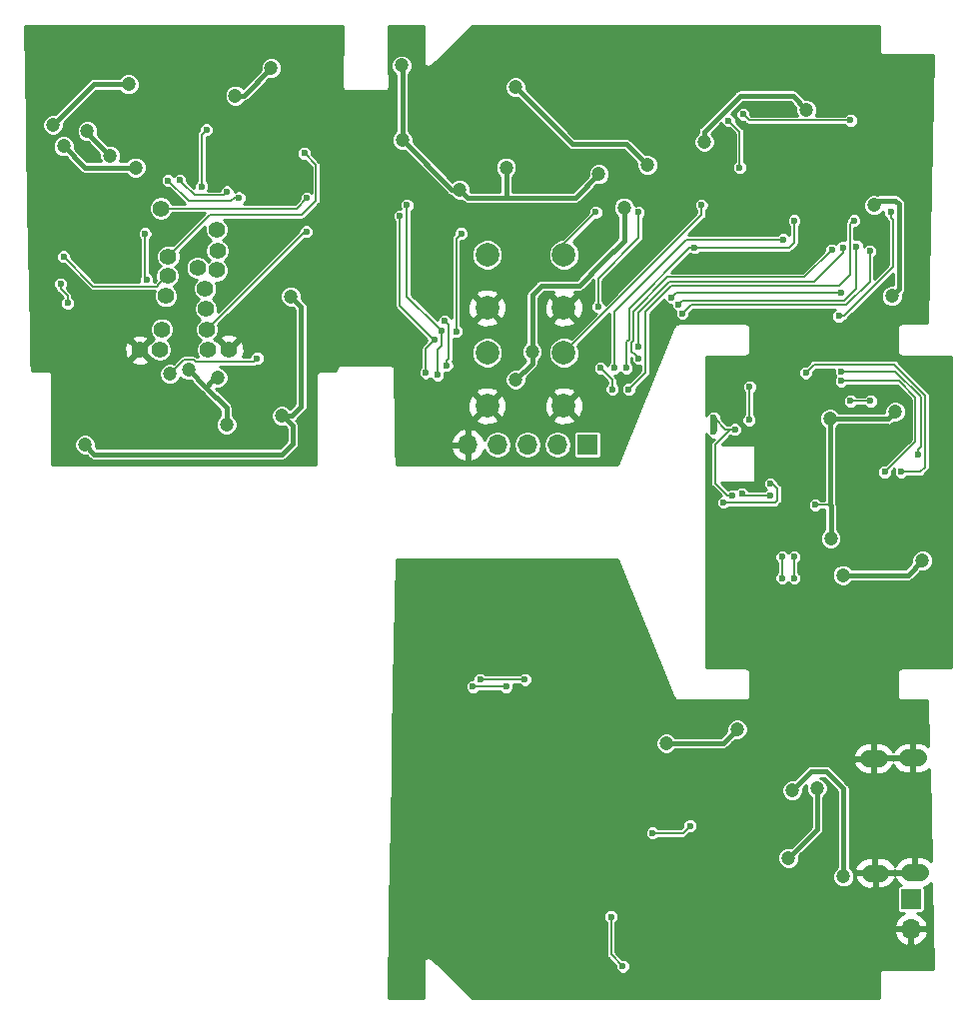
<source format=gbl>
G04 #@! TF.GenerationSoftware,KiCad,Pcbnew,5.0.1+dfsg1-3*
G04 #@! TF.CreationDate,2018-12-09T22:02:06+08:00*
G04 #@! TF.ProjectId,magicbrush,6D6167696362727573682E6B69636164,rev?*
G04 #@! TF.SameCoordinates,Original*
G04 #@! TF.FileFunction,Copper,L2,Bot,Signal*
G04 #@! TF.FilePolarity,Positive*
%FSLAX46Y46*%
G04 Gerber Fmt 4.6, Leading zero omitted, Abs format (unit mm)*
G04 Created by KiCad (PCBNEW 5.0.1+dfsg1-3) date Sun 09 Dec 2018 10:02:06 PM CST*
%MOMM*%
%LPD*%
G01*
G04 APERTURE LIST*
G04 #@! TA.AperFunction,EtchedComponent*
%ADD10C,0.100000*%
G04 #@! TD*
G04 #@! TA.AperFunction,ComponentPad*
%ADD11C,1.400000*%
G04 #@! TD*
G04 #@! TA.AperFunction,Conductor*
%ADD12C,1.400000*%
G04 #@! TD*
G04 #@! TA.AperFunction,ComponentPad*
%ADD13R,1.700000X1.700000*%
G04 #@! TD*
G04 #@! TA.AperFunction,ComponentPad*
%ADD14O,1.700000X1.700000*%
G04 #@! TD*
G04 #@! TA.AperFunction,ViaPad*
%ADD15C,0.600000*%
G04 #@! TD*
G04 #@! TA.AperFunction,ComponentPad*
%ADD16C,2.000000*%
G04 #@! TD*
G04 #@! TA.AperFunction,ViaPad*
%ADD17C,1.200000*%
G04 #@! TD*
G04 #@! TA.AperFunction,Conductor*
%ADD18C,0.150000*%
G04 #@! TD*
G04 #@! TA.AperFunction,Conductor*
%ADD19C,0.400000*%
G04 #@! TD*
G04 #@! TA.AperFunction,Conductor*
%ADD20C,0.254000*%
G04 #@! TD*
G04 APERTURE END LIST*
D10*
G04 #@! TO.C,NT1*
G36*
X158500000Y-85600000D02*
X158500000Y-84400000D01*
X159100000Y-84400000D01*
X159100000Y-85600000D01*
X158500000Y-85600000D01*
G37*
G04 #@! TD*
D11*
G04 #@! TO.P,J4,9*
G04 #@! TO.N,GND*
X117680000Y-78640000D03*
G04 #@! TO.P,J4,8*
G04 #@! TO.N,Net-(J4-Pad8)*
X115930000Y-78640000D03*
G04 #@! TO.P,J4,7*
G04 #@! TO.N,Net-(J4-Pad7)*
X115850000Y-76920000D03*
G04 #@! TO.P,J4,6*
G04 #@! TO.N,Net-(J4-Pad6)*
X115770000Y-75170000D03*
G04 #@! TO.P,J4,5*
G04 #@! TO.N,Net-(J4-Pad5)*
X115690000Y-73450000D03*
G04 #@! TO.P,J4,4*
G04 #@! TO.N,Net-(C15-Pad1)*
X115050000Y-71700000D03*
G04 #@! TO.P,J4,3*
G04 #@! TO.N,Net-(J4-Pad3)*
X116690000Y-71900000D03*
G04 #@! TO.P,J4,2*
G04 #@! TO.N,Net-(J4-Pad2)*
X116730000Y-70260000D03*
G04 #@! TO.P,J4,1*
G04 #@! TO.N,Net-(J4-Pad1)*
X116690000Y-68470000D03*
G04 #@! TO.P,J4,16*
G04 #@! TO.N,GND*
X110190000Y-78680000D03*
G04 #@! TO.P,J4,15*
G04 #@! TO.N,Net-(C33-Pad1)*
X111860000Y-78640000D03*
G04 #@! TO.P,J4,14*
G04 #@! TO.N,Net-(J4-Pad14)*
X112020000Y-76920000D03*
G04 #@! TO.P,J4,13*
G04 #@! TO.N,Net-(J4-Pad13)*
X112380000Y-74090000D03*
G04 #@! TO.P,J4,12*
G04 #@! TO.N,Net-(J4-Pad12)*
X112500000Y-72380000D03*
G04 #@! TO.P,J4,11*
G04 #@! TO.N,Net-(J4-Pad11)*
X112580000Y-70740000D03*
G04 #@! TO.P,J4,10*
G04 #@! TO.N,Net-(J4-Pad10)*
X111940000Y-66670000D03*
G04 #@! TD*
G04 #@! TO.P,J2,6*
G04 #@! TO.N,GND*
X175665089Y-113220197D03*
D12*
G04 #@! TD*
G04 #@! TO.N,GND*
G04 #@! TO.C,J2*
X175215158Y-113228051D02*
X176115020Y-113212343D01*
D11*
G04 #@! TO.P,J2,6*
G04 #@! TO.N,GND*
X172365592Y-113277790D03*
D12*
G04 #@! TD*
G04 #@! TO.N,GND*
G04 #@! TO.C,J2*
X171915661Y-113285644D02*
X172815523Y-113269936D01*
D11*
G04 #@! TO.P,J2,6*
G04 #@! TO.N,GND*
X172484888Y-122977185D03*
D12*
G04 #@! TD*
G04 #@! TO.N,GND*
G04 #@! TO.C,J2*
X172034957Y-122985039D02*
X172934819Y-122969331D01*
D11*
G04 #@! TO.P,J2,6*
G04 #@! TO.N,GND*
X175834378Y-122918720D03*
D12*
G04 #@! TD*
G04 #@! TO.N,GND*
G04 #@! TO.C,J2*
X175384447Y-122926574D02*
X176284309Y-122910866D01*
D13*
G04 #@! TO.P,J3,1*
G04 #@! TO.N,Net-(C14-Pad1)*
X148100000Y-86700000D03*
D14*
G04 #@! TO.P,J3,2*
G04 #@! TO.N,Net-(J3-Pad2)*
X145560000Y-86700000D03*
G04 #@! TO.P,J3,3*
G04 #@! TO.N,Net-(J3-Pad3)*
X143020000Y-86700000D03*
G04 #@! TO.P,J3,4*
G04 #@! TO.N,LCD_RS*
X140480000Y-86700000D03*
G04 #@! TO.P,J3,5*
G04 #@! TO.N,GND*
X137940000Y-86700000D03*
G04 #@! TD*
D15*
G04 #@! TO.N,Net-(NT1-Pad2)*
G04 #@! TO.C,NT1*
X158800000Y-84400000D03*
G04 #@! TO.N,VCC*
X158800000Y-85600000D03*
G04 #@! TD*
D16*
G04 #@! TO.P,SW1,1*
G04 #@! TO.N,Net-(R11-Pad2)*
X146100000Y-70600000D03*
G04 #@! TO.P,SW1,2*
G04 #@! TO.N,GND*
X146100000Y-75100000D03*
G04 #@! TO.P,SW1,1*
G04 #@! TO.N,Net-(R11-Pad2)*
X139600000Y-70600000D03*
G04 #@! TO.P,SW1,2*
G04 #@! TO.N,GND*
X139600000Y-75100000D03*
G04 #@! TD*
G04 #@! TO.P,SW2,1*
G04 #@! TO.N,Net-(R12-Pad2)*
X146100000Y-78900000D03*
G04 #@! TO.P,SW2,2*
G04 #@! TO.N,GND*
X146100000Y-83400000D03*
G04 #@! TO.P,SW2,1*
G04 #@! TO.N,Net-(R12-Pad2)*
X139600000Y-78900000D03*
G04 #@! TO.P,SW2,2*
G04 #@! TO.N,GND*
X139600000Y-83400000D03*
G04 #@! TD*
D14*
G04 #@! TO.P,J1,2*
G04 #@! TO.N,GND*
X175500000Y-127740000D03*
D13*
G04 #@! TO.P,J1,1*
G04 #@! TO.N,Vbat*
X175500000Y-125200000D03*
G04 #@! TD*
D15*
G04 #@! TO.N,I2C_SDA*
X117550000Y-65250000D03*
X113550000Y-64250000D03*
X170400000Y-83000000D03*
X161800000Y-84600000D03*
X161850000Y-81800000D03*
X164600000Y-96200000D03*
X164600000Y-98000000D03*
X172099990Y-83000000D03*
X132200000Y-67300000D03*
X156150000Y-75600000D03*
X172026128Y-70299523D03*
X134400000Y-80600000D03*
X135122385Y-77832190D03*
G04 #@! TO.N,I2C_SCL*
X112550000Y-64300000D03*
X118575010Y-65764498D03*
X165600000Y-98000000D03*
X165600000Y-96200000D03*
X132800000Y-66400000D03*
X155800000Y-74800000D03*
X170900375Y-69892885D03*
X135400000Y-80800000D03*
X135697395Y-77020148D03*
D17*
G04 #@! TO.N,VCC*
X109800000Y-63200000D03*
X103700000Y-61400000D03*
X132400000Y-60850000D03*
X132350000Y-54550000D03*
X121300000Y-54750000D03*
X118250000Y-57100000D03*
X168650000Y-84500000D03*
D15*
X159625000Y-91600000D03*
X163600000Y-90000000D03*
X167400000Y-91800000D03*
D17*
X160800000Y-110800000D03*
X168715962Y-94646585D03*
X174200010Y-83900000D03*
X154800000Y-112000000D03*
D15*
X150200000Y-82000000D03*
X149200000Y-80200000D03*
D17*
X149068733Y-63763721D03*
X166666378Y-58324990D03*
X143400000Y-78800000D03*
X151200000Y-66600000D03*
X137285905Y-65072791D03*
X158000000Y-61037781D03*
X141200000Y-63200000D03*
X142000000Y-81200000D03*
G04 #@! TO.N,Vbat*
X165450000Y-116000000D03*
X173900000Y-74100000D03*
X172400000Y-66400000D03*
X153200000Y-63000000D03*
X142000000Y-56400000D03*
X169800000Y-123300000D03*
X169750000Y-97750000D03*
X176500000Y-96500000D03*
G04 #@! TO.N,9V*
X107663108Y-62199990D03*
X105722837Y-60122836D03*
G04 #@! TO.N,16V*
X109200000Y-56150000D03*
X122200000Y-84250000D03*
X122953722Y-74121279D03*
X102800000Y-59600000D03*
X105500000Y-86700000D03*
G04 #@! TO.N,GND*
X167800000Y-64100000D03*
X166200000Y-64100000D03*
X164600000Y-64100000D03*
X167800000Y-62500000D03*
X166200000Y-62500000D03*
X164600000Y-62500000D03*
X167800000Y-60700000D03*
X166200000Y-60700000D03*
X164600000Y-60700000D03*
X164750000Y-118400000D03*
X164750000Y-119700000D03*
X146255460Y-115154376D03*
X140655460Y-118354376D03*
X139700000Y-110500000D03*
X171900000Y-129100000D03*
X139900000Y-131900000D03*
X146300000Y-126900000D03*
X173600000Y-57800000D03*
X103100000Y-53750000D03*
X102000000Y-76950000D03*
X117750000Y-60500000D03*
X101750000Y-61300000D03*
X110800010Y-64874941D03*
X103369333Y-69553874D03*
X114500000Y-58950000D03*
X124068813Y-64242905D03*
X119825021Y-70939007D03*
X133250000Y-114650000D03*
X161750000Y-125350000D03*
X158850000Y-81350000D03*
D15*
X161400000Y-85600000D03*
X163400000Y-87400000D03*
D17*
X161400000Y-96000000D03*
X175200000Y-91400000D03*
D15*
X166600000Y-88600000D03*
X165800000Y-92000000D03*
D17*
X165250009Y-85206603D03*
X170800000Y-96600000D03*
X168900000Y-52000000D03*
X164200000Y-52100000D03*
X177900000Y-84600000D03*
X157319998Y-75805362D03*
X173149978Y-69800000D03*
X137228812Y-62982429D03*
X109097638Y-70474930D03*
X155123019Y-56714945D03*
X137400000Y-59400000D03*
X142000000Y-61000000D03*
X144200000Y-64000000D03*
X172700000Y-115300000D03*
X174750000Y-103000000D03*
X174500000Y-111000000D03*
G04 #@! TO.N,VUSB*
X167550000Y-115800000D03*
X165150000Y-121700000D03*
D15*
G04 #@! TO.N,Net-(C14-Pad1)*
X151600000Y-82000000D03*
X170689112Y-67699990D03*
G04 #@! TO.N,Net-(R11-Pad2)*
X148800000Y-67000000D03*
G04 #@! TO.N,Net-(R12-Pad2)*
X157765798Y-66375834D03*
G04 #@! TO.N,BOOST_EN*
X151100000Y-130900000D03*
X150100000Y-126700000D03*
X153600000Y-119600000D03*
X156800000Y-119000000D03*
G04 #@! TO.N,Net-(J4-Pad12)*
X103700000Y-70750000D03*
G04 #@! TO.N,Net-(J4-Pad14)*
X103442443Y-73069370D03*
X104050000Y-74700000D03*
G04 #@! TO.N,Net-(J4-Pad11)*
X124100000Y-62000000D03*
G04 #@! TO.N,Net-(J4-Pad10)*
X124300000Y-65800000D03*
G04 #@! TO.N,Net-(J4-Pad7)*
X124275010Y-68634094D03*
G04 #@! TO.N,LCD_RST*
X176124990Y-87500000D03*
X169600000Y-80475010D03*
X161296406Y-58700010D03*
X169400000Y-75800000D03*
X170400000Y-59200000D03*
X173799989Y-67000000D03*
G04 #@! TO.N,Net-(NT1-Pad2)*
X160400000Y-91000000D03*
X160600000Y-85400000D03*
G04 #@! TO.N,Net-(C24-Pad1)*
X163600000Y-91000000D03*
X161180855Y-90825977D03*
G04 #@! TO.N,LCD_RS*
X157200000Y-70000000D03*
X151393406Y-80193406D03*
X160073097Y-59237758D03*
X161000000Y-63200000D03*
X165621732Y-67699990D03*
G04 #@! TO.N,Net-(J3-Pad3)*
X168800000Y-70200000D03*
X152424990Y-79397261D03*
G04 #@! TO.N,Net-(J3-Pad2)*
X152424990Y-78393406D03*
X169750363Y-69969979D03*
G04 #@! TO.N,/Sensors/XSHUT3*
X141200000Y-107200000D03*
X138400000Y-107200000D03*
G04 #@! TO.N,/Sensors/XSHUT2*
X169600000Y-81300000D03*
X173300000Y-89000000D03*
X169600000Y-73800000D03*
X155200000Y-74200000D03*
X137400000Y-68800000D03*
X136975010Y-77091576D03*
G04 #@! TO.N,/Sensors/XSHUT1*
X115800000Y-60000000D03*
X115400000Y-64800000D03*
X110600000Y-68800000D03*
X110719089Y-72694099D03*
G04 #@! TO.N,/Sensors/LCD_BL_EN*
X174700000Y-89000000D03*
X166600000Y-80600000D03*
X149000000Y-75000000D03*
X152400000Y-67000000D03*
G04 #@! TO.N,/Sensors/XSHUT1A*
X142800000Y-106600000D03*
X139000000Y-106600000D03*
D17*
G04 #@! TO.N,Net-(C15-Pad1)*
X114300000Y-80375010D03*
X117499984Y-85000000D03*
X116750000Y-81000000D03*
G04 #@! TO.N,CART_F5*
X112700000Y-80700000D03*
D15*
X150400000Y-80200000D03*
X164705018Y-69294982D03*
X120116037Y-79373927D03*
G04 #@! TO.N,CART_F3*
X136000000Y-76200000D03*
X136175010Y-79975010D03*
G04 #@! TD*
D18*
G04 #@! TO.N,I2C_SDA*
X161800000Y-84600000D02*
X161800000Y-81850000D01*
X161800000Y-81850000D02*
X161850000Y-81800000D01*
X164600000Y-96200000D02*
X164600000Y-98000000D01*
X170400000Y-83000000D02*
X172099990Y-83000000D01*
X170044978Y-74850012D02*
X172026128Y-72868862D01*
X156899988Y-74850012D02*
X170044978Y-74850012D01*
X156150000Y-75600000D02*
X156899988Y-74850012D01*
X172026128Y-72868862D02*
X172026128Y-70723787D01*
X172026128Y-70723787D02*
X172026128Y-70299523D01*
X117550000Y-65250000D02*
X117250001Y-65549999D01*
X117250001Y-65549999D02*
X114849999Y-65549999D01*
X113849999Y-64549999D02*
X113550000Y-64250000D01*
X114849999Y-65549999D02*
X113849999Y-64549999D01*
X134400000Y-78554575D02*
X134822386Y-78132189D01*
X134822386Y-78132189D02*
X135122385Y-77832190D01*
X132200000Y-74909805D02*
X134822386Y-77532191D01*
X134822386Y-77532191D02*
X135122385Y-77832190D01*
X134400000Y-80600000D02*
X134400000Y-78554575D01*
X132200000Y-67300000D02*
X132200000Y-74909805D01*
G04 #@! TO.N,I2C_SCL*
X112550000Y-64300000D02*
X114299999Y-66049999D01*
X114299999Y-66049999D02*
X117900001Y-66049999D01*
X118200000Y-65750000D02*
X118560512Y-65750000D01*
X117900001Y-66049999D02*
X118200000Y-65750000D01*
X118560512Y-65750000D02*
X118575010Y-65764498D01*
X165600000Y-98000000D02*
X165600000Y-96200000D01*
X169899999Y-74500001D02*
X170900375Y-73499625D01*
X155800000Y-74800000D02*
X156099999Y-74500001D01*
X170900375Y-73499625D02*
X170900375Y-70317149D01*
X170900375Y-70317149D02*
X170900375Y-69892885D01*
X156099999Y-74500001D02*
X169899999Y-74500001D01*
X135400000Y-80800000D02*
X135400000Y-78600000D01*
X135397396Y-76720149D02*
X135697395Y-77020148D01*
X132800000Y-74122753D02*
X135397396Y-76720149D01*
X132800000Y-66400000D02*
X132800000Y-74122753D01*
X135697395Y-78302605D02*
X135697395Y-77020148D01*
X135400000Y-78600000D02*
X135697395Y-78302605D01*
D19*
G04 #@! TO.N,VCC*
X109800000Y-63200000D02*
X105500000Y-63200000D01*
X105500000Y-63200000D02*
X103700000Y-61400000D01*
X132400000Y-60850000D02*
X132400000Y-54600000D01*
X132400000Y-54600000D02*
X132350000Y-54550000D01*
X121300000Y-54750000D02*
X118950000Y-57100000D01*
X118950000Y-57100000D02*
X118250000Y-57100000D01*
D18*
X159625000Y-91600000D02*
X164000000Y-91600000D01*
X164000000Y-91600000D02*
X164200000Y-91400000D01*
X164200000Y-91400000D02*
X164200000Y-90400000D01*
X164200000Y-90400000D02*
X163800000Y-90000000D01*
X163800000Y-90000000D02*
X163600000Y-90000000D01*
X167400000Y-91800000D02*
X168650000Y-91800000D01*
D19*
X168650000Y-84500000D02*
X168650000Y-91800000D01*
X168715962Y-93798057D02*
X168715962Y-94646585D01*
X168650000Y-91800000D02*
X168715962Y-91865962D01*
X168715962Y-91865962D02*
X168715962Y-93798057D01*
X168650000Y-84500000D02*
X173600011Y-84499999D01*
X173600011Y-84499999D02*
X174200010Y-83900000D01*
X160800000Y-110800000D02*
X159600000Y-112000000D01*
X155648528Y-112000000D02*
X154800000Y-112000000D01*
X159600000Y-112000000D02*
X155648528Y-112000000D01*
D18*
X150200000Y-81200000D02*
X149200000Y-80200000D01*
X150200000Y-82000000D02*
X150200000Y-81200000D01*
D19*
X143400000Y-74000000D02*
X144200000Y-73200000D01*
X143400000Y-78800000D02*
X143400000Y-75727998D01*
X149400000Y-71200000D02*
X151200000Y-69400000D01*
X144200000Y-73200000D02*
X147400000Y-73200000D01*
X151200000Y-69400000D02*
X151200000Y-66600000D01*
X147400000Y-73200000D02*
X149400000Y-71200000D01*
X143400000Y-75727998D02*
X143400000Y-74000000D01*
X137963118Y-65750004D02*
X137885904Y-65672790D01*
X149068733Y-63763721D02*
X147082450Y-65750004D01*
X132400000Y-60850000D02*
X136622791Y-65072791D01*
X137885904Y-65672790D02*
X137285905Y-65072791D01*
X136622791Y-65072791D02*
X137285905Y-65072791D01*
X141200000Y-63200000D02*
X141200000Y-65750004D01*
X147082450Y-65750004D02*
X141200000Y-65750004D01*
X141200000Y-65750004D02*
X137963118Y-65750004D01*
X143400000Y-79800000D02*
X142000000Y-81200000D01*
X143400000Y-78800000D02*
X143400000Y-79800000D01*
X158000000Y-60189253D02*
X158000000Y-61037781D01*
X166066379Y-57724991D02*
X166066379Y-57666379D01*
X166666378Y-58324990D02*
X166066379Y-57724991D01*
X166066379Y-57666379D02*
X165500000Y-57100000D01*
X161051495Y-57100000D02*
X158000000Y-60151495D01*
X165500000Y-57100000D02*
X161051495Y-57100000D01*
X158000000Y-60151495D02*
X158000000Y-60189253D01*
G04 #@! TO.N,Vbat*
X174499999Y-73500001D02*
X174499999Y-66299999D01*
X173900000Y-74100000D02*
X174499999Y-73500001D01*
X174499999Y-66299999D02*
X174200000Y-66000000D01*
X174200000Y-66000000D02*
X172800000Y-66000000D01*
X172800000Y-66000000D02*
X172400000Y-66400000D01*
X153200000Y-63000000D02*
X151400000Y-61200000D01*
X151400000Y-61200000D02*
X146800000Y-61200000D01*
X146800000Y-61200000D02*
X142000000Y-56400000D01*
X168350000Y-114400000D02*
X169800000Y-115850000D01*
X167050000Y-114400000D02*
X168350000Y-114400000D01*
X165450000Y-116000000D02*
X167050000Y-114400000D01*
X169800000Y-122451472D02*
X169800000Y-123300000D01*
X169800000Y-115850000D02*
X169800000Y-122451472D01*
X169750000Y-97750000D02*
X170693943Y-97750000D01*
X170693943Y-97750000D02*
X175250000Y-97750000D01*
X175250000Y-97750000D02*
X176500000Y-96500000D01*
G04 #@! TO.N,9V*
X107663108Y-62199990D02*
X105722837Y-60259719D01*
X105722837Y-60259719D02*
X105722837Y-60122836D01*
G04 #@! TO.N,16V*
X109200000Y-56150000D02*
X106250000Y-56150000D01*
X103399999Y-59000001D02*
X102800000Y-59600000D01*
X106250000Y-56150000D02*
X103399999Y-59000001D01*
X122250000Y-84250000D02*
X123100000Y-85100000D01*
X122200000Y-87500000D02*
X106300000Y-87500000D01*
X122200000Y-84250000D02*
X122250000Y-84250000D01*
X123100000Y-85100000D02*
X123100000Y-86600000D01*
X123100000Y-86600000D02*
X122200000Y-87500000D01*
X106300000Y-87500000D02*
X105500000Y-86700000D01*
X122200000Y-84250000D02*
X123048528Y-84250000D01*
X123048528Y-84250000D02*
X123834078Y-83464450D01*
X123834078Y-75001635D02*
X123553721Y-74721278D01*
X123834078Y-83464450D02*
X123834078Y-75001635D01*
X123553721Y-74721278D02*
X122953722Y-74121279D01*
G04 #@! TO.N,VUSB*
X167550000Y-115800000D02*
X167550000Y-119300000D01*
X167550000Y-119300000D02*
X165150000Y-121700000D01*
D18*
G04 #@! TO.N,Net-(C14-Pad1)*
X151600000Y-82000000D02*
X153000000Y-80600000D01*
X153000000Y-80600000D02*
X153000000Y-75400000D01*
X153000000Y-75400000D02*
X155200000Y-73200000D01*
X170325373Y-72274627D02*
X170325373Y-68063729D01*
X169400000Y-73200000D02*
X170325373Y-72274627D01*
X170389113Y-67999989D02*
X170689112Y-67699990D01*
X170325373Y-68063729D02*
X170389113Y-67999989D01*
X155200000Y-73200000D02*
X169400000Y-73200000D01*
G04 #@! TO.N,Net-(R11-Pad2)*
X146100000Y-69700000D02*
X146100000Y-70600000D01*
X148800000Y-67000000D02*
X146100000Y-69700000D01*
G04 #@! TO.N,Net-(R12-Pad2)*
X157765798Y-66800098D02*
X157765798Y-66375834D01*
X146100000Y-78900000D02*
X157765798Y-67234202D01*
X157765798Y-67234202D02*
X157765798Y-66800098D01*
G04 #@! TO.N,BOOST_EN*
X151100000Y-130900000D02*
X150100000Y-129900000D01*
X150100000Y-129900000D02*
X150100000Y-126700000D01*
X153600000Y-119600000D02*
X156200000Y-119600000D01*
X156200000Y-119600000D02*
X156800000Y-119000000D01*
G04 #@! TO.N,Net-(J4-Pad12)*
X111610899Y-73269101D02*
X111800001Y-73079999D01*
X111800001Y-73079999D02*
X112500000Y-72380000D01*
X106219101Y-73269101D02*
X111610899Y-73269101D01*
X103700000Y-70750000D02*
X106219101Y-73269101D01*
G04 #@! TO.N,Net-(J4-Pad14)*
X103442443Y-73493634D02*
X103442443Y-73069370D01*
X104050000Y-74101191D02*
X103442443Y-73493634D01*
X104050000Y-74700000D02*
X104050000Y-74101191D01*
G04 #@! TO.N,Net-(J4-Pad11)*
X124100000Y-62000000D02*
X125100000Y-63000000D01*
X125100000Y-63000000D02*
X125100000Y-66000000D01*
X125100000Y-66000000D02*
X123900000Y-67200000D01*
X116120000Y-67200000D02*
X112580000Y-70740000D01*
X123900000Y-67200000D02*
X116120000Y-67200000D01*
G04 #@! TO.N,Net-(J4-Pad10)*
X123430000Y-66670000D02*
X112929949Y-66670000D01*
X124300000Y-65800000D02*
X123430000Y-66670000D01*
X112929949Y-66670000D02*
X111940000Y-66670000D01*
G04 #@! TO.N,Net-(J4-Pad7)*
X124135906Y-68634094D02*
X124275010Y-68634094D01*
X115850000Y-76920000D02*
X124135906Y-68634094D01*
G04 #@! TO.N,LCD_RST*
X176349989Y-82644979D02*
X174180020Y-80475010D01*
X174180020Y-80475010D02*
X170024264Y-80475010D01*
X176349989Y-86850737D02*
X176349989Y-82644979D01*
X176124990Y-87075736D02*
X176349989Y-86850737D01*
X176124990Y-87500000D02*
X176124990Y-87075736D01*
X170024264Y-80475010D02*
X169600000Y-80475010D01*
X161796396Y-59200000D02*
X161296406Y-58700010D01*
X170400000Y-59200000D02*
X161796396Y-59200000D01*
X174024988Y-67649263D02*
X173799989Y-67424264D01*
X173799989Y-67424264D02*
X173799989Y-67000000D01*
X169400000Y-75800000D02*
X169824264Y-75800000D01*
X169824264Y-75800000D02*
X174024988Y-71599276D01*
X174024988Y-71599276D02*
X174024988Y-67649263D01*
G04 #@! TO.N,Net-(NT1-Pad2)*
X160211074Y-85400000D02*
X160600000Y-85400000D01*
X160400000Y-91000000D02*
X159975736Y-91000000D01*
X159975736Y-91000000D02*
X158924990Y-89949254D01*
X158924990Y-89949254D02*
X158924990Y-86686084D01*
X158924990Y-86686084D02*
X160211074Y-85400000D01*
X159800000Y-85400000D02*
X159000000Y-84600000D01*
X160600000Y-85400000D02*
X159800000Y-85400000D01*
G04 #@! TO.N,Net-(C24-Pad1)*
X163600000Y-91000000D02*
X161354878Y-91000000D01*
X161354878Y-91000000D02*
X161180855Y-90825977D01*
G04 #@! TO.N,LCD_RS*
X156775736Y-70000000D02*
X151625012Y-75150724D01*
X151393406Y-79769142D02*
X151393406Y-80193406D01*
X151625012Y-75150724D02*
X151625012Y-77764980D01*
X151393406Y-77996586D02*
X151393406Y-79769142D01*
X151625012Y-77764980D02*
X151393406Y-77996586D01*
X157200000Y-70000000D02*
X156775736Y-70000000D01*
X161000000Y-60164661D02*
X160073097Y-59237758D01*
X161000000Y-63200000D02*
X161000000Y-60164661D01*
X165621732Y-68124254D02*
X165621732Y-67699990D01*
X157200000Y-70000000D02*
X165200000Y-70000000D01*
X165621732Y-69578268D02*
X165621732Y-68124254D01*
X165200000Y-70000000D02*
X165621732Y-69578268D01*
G04 #@! TO.N,Net-(J3-Pad3)*
X151849988Y-78822259D02*
X152124991Y-79097262D01*
X152124991Y-79097262D02*
X152424990Y-79397261D01*
X168800000Y-70200000D02*
X166500022Y-72499978D01*
X166500022Y-72499978D02*
X154910041Y-72499979D01*
X151975022Y-75434998D02*
X151975022Y-77909960D01*
X154910041Y-72499979D02*
X151975022Y-75434998D01*
X151849988Y-78034994D02*
X151849988Y-78822259D01*
X151975022Y-77909960D02*
X151849988Y-78034994D01*
G04 #@! TO.N,Net-(J3-Pad2)*
X169750363Y-70394243D02*
X169750363Y-69969979D01*
X167294617Y-72849989D02*
X169750363Y-70394243D01*
X152424990Y-78393406D02*
X152424990Y-75480020D01*
X152424990Y-75480020D02*
X155055021Y-72849989D01*
X155055021Y-72849989D02*
X167294617Y-72849989D01*
G04 #@! TO.N,/Sensors/XSHUT3*
X141200000Y-107200000D02*
X138400000Y-107200000D01*
G04 #@! TO.N,/Sensors/XSHUT2*
X175900000Y-86400000D02*
X173599999Y-88700001D01*
X174510020Y-81300000D02*
X175900000Y-82689980D01*
X175900000Y-82689980D02*
X175900000Y-86400000D01*
X169600000Y-81300000D02*
X174510020Y-81300000D01*
X173599999Y-88700001D02*
X173300000Y-89000000D01*
X169600000Y-73800000D02*
X155600000Y-73800000D01*
X155600000Y-73800000D02*
X155200000Y-74200000D01*
X136975010Y-69224990D02*
X136975010Y-76667312D01*
X137400000Y-68800000D02*
X136975010Y-69224990D01*
X136975010Y-76667312D02*
X136975010Y-77091576D01*
G04 #@! TO.N,/Sensors/XSHUT1*
X115800000Y-60000000D02*
X115400000Y-60400000D01*
X115400000Y-60400000D02*
X115400000Y-64800000D01*
X110600000Y-68800000D02*
X110600000Y-72575010D01*
X110600000Y-72575010D02*
X110719089Y-72694099D01*
G04 #@! TO.N,/Sensors/LCD_BL_EN*
X174700000Y-89000000D02*
X176000000Y-89000000D01*
X176000000Y-89000000D02*
X176300000Y-89000000D01*
X176300000Y-89000000D02*
X176700000Y-88600000D01*
X176700000Y-88600000D02*
X176700000Y-82500000D01*
X176700000Y-82500000D02*
X174100000Y-79900000D01*
X174100000Y-79900000D02*
X167300000Y-79900000D01*
X167300000Y-79900000D02*
X166600000Y-80600000D01*
X149000000Y-75000000D02*
X149000000Y-72600000D01*
X149000000Y-72600000D02*
X152400000Y-69200000D01*
X152400000Y-69200000D02*
X152400000Y-67000000D01*
G04 #@! TO.N,/Sensors/XSHUT1A*
X142800000Y-106600000D02*
X139000000Y-106600000D01*
D19*
G04 #@! TO.N,Net-(C15-Pad1)*
X117499984Y-84151472D02*
X117499984Y-85000000D01*
X117499984Y-83574994D02*
X117499984Y-84151472D01*
X116450001Y-81299999D02*
X116275011Y-81299999D01*
X116750000Y-81000000D02*
X116450001Y-81299999D01*
X116275011Y-81299999D02*
X115750000Y-81825010D01*
X114300000Y-80375010D02*
X115750000Y-81825010D01*
X115750000Y-81825010D02*
X117499984Y-83574994D01*
D18*
G04 #@! TO.N,CART_F5*
X150400000Y-75400000D02*
X156505018Y-69294982D01*
X164280754Y-69294982D02*
X164705018Y-69294982D01*
X156505018Y-69294982D02*
X164280754Y-69294982D01*
X150400000Y-80200000D02*
X150400000Y-75400000D01*
X114700000Y-79500000D02*
X114873926Y-79673926D01*
X113900000Y-79500000D02*
X114700000Y-79500000D01*
X114873926Y-79673926D02*
X119816038Y-79673926D01*
X119816038Y-79673926D02*
X120116037Y-79373927D01*
X112700000Y-80700000D02*
X113900000Y-79500000D01*
G04 #@! TO.N,CART_F3*
X136350011Y-79375745D02*
X136175010Y-79550746D01*
X136175010Y-79550746D02*
X136175010Y-79975010D01*
X136350011Y-76550011D02*
X136350011Y-79375745D01*
X136000000Y-76200000D02*
X136350011Y-76550011D01*
G04 #@! TD*
D20*
G04 #@! TO.N,GND*
G36*
X127298714Y-56306822D02*
X127290125Y-56350000D01*
X127305027Y-56424919D01*
X127318561Y-56500004D01*
X127320592Y-56503165D01*
X127321325Y-56506852D01*
X127363756Y-56570354D01*
X127405001Y-56634556D01*
X127408086Y-56636699D01*
X127410175Y-56639825D01*
X127473688Y-56682263D01*
X127536352Y-56725787D01*
X127540021Y-56726586D01*
X127543148Y-56728675D01*
X127618064Y-56743577D01*
X127692617Y-56759808D01*
X127735935Y-56752000D01*
X130864065Y-56752000D01*
X130907383Y-56759808D01*
X130981961Y-56743572D01*
X131056852Y-56728675D01*
X131059976Y-56726587D01*
X131063648Y-56725788D01*
X131126332Y-56682250D01*
X131189825Y-56639825D01*
X131191914Y-56636699D01*
X131194999Y-56634556D01*
X131236244Y-56570354D01*
X131278675Y-56506852D01*
X131279408Y-56503165D01*
X131281439Y-56500004D01*
X131294973Y-56424919D01*
X131309875Y-56350000D01*
X131301286Y-56306822D01*
X131266310Y-54365608D01*
X131423000Y-54365608D01*
X131423000Y-54734392D01*
X131564127Y-55075103D01*
X131824897Y-55335873D01*
X131873001Y-55355798D01*
X131873000Y-60066024D01*
X131614127Y-60324897D01*
X131473000Y-60665608D01*
X131473000Y-61034392D01*
X131614127Y-61375103D01*
X131874897Y-61635873D01*
X132215608Y-61777000D01*
X132581710Y-61777000D01*
X136213448Y-65408739D01*
X136242846Y-65452736D01*
X136286843Y-65482134D01*
X136286846Y-65482137D01*
X136379998Y-65544379D01*
X136417166Y-65569214D01*
X136494526Y-65584602D01*
X136500032Y-65597894D01*
X136760802Y-65858664D01*
X137101513Y-65999791D01*
X137467614Y-65999791D01*
X137549959Y-66082136D01*
X137549962Y-66082138D01*
X137553773Y-66085949D01*
X137583173Y-66129949D01*
X137757493Y-66246427D01*
X137911215Y-66277004D01*
X137911220Y-66277004D01*
X137963117Y-66287327D01*
X138015015Y-66277004D01*
X141148098Y-66277004D01*
X141200000Y-66287328D01*
X141251903Y-66277004D01*
X147030552Y-66277004D01*
X147082450Y-66287327D01*
X147134348Y-66277004D01*
X147134353Y-66277004D01*
X147288075Y-66246427D01*
X147462395Y-66129949D01*
X147491795Y-66085949D01*
X148887023Y-64690721D01*
X149253125Y-64690721D01*
X149593836Y-64549594D01*
X149854606Y-64288824D01*
X149995733Y-63948113D01*
X149995733Y-63579329D01*
X149854606Y-63238618D01*
X149593836Y-62977848D01*
X149253125Y-62836721D01*
X148884341Y-62836721D01*
X148543630Y-62977848D01*
X148282860Y-63238618D01*
X148141733Y-63579329D01*
X148141733Y-63945431D01*
X146864160Y-65223004D01*
X141727000Y-65223004D01*
X141727000Y-63983976D01*
X141985873Y-63725103D01*
X142127000Y-63384392D01*
X142127000Y-63015608D01*
X141985873Y-62674897D01*
X141725103Y-62414127D01*
X141384392Y-62273000D01*
X141015608Y-62273000D01*
X140674897Y-62414127D01*
X140414127Y-62674897D01*
X140273000Y-63015608D01*
X140273000Y-63384392D01*
X140414127Y-63725103D01*
X140673000Y-63983976D01*
X140673001Y-65223004D01*
X138212905Y-65223004D01*
X138212905Y-64888399D01*
X138071778Y-64547688D01*
X137811008Y-64286918D01*
X137470297Y-64145791D01*
X137101513Y-64145791D01*
X136760802Y-64286918D01*
X136671505Y-64376215D01*
X133327000Y-61031710D01*
X133327000Y-60665608D01*
X133185873Y-60324897D01*
X132927000Y-60066024D01*
X132927000Y-56215608D01*
X141073000Y-56215608D01*
X141073000Y-56584392D01*
X141214127Y-56925103D01*
X141474897Y-57185873D01*
X141815608Y-57327000D01*
X142181710Y-57327000D01*
X146390657Y-61535948D01*
X146420055Y-61579945D01*
X146464052Y-61609343D01*
X146464055Y-61609346D01*
X146558162Y-61672226D01*
X146594375Y-61696423D01*
X146748097Y-61727000D01*
X146748101Y-61727000D01*
X146799999Y-61737323D01*
X146851897Y-61727000D01*
X151181710Y-61727000D01*
X152273000Y-62818290D01*
X152273000Y-63184392D01*
X152414127Y-63525103D01*
X152674897Y-63785873D01*
X153015608Y-63927000D01*
X153384392Y-63927000D01*
X153725103Y-63785873D01*
X153985873Y-63525103D01*
X154127000Y-63184392D01*
X154127000Y-62815608D01*
X153985873Y-62474897D01*
X153725103Y-62214127D01*
X153384392Y-62073000D01*
X153018290Y-62073000D01*
X151809345Y-60864055D01*
X151802219Y-60853389D01*
X157073000Y-60853389D01*
X157073000Y-61222173D01*
X157214127Y-61562884D01*
X157474897Y-61823654D01*
X157815608Y-61964781D01*
X158184392Y-61964781D01*
X158525103Y-61823654D01*
X158785873Y-61562884D01*
X158927000Y-61222173D01*
X158927000Y-60853389D01*
X158785873Y-60512678D01*
X158584990Y-60311795D01*
X159471934Y-59424852D01*
X159541552Y-59592925D01*
X159717930Y-59769303D01*
X159948379Y-59864758D01*
X160131584Y-59864758D01*
X160598001Y-60331176D01*
X160598000Y-62715288D01*
X160468455Y-62844833D01*
X160373000Y-63075282D01*
X160373000Y-63324718D01*
X160468455Y-63555167D01*
X160644833Y-63731545D01*
X160875282Y-63827000D01*
X161124718Y-63827000D01*
X161355167Y-63731545D01*
X161531545Y-63555167D01*
X161627000Y-63324718D01*
X161627000Y-63075282D01*
X161531545Y-62844833D01*
X161402000Y-62715288D01*
X161402000Y-60204246D01*
X161409874Y-60164661D01*
X161402000Y-60125076D01*
X161402000Y-60125071D01*
X161378675Y-60007809D01*
X161332327Y-59938444D01*
X161312251Y-59908398D01*
X161312249Y-59908396D01*
X161289825Y-59874836D01*
X161256264Y-59852411D01*
X160700097Y-59296245D01*
X160700097Y-59113040D01*
X160604642Y-58882591D01*
X160428264Y-58706213D01*
X160260191Y-58636595D01*
X161269786Y-57627000D01*
X165281710Y-57627000D01*
X165566140Y-57911431D01*
X165569956Y-57930615D01*
X165569957Y-57930616D01*
X165647271Y-58046324D01*
X165686434Y-58104936D01*
X165730434Y-58134336D01*
X165739378Y-58143280D01*
X165739378Y-58509382D01*
X165858927Y-58798000D01*
X161962910Y-58798000D01*
X161923406Y-58758496D01*
X161923406Y-58575292D01*
X161827951Y-58344843D01*
X161651573Y-58168465D01*
X161421124Y-58073010D01*
X161171688Y-58073010D01*
X160941239Y-58168465D01*
X160764861Y-58344843D01*
X160669406Y-58575292D01*
X160669406Y-58824728D01*
X160764861Y-59055177D01*
X160941239Y-59231555D01*
X161171688Y-59327010D01*
X161354892Y-59327010D01*
X161484146Y-59456264D01*
X161506571Y-59489825D01*
X161540131Y-59512249D01*
X161540133Y-59512251D01*
X161639543Y-59578675D01*
X161665847Y-59583907D01*
X161756806Y-59602000D01*
X161756809Y-59602000D01*
X161796396Y-59609874D01*
X161835982Y-59602000D01*
X169915288Y-59602000D01*
X170044833Y-59731545D01*
X170275282Y-59827000D01*
X170524718Y-59827000D01*
X170755167Y-59731545D01*
X170931545Y-59555167D01*
X171027000Y-59324718D01*
X171027000Y-59075282D01*
X170931545Y-58844833D01*
X170755167Y-58668455D01*
X170524718Y-58573000D01*
X170275282Y-58573000D01*
X170044833Y-58668455D01*
X169915288Y-58798000D01*
X167473829Y-58798000D01*
X167593378Y-58509382D01*
X167593378Y-58140598D01*
X167452251Y-57799887D01*
X167191481Y-57539117D01*
X166850770Y-57397990D01*
X166520864Y-57397990D01*
X166475725Y-57330434D01*
X166475722Y-57330431D01*
X166446324Y-57286434D01*
X166402326Y-57257035D01*
X165909345Y-56764055D01*
X165879945Y-56720055D01*
X165705625Y-56603577D01*
X165551903Y-56573000D01*
X165551898Y-56573000D01*
X165500000Y-56562677D01*
X165448102Y-56573000D01*
X161103394Y-56573000D01*
X161051495Y-56562677D01*
X160999596Y-56573000D01*
X160999592Y-56573000D01*
X160845870Y-56603577D01*
X160715550Y-56690654D01*
X160715547Y-56690657D01*
X160671550Y-56720055D01*
X160642152Y-56764052D01*
X157664055Y-59742150D01*
X157620055Y-59771550D01*
X157590655Y-59815550D01*
X157590654Y-59815551D01*
X157567387Y-59850373D01*
X157503577Y-59945871D01*
X157473000Y-60099593D01*
X157473000Y-60099597D01*
X157462677Y-60151495D01*
X157473000Y-60203393D01*
X157473000Y-60253805D01*
X157214127Y-60512678D01*
X157073000Y-60853389D01*
X151802219Y-60853389D01*
X151779945Y-60820055D01*
X151605625Y-60703577D01*
X151451903Y-60673000D01*
X151451898Y-60673000D01*
X151400000Y-60662677D01*
X151348102Y-60673000D01*
X147018291Y-60673000D01*
X142927000Y-56581710D01*
X142927000Y-56215608D01*
X142785873Y-55874897D01*
X142525103Y-55614127D01*
X142184392Y-55473000D01*
X141815608Y-55473000D01*
X141474897Y-55614127D01*
X141214127Y-55874897D01*
X141073000Y-56215608D01*
X132927000Y-56215608D01*
X132927000Y-55283976D01*
X133135873Y-55075103D01*
X133277000Y-54734392D01*
X133277000Y-54365608D01*
X133135873Y-54024897D01*
X132875103Y-53764127D01*
X132534392Y-53623000D01*
X132165608Y-53623000D01*
X131824897Y-53764127D01*
X131564127Y-54024897D01*
X131423000Y-54365608D01*
X131266310Y-54365608D01*
X131209308Y-51202000D01*
X134198000Y-51202000D01*
X134198001Y-54257551D01*
X134190167Y-54294228D01*
X134198001Y-54336733D01*
X134198001Y-54339590D01*
X134205171Y-54375635D01*
X134219154Y-54451504D01*
X134220753Y-54453972D01*
X134221326Y-54456852D01*
X134264141Y-54520929D01*
X134306122Y-54585715D01*
X134308545Y-54587384D01*
X134310176Y-54589825D01*
X134374282Y-54632660D01*
X134437831Y-54676428D01*
X134440705Y-54677042D01*
X134443149Y-54678675D01*
X134518858Y-54693735D01*
X134594228Y-54709833D01*
X134597114Y-54709301D01*
X134600000Y-54709875D01*
X134675704Y-54694816D01*
X134751504Y-54680846D01*
X134753969Y-54679248D01*
X134756852Y-54678675D01*
X134820995Y-54635816D01*
X134851839Y-54615829D01*
X134853886Y-54613838D01*
X134889825Y-54589825D01*
X134910663Y-54558639D01*
X138363207Y-51202000D01*
X172798000Y-51202000D01*
X172798001Y-53260405D01*
X172790125Y-53300000D01*
X172821325Y-53456852D01*
X172910175Y-53589825D01*
X173043148Y-53678675D01*
X173160410Y-53702000D01*
X173200000Y-53709875D01*
X173239590Y-53702000D01*
X177389356Y-53702000D01*
X176906462Y-76398000D01*
X174789590Y-76398000D01*
X174750000Y-76390125D01*
X174710410Y-76398000D01*
X174593148Y-76421325D01*
X174460175Y-76510175D01*
X174371325Y-76643148D01*
X174340125Y-76800000D01*
X174348001Y-76839595D01*
X174348000Y-78760410D01*
X174340125Y-78800000D01*
X174371325Y-78956852D01*
X174442581Y-79063494D01*
X174460175Y-79089825D01*
X174593148Y-79178675D01*
X174750000Y-79209875D01*
X174789590Y-79202000D01*
X178898000Y-79202000D01*
X178898001Y-105598000D01*
X174789590Y-105598000D01*
X174750000Y-105590125D01*
X174710410Y-105598000D01*
X174593148Y-105621325D01*
X174460175Y-105710175D01*
X174371325Y-105843148D01*
X174340125Y-106000000D01*
X174348001Y-106039595D01*
X174348000Y-107960410D01*
X174340125Y-108000000D01*
X174371325Y-108156852D01*
X174392552Y-108188620D01*
X174460175Y-108289825D01*
X174593148Y-108378675D01*
X174750000Y-108409875D01*
X174789590Y-108402000D01*
X176906462Y-108402000D01*
X176987813Y-112225474D01*
X176722463Y-112016782D01*
X176218702Y-111875330D01*
X175768771Y-111883184D01*
X175789853Y-113091000D01*
X175809850Y-113090651D01*
X175814283Y-113344612D01*
X175794286Y-113344961D01*
X175815369Y-114552777D01*
X176265300Y-114544924D01*
X176763817Y-114385977D01*
X177029015Y-114161992D01*
X177194795Y-121953641D01*
X176891752Y-121715305D01*
X176387991Y-121573853D01*
X175938060Y-121581707D01*
X175959142Y-122789523D01*
X175979139Y-122789174D01*
X175983572Y-123043135D01*
X175963575Y-123043484D01*
X175963924Y-123063481D01*
X175709963Y-123067914D01*
X175709614Y-123047917D01*
X174217467Y-123073963D01*
X174163474Y-123167972D01*
X174106232Y-123075904D01*
X172614085Y-123101949D01*
X172635168Y-124309765D01*
X173085099Y-124301912D01*
X173583616Y-124142965D01*
X173983360Y-123805344D01*
X174168347Y-123447180D01*
X174365722Y-123798671D01*
X174644261Y-124017736D01*
X174522411Y-124041973D01*
X174414246Y-124114246D01*
X174341973Y-124222411D01*
X174316594Y-124350000D01*
X174316594Y-126050000D01*
X174341973Y-126177589D01*
X174414246Y-126285754D01*
X174522411Y-126358027D01*
X174650000Y-126383406D01*
X174962343Y-126383406D01*
X174618642Y-126544817D01*
X174228355Y-126973076D01*
X174058524Y-127383110D01*
X174179845Y-127613000D01*
X175373000Y-127613000D01*
X175373000Y-127593000D01*
X175627000Y-127593000D01*
X175627000Y-127613000D01*
X176820155Y-127613000D01*
X176941476Y-127383110D01*
X176771645Y-126973076D01*
X176381358Y-126544817D01*
X176037657Y-126383406D01*
X176350000Y-126383406D01*
X176477589Y-126358027D01*
X176585754Y-126285754D01*
X176658027Y-126177589D01*
X176683406Y-126050000D01*
X176683406Y-124350000D01*
X176658027Y-124222411D01*
X176630373Y-124181023D01*
X176933106Y-124084500D01*
X177234713Y-123829765D01*
X177389356Y-131098000D01*
X173239590Y-131098000D01*
X173200000Y-131090125D01*
X173160410Y-131098000D01*
X173043148Y-131121325D01*
X172910175Y-131210175D01*
X172821325Y-131343148D01*
X172790125Y-131500000D01*
X172798001Y-131539595D01*
X172798000Y-133598000D01*
X138363207Y-133598000D01*
X134910663Y-130241361D01*
X134889825Y-130210175D01*
X134853886Y-130186162D01*
X134851839Y-130184171D01*
X134820995Y-130164184D01*
X134756852Y-130121325D01*
X134753969Y-130120752D01*
X134751504Y-130119154D01*
X134675704Y-130105184D01*
X134600000Y-130090125D01*
X134597114Y-130090699D01*
X134594228Y-130090167D01*
X134518858Y-130106265D01*
X134443149Y-130121325D01*
X134440705Y-130122958D01*
X134437831Y-130123572D01*
X134374282Y-130167340D01*
X134310176Y-130210175D01*
X134308545Y-130212616D01*
X134306122Y-130214285D01*
X134264141Y-130279071D01*
X134221326Y-130343148D01*
X134220753Y-130346028D01*
X134219154Y-130348496D01*
X134205171Y-130424365D01*
X134198001Y-130460410D01*
X134198001Y-130463267D01*
X134190167Y-130505772D01*
X134198001Y-130542449D01*
X134198000Y-133598000D01*
X131209473Y-133598000D01*
X131338838Y-126575282D01*
X149473000Y-126575282D01*
X149473000Y-126824718D01*
X149568455Y-127055167D01*
X149698001Y-127184713D01*
X149698000Y-129860415D01*
X149690126Y-129900000D01*
X149698000Y-129939585D01*
X149698000Y-129939589D01*
X149721325Y-130056851D01*
X149810175Y-130189825D01*
X149843738Y-130212251D01*
X150473000Y-130841514D01*
X150473000Y-131024718D01*
X150568455Y-131255167D01*
X150744833Y-131431545D01*
X150975282Y-131527000D01*
X151224718Y-131527000D01*
X151455167Y-131431545D01*
X151631545Y-131255167D01*
X151727000Y-131024718D01*
X151727000Y-130775282D01*
X151631545Y-130544833D01*
X151455167Y-130368455D01*
X151224718Y-130273000D01*
X151041514Y-130273000D01*
X150502000Y-129733487D01*
X150502000Y-128096890D01*
X174058524Y-128096890D01*
X174228355Y-128506924D01*
X174618642Y-128935183D01*
X175143108Y-129181486D01*
X175373000Y-129060819D01*
X175373000Y-127867000D01*
X175627000Y-127867000D01*
X175627000Y-129060819D01*
X175856892Y-129181486D01*
X176381358Y-128935183D01*
X176771645Y-128506924D01*
X176941476Y-128096890D01*
X176820155Y-127867000D01*
X175627000Y-127867000D01*
X175373000Y-127867000D01*
X174179845Y-127867000D01*
X174058524Y-128096890D01*
X150502000Y-128096890D01*
X150502000Y-127184712D01*
X150631545Y-127055167D01*
X150727000Y-126824718D01*
X150727000Y-126575282D01*
X150631545Y-126344833D01*
X150455167Y-126168455D01*
X150224718Y-126073000D01*
X149975282Y-126073000D01*
X149744833Y-126168455D01*
X149568455Y-126344833D01*
X149473000Y-126575282D01*
X131338838Y-126575282D01*
X131432042Y-121515608D01*
X164223000Y-121515608D01*
X164223000Y-121884392D01*
X164364127Y-122225103D01*
X164624897Y-122485873D01*
X164965608Y-122627000D01*
X165334392Y-122627000D01*
X165675103Y-122485873D01*
X165935873Y-122225103D01*
X166077000Y-121884392D01*
X166077000Y-121518290D01*
X167885945Y-119709345D01*
X167929945Y-119679945D01*
X168046423Y-119505625D01*
X168077000Y-119351903D01*
X168077000Y-119351899D01*
X168087323Y-119300000D01*
X168077000Y-119248101D01*
X168077000Y-116583976D01*
X168335873Y-116325103D01*
X168477000Y-115984392D01*
X168477000Y-115615608D01*
X168335873Y-115274897D01*
X168075103Y-115014127D01*
X167864760Y-114927000D01*
X168131710Y-114927000D01*
X169273000Y-116068291D01*
X169273001Y-122399565D01*
X169273000Y-122399570D01*
X169273000Y-122516024D01*
X169014127Y-122774897D01*
X168873000Y-123115608D01*
X168873000Y-123484392D01*
X169014127Y-123825103D01*
X169274897Y-124085873D01*
X169615608Y-124227000D01*
X169984392Y-124227000D01*
X170325103Y-124085873D01*
X170585873Y-123825103D01*
X170727000Y-123484392D01*
X170727000Y-123340878D01*
X170748255Y-123340878D01*
X170760040Y-123400902D01*
X171016232Y-123857136D01*
X171427514Y-124180600D01*
X171931275Y-124322052D01*
X172381206Y-124314198D01*
X172360124Y-123106382D01*
X170867977Y-123132428D01*
X170748255Y-123340878D01*
X170727000Y-123340878D01*
X170727000Y-123115608D01*
X170585873Y-122774897D01*
X170485297Y-122674321D01*
X170736620Y-122674321D01*
X170863544Y-122878466D01*
X172355691Y-122852421D01*
X172334608Y-121644605D01*
X171884677Y-121652458D01*
X171386160Y-121811405D01*
X170986416Y-122149026D01*
X170746303Y-122613922D01*
X170736620Y-122674321D01*
X170485297Y-122674321D01*
X170327000Y-122516024D01*
X170327000Y-121640172D01*
X172588570Y-121640172D01*
X172609652Y-122847988D01*
X174101799Y-122821942D01*
X174155792Y-122727933D01*
X174213034Y-122820001D01*
X175705181Y-122793956D01*
X175684098Y-121586140D01*
X175234167Y-121593993D01*
X174735650Y-121752940D01*
X174335906Y-122090561D01*
X174150919Y-122448725D01*
X173953544Y-122097234D01*
X173542262Y-121773770D01*
X173038501Y-121632318D01*
X172588570Y-121640172D01*
X170327000Y-121640172D01*
X170327000Y-115901899D01*
X170337323Y-115850000D01*
X170327000Y-115798101D01*
X170327000Y-115798097D01*
X170296423Y-115644375D01*
X170296423Y-115644374D01*
X170209346Y-115514055D01*
X170209343Y-115514052D01*
X170179945Y-115470055D01*
X170135948Y-115440657D01*
X168759345Y-114064055D01*
X168729945Y-114020055D01*
X168555625Y-113903577D01*
X168401903Y-113873000D01*
X168401898Y-113873000D01*
X168350000Y-113862677D01*
X168298102Y-113873000D01*
X167101899Y-113873000D01*
X167050000Y-113862677D01*
X166998101Y-113873000D01*
X166998097Y-113873000D01*
X166876387Y-113897209D01*
X166844374Y-113903577D01*
X166714055Y-113990654D01*
X166714052Y-113990657D01*
X166670055Y-114020055D01*
X166640657Y-114064053D01*
X165631710Y-115073000D01*
X165265608Y-115073000D01*
X164924897Y-115214127D01*
X164664127Y-115474897D01*
X164523000Y-115815608D01*
X164523000Y-116184392D01*
X164664127Y-116525103D01*
X164924897Y-116785873D01*
X165265608Y-116927000D01*
X165634392Y-116927000D01*
X165975103Y-116785873D01*
X166235873Y-116525103D01*
X166377000Y-116184392D01*
X166377000Y-115818290D01*
X166653630Y-115541660D01*
X166623000Y-115615608D01*
X166623000Y-115984392D01*
X166764127Y-116325103D01*
X167023000Y-116583976D01*
X167023001Y-119081709D01*
X165331710Y-120773000D01*
X164965608Y-120773000D01*
X164624897Y-120914127D01*
X164364127Y-121174897D01*
X164223000Y-121515608D01*
X131432042Y-121515608D01*
X131469627Y-119475282D01*
X152973000Y-119475282D01*
X152973000Y-119724718D01*
X153068455Y-119955167D01*
X153244833Y-120131545D01*
X153475282Y-120227000D01*
X153724718Y-120227000D01*
X153955167Y-120131545D01*
X154084712Y-120002000D01*
X156160415Y-120002000D01*
X156200000Y-120009874D01*
X156239585Y-120002000D01*
X156239590Y-120002000D01*
X156356852Y-119978675D01*
X156489825Y-119889825D01*
X156512251Y-119856262D01*
X156741513Y-119627000D01*
X156924718Y-119627000D01*
X157155167Y-119531545D01*
X157331545Y-119355167D01*
X157427000Y-119124718D01*
X157427000Y-118875282D01*
X157331545Y-118644833D01*
X157155167Y-118468455D01*
X156924718Y-118373000D01*
X156675282Y-118373000D01*
X156444833Y-118468455D01*
X156268455Y-118644833D01*
X156173000Y-118875282D01*
X156173000Y-119058487D01*
X156033487Y-119198000D01*
X154084712Y-119198000D01*
X153955167Y-119068455D01*
X153724718Y-118973000D01*
X153475282Y-118973000D01*
X153244833Y-119068455D01*
X153068455Y-119244833D01*
X152973000Y-119475282D01*
X131469627Y-119475282D01*
X131577091Y-113641483D01*
X170628959Y-113641483D01*
X170640744Y-113701507D01*
X170896936Y-114157741D01*
X171308218Y-114481205D01*
X171811979Y-114622657D01*
X172261910Y-114614803D01*
X172240828Y-113406987D01*
X170748681Y-113433033D01*
X170628959Y-113641483D01*
X131577091Y-113641483D01*
X131581492Y-113402554D01*
X172494789Y-113402554D01*
X172515872Y-114610370D01*
X172965803Y-114602517D01*
X173464320Y-114443570D01*
X173864064Y-114105949D01*
X174024865Y-113794614D01*
X174196433Y-114100148D01*
X174607715Y-114423612D01*
X175111476Y-114565064D01*
X175561407Y-114557210D01*
X175540325Y-113349394D01*
X174048178Y-113375440D01*
X174018451Y-113427198D01*
X173986936Y-113376509D01*
X172494789Y-113402554D01*
X131581492Y-113402554D01*
X131589370Y-112974926D01*
X170617324Y-112974926D01*
X170744248Y-113179071D01*
X172236395Y-113153026D01*
X172215312Y-111945210D01*
X171765381Y-111953063D01*
X171266864Y-112112010D01*
X170867120Y-112449631D01*
X170627007Y-112914527D01*
X170617324Y-112974926D01*
X131589370Y-112974926D01*
X131610726Y-111815608D01*
X153873000Y-111815608D01*
X153873000Y-112184392D01*
X154014127Y-112525103D01*
X154274897Y-112785873D01*
X154615608Y-112927000D01*
X154984392Y-112927000D01*
X155325103Y-112785873D01*
X155583976Y-112527000D01*
X159548102Y-112527000D01*
X159600000Y-112537323D01*
X159651898Y-112527000D01*
X159651903Y-112527000D01*
X159805625Y-112496423D01*
X159979945Y-112379945D01*
X160009345Y-112335945D01*
X160404513Y-111940777D01*
X172469274Y-111940777D01*
X172490356Y-113148593D01*
X173982503Y-113122547D01*
X174012230Y-113070789D01*
X174043745Y-113121478D01*
X175535892Y-113095433D01*
X175514809Y-111887617D01*
X175064878Y-111895470D01*
X174566361Y-112054417D01*
X174166617Y-112392038D01*
X174005816Y-112703373D01*
X173834248Y-112397839D01*
X173422966Y-112074375D01*
X172919205Y-111932923D01*
X172469274Y-111940777D01*
X160404513Y-111940777D01*
X160618291Y-111727000D01*
X160984392Y-111727000D01*
X161325103Y-111585873D01*
X161585873Y-111325103D01*
X161727000Y-110984392D01*
X161727000Y-110615608D01*
X161585873Y-110274897D01*
X161325103Y-110014127D01*
X160984392Y-109873000D01*
X160615608Y-109873000D01*
X160274897Y-110014127D01*
X160014127Y-110274897D01*
X159873000Y-110615608D01*
X159873000Y-110981709D01*
X159381710Y-111473000D01*
X155583976Y-111473000D01*
X155325103Y-111214127D01*
X154984392Y-111073000D01*
X154615608Y-111073000D01*
X154274897Y-111214127D01*
X154014127Y-111474897D01*
X153873000Y-111815608D01*
X131610726Y-111815608D01*
X131698049Y-107075282D01*
X137773000Y-107075282D01*
X137773000Y-107324718D01*
X137868455Y-107555167D01*
X138044833Y-107731545D01*
X138275282Y-107827000D01*
X138524718Y-107827000D01*
X138755167Y-107731545D01*
X138884712Y-107602000D01*
X140715288Y-107602000D01*
X140844833Y-107731545D01*
X141075282Y-107827000D01*
X141324718Y-107827000D01*
X141555167Y-107731545D01*
X141731545Y-107555167D01*
X141827000Y-107324718D01*
X141827000Y-107075282D01*
X141796646Y-107002000D01*
X142315288Y-107002000D01*
X142444833Y-107131545D01*
X142675282Y-107227000D01*
X142924718Y-107227000D01*
X143155167Y-107131545D01*
X143331545Y-106955167D01*
X143427000Y-106724718D01*
X143427000Y-106475282D01*
X143331545Y-106244833D01*
X143155167Y-106068455D01*
X142924718Y-105973000D01*
X142675282Y-105973000D01*
X142444833Y-106068455D01*
X142315288Y-106198000D01*
X139484712Y-106198000D01*
X139355167Y-106068455D01*
X139124718Y-105973000D01*
X138875282Y-105973000D01*
X138644833Y-106068455D01*
X138468455Y-106244833D01*
X138373000Y-106475282D01*
X138373000Y-106573000D01*
X138275282Y-106573000D01*
X138044833Y-106668455D01*
X137868455Y-106844833D01*
X137773000Y-107075282D01*
X131698049Y-107075282D01*
X131894662Y-96402000D01*
X150629929Y-96402000D01*
X155413251Y-108116263D01*
X155421325Y-108156852D01*
X155465146Y-108222435D01*
X155508720Y-108288363D01*
X155509591Y-108288952D01*
X155510175Y-108289825D01*
X155575891Y-108333735D01*
X155641245Y-108377880D01*
X155642272Y-108378090D01*
X155643148Y-108378675D01*
X155720765Y-108394114D01*
X155797938Y-108409869D01*
X155838566Y-108402000D01*
X161460410Y-108402000D01*
X161500000Y-108409875D01*
X161539590Y-108402000D01*
X161656852Y-108378675D01*
X161789825Y-108289825D01*
X161878675Y-108156852D01*
X161909875Y-108000000D01*
X161902000Y-107960410D01*
X161902000Y-106039590D01*
X161909875Y-106000000D01*
X161878675Y-105843148D01*
X161789825Y-105710175D01*
X161656852Y-105621325D01*
X161539590Y-105598000D01*
X161500000Y-105590125D01*
X161460410Y-105598000D01*
X158202000Y-105598000D01*
X158202000Y-96075282D01*
X163973000Y-96075282D01*
X163973000Y-96324718D01*
X164068455Y-96555167D01*
X164198000Y-96684712D01*
X164198001Y-97515287D01*
X164068455Y-97644833D01*
X163973000Y-97875282D01*
X163973000Y-98124718D01*
X164068455Y-98355167D01*
X164244833Y-98531545D01*
X164475282Y-98627000D01*
X164724718Y-98627000D01*
X164955167Y-98531545D01*
X165100000Y-98386712D01*
X165244833Y-98531545D01*
X165475282Y-98627000D01*
X165724718Y-98627000D01*
X165955167Y-98531545D01*
X166131545Y-98355167D01*
X166227000Y-98124718D01*
X166227000Y-97875282D01*
X166131545Y-97644833D01*
X166052320Y-97565608D01*
X168823000Y-97565608D01*
X168823000Y-97934392D01*
X168964127Y-98275103D01*
X169224897Y-98535873D01*
X169565608Y-98677000D01*
X169934392Y-98677000D01*
X170275103Y-98535873D01*
X170533976Y-98277000D01*
X175198102Y-98277000D01*
X175250000Y-98287323D01*
X175301898Y-98277000D01*
X175301903Y-98277000D01*
X175455625Y-98246423D01*
X175629945Y-98129945D01*
X175659345Y-98085945D01*
X176318291Y-97427000D01*
X176684392Y-97427000D01*
X177025103Y-97285873D01*
X177285873Y-97025103D01*
X177427000Y-96684392D01*
X177427000Y-96315608D01*
X177285873Y-95974897D01*
X177025103Y-95714127D01*
X176684392Y-95573000D01*
X176315608Y-95573000D01*
X175974897Y-95714127D01*
X175714127Y-95974897D01*
X175573000Y-96315608D01*
X175573000Y-96681709D01*
X175031710Y-97223000D01*
X170533976Y-97223000D01*
X170275103Y-96964127D01*
X169934392Y-96823000D01*
X169565608Y-96823000D01*
X169224897Y-96964127D01*
X168964127Y-97224897D01*
X168823000Y-97565608D01*
X166052320Y-97565608D01*
X166002000Y-97515288D01*
X166002000Y-96684712D01*
X166131545Y-96555167D01*
X166227000Y-96324718D01*
X166227000Y-96075282D01*
X166131545Y-95844833D01*
X165955167Y-95668455D01*
X165724718Y-95573000D01*
X165475282Y-95573000D01*
X165244833Y-95668455D01*
X165100000Y-95813288D01*
X164955167Y-95668455D01*
X164724718Y-95573000D01*
X164475282Y-95573000D01*
X164244833Y-95668455D01*
X164068455Y-95844833D01*
X163973000Y-96075282D01*
X158202000Y-96075282D01*
X158202000Y-85794730D01*
X158268455Y-85955167D01*
X158444833Y-86131545D01*
X158675282Y-86227000D01*
X158815561Y-86227000D01*
X158668726Y-86373835D01*
X158635166Y-86396259D01*
X158612742Y-86429819D01*
X158612739Y-86429822D01*
X158546316Y-86529232D01*
X158515116Y-86686084D01*
X158522991Y-86725674D01*
X158522990Y-89909669D01*
X158515116Y-89949254D01*
X158522990Y-89988839D01*
X158522990Y-89988843D01*
X158546315Y-90106105D01*
X158635165Y-90239079D01*
X158668728Y-90261505D01*
X159415387Y-91008165D01*
X159269833Y-91068455D01*
X159093455Y-91244833D01*
X158998000Y-91475282D01*
X158998000Y-91724718D01*
X159093455Y-91955167D01*
X159269833Y-92131545D01*
X159500282Y-92227000D01*
X159749718Y-92227000D01*
X159980167Y-92131545D01*
X160109712Y-92002000D01*
X163960415Y-92002000D01*
X164000000Y-92009874D01*
X164039585Y-92002000D01*
X164039590Y-92002000D01*
X164156852Y-91978675D01*
X164289825Y-91889825D01*
X164312251Y-91856262D01*
X164456262Y-91712251D01*
X164489825Y-91689825D01*
X164499542Y-91675282D01*
X166773000Y-91675282D01*
X166773000Y-91924718D01*
X166868455Y-92155167D01*
X167044833Y-92331545D01*
X167275282Y-92427000D01*
X167524718Y-92427000D01*
X167755167Y-92331545D01*
X167884712Y-92202000D01*
X168188962Y-92202000D01*
X168188963Y-93746150D01*
X168188962Y-93746155D01*
X168188962Y-93862609D01*
X167930089Y-94121482D01*
X167788962Y-94462193D01*
X167788962Y-94830977D01*
X167930089Y-95171688D01*
X168190859Y-95432458D01*
X168531570Y-95573585D01*
X168900354Y-95573585D01*
X169241065Y-95432458D01*
X169501835Y-95171688D01*
X169642962Y-94830977D01*
X169642962Y-94462193D01*
X169501835Y-94121482D01*
X169242962Y-93862609D01*
X169242962Y-91917859D01*
X169253285Y-91865961D01*
X169242962Y-91814064D01*
X169242962Y-91814059D01*
X169212385Y-91660337D01*
X169177000Y-91607380D01*
X169177000Y-85283976D01*
X169433976Y-85027000D01*
X173548109Y-85026998D01*
X173600011Y-85037322D01*
X173805636Y-84996421D01*
X173935955Y-84909345D01*
X173935959Y-84909341D01*
X173979956Y-84879943D01*
X174009354Y-84835946D01*
X174018300Y-84827000D01*
X174384402Y-84827000D01*
X174725113Y-84685873D01*
X174985883Y-84425103D01*
X175127010Y-84084392D01*
X175127010Y-83715608D01*
X174985883Y-83374897D01*
X174725113Y-83114127D01*
X174384402Y-82973000D01*
X174015618Y-82973000D01*
X173674907Y-83114127D01*
X173414137Y-83374897D01*
X173273010Y-83715608D01*
X173273010Y-83972999D01*
X169433977Y-83973001D01*
X169175103Y-83714127D01*
X168834392Y-83573000D01*
X168465608Y-83573000D01*
X168124897Y-83714127D01*
X167864127Y-83974897D01*
X167723000Y-84315608D01*
X167723000Y-84684392D01*
X167864127Y-85025103D01*
X168123000Y-85283976D01*
X168123001Y-91398000D01*
X167884712Y-91398000D01*
X167755167Y-91268455D01*
X167524718Y-91173000D01*
X167275282Y-91173000D01*
X167044833Y-91268455D01*
X166868455Y-91444833D01*
X166773000Y-91675282D01*
X164499542Y-91675282D01*
X164578675Y-91556852D01*
X164602000Y-91439590D01*
X164602000Y-91439585D01*
X164609874Y-91400000D01*
X164602000Y-91360415D01*
X164602000Y-90439584D01*
X164609874Y-90399999D01*
X164602000Y-90360414D01*
X164602000Y-90360410D01*
X164578675Y-90243148D01*
X164489825Y-90110175D01*
X164456262Y-90087749D01*
X164215124Y-89846611D01*
X164131545Y-89644833D01*
X163955167Y-89468455D01*
X163724718Y-89373000D01*
X163475282Y-89373000D01*
X163244833Y-89468455D01*
X163068455Y-89644833D01*
X162973000Y-89875282D01*
X162973000Y-90124718D01*
X163068455Y-90355167D01*
X163213288Y-90500000D01*
X163115288Y-90598000D01*
X161765084Y-90598000D01*
X161712400Y-90470810D01*
X161536022Y-90294432D01*
X161305573Y-90198977D01*
X161056137Y-90198977D01*
X160825688Y-90294432D01*
X160681980Y-90438140D01*
X160524718Y-90373000D01*
X160275282Y-90373000D01*
X160044833Y-90468455D01*
X160028769Y-90484519D01*
X159471249Y-89927000D01*
X162200000Y-89927000D01*
X162248601Y-89917333D01*
X162289803Y-89889803D01*
X162317333Y-89848601D01*
X162327000Y-89800000D01*
X162327000Y-86800000D01*
X162317333Y-86751399D01*
X162289803Y-86710197D01*
X162248601Y-86682667D01*
X162200000Y-86673000D01*
X159506587Y-86673000D01*
X160247102Y-85932485D01*
X160475282Y-86027000D01*
X160724718Y-86027000D01*
X160955167Y-85931545D01*
X161131545Y-85755167D01*
X161227000Y-85524718D01*
X161227000Y-85275282D01*
X161131545Y-85044833D01*
X160955167Y-84868455D01*
X160724718Y-84773000D01*
X160475282Y-84773000D01*
X160244833Y-84868455D01*
X160115288Y-84998000D01*
X159966514Y-84998000D01*
X159443796Y-84475282D01*
X161173000Y-84475282D01*
X161173000Y-84724718D01*
X161268455Y-84955167D01*
X161444833Y-85131545D01*
X161675282Y-85227000D01*
X161924718Y-85227000D01*
X162155167Y-85131545D01*
X162331545Y-84955167D01*
X162427000Y-84724718D01*
X162427000Y-84475282D01*
X162331545Y-84244833D01*
X162202000Y-84115288D01*
X162202000Y-82875282D01*
X169773000Y-82875282D01*
X169773000Y-83124718D01*
X169868455Y-83355167D01*
X170044833Y-83531545D01*
X170275282Y-83627000D01*
X170524718Y-83627000D01*
X170755167Y-83531545D01*
X170884712Y-83402000D01*
X171615278Y-83402000D01*
X171744823Y-83531545D01*
X171975272Y-83627000D01*
X172224708Y-83627000D01*
X172455157Y-83531545D01*
X172631535Y-83355167D01*
X172726990Y-83124718D01*
X172726990Y-82875282D01*
X172631535Y-82644833D01*
X172455157Y-82468455D01*
X172224708Y-82373000D01*
X171975272Y-82373000D01*
X171744823Y-82468455D01*
X171615278Y-82598000D01*
X170884712Y-82598000D01*
X170755167Y-82468455D01*
X170524718Y-82373000D01*
X170275282Y-82373000D01*
X170044833Y-82468455D01*
X169868455Y-82644833D01*
X169773000Y-82875282D01*
X162202000Y-82875282D01*
X162202000Y-82332857D01*
X162205167Y-82331545D01*
X162381545Y-82155167D01*
X162477000Y-81924718D01*
X162477000Y-81675282D01*
X162381545Y-81444833D01*
X162205167Y-81268455D01*
X161974718Y-81173000D01*
X161725282Y-81173000D01*
X161494833Y-81268455D01*
X161318455Y-81444833D01*
X161223000Y-81675282D01*
X161223000Y-81924718D01*
X161318455Y-82155167D01*
X161398001Y-82234713D01*
X161398000Y-84115288D01*
X161268455Y-84244833D01*
X161173000Y-84475282D01*
X159443796Y-84475282D01*
X159427000Y-84458487D01*
X159427000Y-84275282D01*
X159331545Y-84044833D01*
X159155167Y-83868455D01*
X158924718Y-83773000D01*
X158675282Y-83773000D01*
X158444833Y-83868455D01*
X158268455Y-84044833D01*
X158202000Y-84205270D01*
X158202000Y-80475282D01*
X165973000Y-80475282D01*
X165973000Y-80724718D01*
X166068455Y-80955167D01*
X166244833Y-81131545D01*
X166475282Y-81227000D01*
X166724718Y-81227000D01*
X166955167Y-81131545D01*
X167131545Y-80955167D01*
X167227000Y-80724718D01*
X167227000Y-80541513D01*
X167466513Y-80302000D01*
X168993003Y-80302000D01*
X168973000Y-80350292D01*
X168973000Y-80599728D01*
X169068455Y-80830177D01*
X169125783Y-80887505D01*
X169068455Y-80944833D01*
X168973000Y-81175282D01*
X168973000Y-81424718D01*
X169068455Y-81655167D01*
X169244833Y-81831545D01*
X169475282Y-81927000D01*
X169724718Y-81927000D01*
X169955167Y-81831545D01*
X170084712Y-81702000D01*
X174343507Y-81702000D01*
X175498000Y-82856494D01*
X175498001Y-86233485D01*
X173358487Y-88373000D01*
X173175282Y-88373000D01*
X172944833Y-88468455D01*
X172768455Y-88644833D01*
X172673000Y-88875282D01*
X172673000Y-89124718D01*
X172768455Y-89355167D01*
X172944833Y-89531545D01*
X173175282Y-89627000D01*
X173424718Y-89627000D01*
X173655167Y-89531545D01*
X173831545Y-89355167D01*
X173927000Y-89124718D01*
X173927000Y-88941513D01*
X174129405Y-88739108D01*
X174073000Y-88875282D01*
X174073000Y-89124718D01*
X174168455Y-89355167D01*
X174344833Y-89531545D01*
X174575282Y-89627000D01*
X174824718Y-89627000D01*
X175055167Y-89531545D01*
X175184712Y-89402000D01*
X176260415Y-89402000D01*
X176300000Y-89409874D01*
X176339585Y-89402000D01*
X176339590Y-89402000D01*
X176456852Y-89378675D01*
X176589825Y-89289825D01*
X176612251Y-89256262D01*
X176956262Y-88912251D01*
X176989825Y-88889825D01*
X177078675Y-88756852D01*
X177102000Y-88639590D01*
X177102000Y-88639586D01*
X177109874Y-88600001D01*
X177102000Y-88560416D01*
X177102000Y-82539584D01*
X177109874Y-82499999D01*
X177102000Y-82460414D01*
X177102000Y-82460410D01*
X177078675Y-82343148D01*
X177036551Y-82280105D01*
X177012251Y-82243737D01*
X177012249Y-82243735D01*
X176989825Y-82210175D01*
X176956264Y-82187751D01*
X174412251Y-79643738D01*
X174389825Y-79610175D01*
X174256852Y-79521325D01*
X174139590Y-79498000D01*
X174139585Y-79498000D01*
X174100000Y-79490126D01*
X174060415Y-79498000D01*
X167339584Y-79498000D01*
X167299999Y-79490126D01*
X167260414Y-79498000D01*
X167260410Y-79498000D01*
X167143148Y-79521325D01*
X167010175Y-79610175D01*
X166987749Y-79643738D01*
X166658487Y-79973000D01*
X166475282Y-79973000D01*
X166244833Y-80068455D01*
X166068455Y-80244833D01*
X165973000Y-80475282D01*
X158202000Y-80475282D01*
X158202000Y-79202000D01*
X161460410Y-79202000D01*
X161500000Y-79209875D01*
X161539590Y-79202000D01*
X161656852Y-79178675D01*
X161789825Y-79089825D01*
X161878675Y-78956852D01*
X161909875Y-78800000D01*
X161902000Y-78760410D01*
X161902000Y-76839590D01*
X161909875Y-76800000D01*
X161878675Y-76643148D01*
X161789825Y-76510175D01*
X161656852Y-76421325D01*
X161539590Y-76398000D01*
X161500000Y-76390125D01*
X161460410Y-76398000D01*
X155838566Y-76398000D01*
X155797938Y-76390131D01*
X155720765Y-76405886D01*
X155643148Y-76421325D01*
X155642272Y-76421910D01*
X155641245Y-76422120D01*
X155575891Y-76466265D01*
X155510175Y-76510175D01*
X155509591Y-76511048D01*
X155508720Y-76511637D01*
X155465146Y-76577565D01*
X155421325Y-76643148D01*
X155413251Y-76683737D01*
X150629929Y-88398000D01*
X131894968Y-88398000D01*
X131871302Y-87056892D01*
X136498514Y-87056892D01*
X136744817Y-87581358D01*
X137173076Y-87971645D01*
X137583110Y-88141476D01*
X137813000Y-88020155D01*
X137813000Y-86827000D01*
X136619181Y-86827000D01*
X136498514Y-87056892D01*
X131871302Y-87056892D01*
X131858706Y-86343108D01*
X136498514Y-86343108D01*
X136619181Y-86573000D01*
X137813000Y-86573000D01*
X137813000Y-85379845D01*
X138067000Y-85379845D01*
X138067000Y-86573000D01*
X138087000Y-86573000D01*
X138087000Y-86827000D01*
X138067000Y-86827000D01*
X138067000Y-88020155D01*
X138296890Y-88141476D01*
X138706924Y-87971645D01*
X139135183Y-87581358D01*
X139360023Y-87102594D01*
X139371291Y-87159242D01*
X139631431Y-87548569D01*
X140020758Y-87808709D01*
X140364080Y-87877000D01*
X140595920Y-87877000D01*
X140939242Y-87808709D01*
X141328569Y-87548569D01*
X141588709Y-87159242D01*
X141680058Y-86700000D01*
X141819942Y-86700000D01*
X141911291Y-87159242D01*
X142171431Y-87548569D01*
X142560758Y-87808709D01*
X142904080Y-87877000D01*
X143135920Y-87877000D01*
X143479242Y-87808709D01*
X143868569Y-87548569D01*
X144128709Y-87159242D01*
X144220058Y-86700000D01*
X144359942Y-86700000D01*
X144451291Y-87159242D01*
X144711431Y-87548569D01*
X145100758Y-87808709D01*
X145444080Y-87877000D01*
X145675920Y-87877000D01*
X146019242Y-87808709D01*
X146408569Y-87548569D01*
X146668709Y-87159242D01*
X146760058Y-86700000D01*
X146668709Y-86240758D01*
X146408569Y-85851431D01*
X146406428Y-85850000D01*
X146916594Y-85850000D01*
X146916594Y-87550000D01*
X146941973Y-87677589D01*
X147014246Y-87785754D01*
X147122411Y-87858027D01*
X147250000Y-87883406D01*
X148950000Y-87883406D01*
X149077589Y-87858027D01*
X149185754Y-87785754D01*
X149258027Y-87677589D01*
X149283406Y-87550000D01*
X149283406Y-85850000D01*
X149258027Y-85722411D01*
X149185754Y-85614246D01*
X149077589Y-85541973D01*
X148950000Y-85516594D01*
X147250000Y-85516594D01*
X147122411Y-85541973D01*
X147014246Y-85614246D01*
X146941973Y-85722411D01*
X146916594Y-85850000D01*
X146406428Y-85850000D01*
X146019242Y-85591291D01*
X145675920Y-85523000D01*
X145444080Y-85523000D01*
X145100758Y-85591291D01*
X144711431Y-85851431D01*
X144451291Y-86240758D01*
X144359942Y-86700000D01*
X144220058Y-86700000D01*
X144128709Y-86240758D01*
X143868569Y-85851431D01*
X143479242Y-85591291D01*
X143135920Y-85523000D01*
X142904080Y-85523000D01*
X142560758Y-85591291D01*
X142171431Y-85851431D01*
X141911291Y-86240758D01*
X141819942Y-86700000D01*
X141680058Y-86700000D01*
X141588709Y-86240758D01*
X141328569Y-85851431D01*
X140939242Y-85591291D01*
X140595920Y-85523000D01*
X140364080Y-85523000D01*
X140020758Y-85591291D01*
X139631431Y-85851431D01*
X139371291Y-86240758D01*
X139360023Y-86297406D01*
X139135183Y-85818642D01*
X138706924Y-85428355D01*
X138296890Y-85258524D01*
X138067000Y-85379845D01*
X137813000Y-85379845D01*
X137583110Y-85258524D01*
X137173076Y-85428355D01*
X136744817Y-85818642D01*
X136498514Y-86343108D01*
X131858706Y-86343108D01*
X131827108Y-84552532D01*
X138627073Y-84552532D01*
X138725736Y-84819387D01*
X139335461Y-85045908D01*
X139985460Y-85021856D01*
X140474264Y-84819387D01*
X140572927Y-84552532D01*
X145127073Y-84552532D01*
X145225736Y-84819387D01*
X145835461Y-85045908D01*
X146485460Y-85021856D01*
X146974264Y-84819387D01*
X147072927Y-84552532D01*
X146100000Y-83579605D01*
X145127073Y-84552532D01*
X140572927Y-84552532D01*
X139600000Y-83579605D01*
X138627073Y-84552532D01*
X131827108Y-84552532D01*
X131802100Y-83135461D01*
X137954092Y-83135461D01*
X137978144Y-83785460D01*
X138180613Y-84274264D01*
X138447468Y-84372927D01*
X139420395Y-83400000D01*
X139779605Y-83400000D01*
X140752532Y-84372927D01*
X141019387Y-84274264D01*
X141245908Y-83664539D01*
X141226331Y-83135461D01*
X144454092Y-83135461D01*
X144478144Y-83785460D01*
X144680613Y-84274264D01*
X144947468Y-84372927D01*
X145920395Y-83400000D01*
X146279605Y-83400000D01*
X147252532Y-84372927D01*
X147519387Y-84274264D01*
X147745908Y-83664539D01*
X147721856Y-83014540D01*
X147519387Y-82525736D01*
X147252532Y-82427073D01*
X146279605Y-83400000D01*
X145920395Y-83400000D01*
X144947468Y-82427073D01*
X144680613Y-82525736D01*
X144454092Y-83135461D01*
X141226331Y-83135461D01*
X141221856Y-83014540D01*
X141019387Y-82525736D01*
X140752532Y-82427073D01*
X139779605Y-83400000D01*
X139420395Y-83400000D01*
X138447468Y-82427073D01*
X138180613Y-82525736D01*
X137954092Y-83135461D01*
X131802100Y-83135461D01*
X131786430Y-82247468D01*
X138627073Y-82247468D01*
X139600000Y-83220395D01*
X140572927Y-82247468D01*
X145127073Y-82247468D01*
X146100000Y-83220395D01*
X147072927Y-82247468D01*
X146974264Y-81980613D01*
X146364539Y-81754092D01*
X145714540Y-81778144D01*
X145225736Y-81980613D01*
X145127073Y-82247468D01*
X140572927Y-82247468D01*
X140474264Y-81980613D01*
X139864539Y-81754092D01*
X139214540Y-81778144D01*
X138725736Y-81980613D01*
X138627073Y-82247468D01*
X131786430Y-82247468D01*
X131752698Y-80336079D01*
X131759875Y-80300000D01*
X131751301Y-80256896D01*
X131751238Y-80253324D01*
X131743593Y-80218144D01*
X131728675Y-80143148D01*
X131726629Y-80140087D01*
X131725848Y-80136491D01*
X131682293Y-80073733D01*
X131639825Y-80010175D01*
X131636764Y-80008129D01*
X131634666Y-80005107D01*
X131570418Y-79963798D01*
X131506852Y-79921325D01*
X131503241Y-79920607D01*
X131500146Y-79918617D01*
X131424966Y-79905037D01*
X131389590Y-79898000D01*
X131386011Y-79898000D01*
X131342769Y-79890189D01*
X131306827Y-79898000D01*
X127239590Y-79898000D01*
X127200000Y-79890125D01*
X127160410Y-79898000D01*
X127043148Y-79921325D01*
X126910175Y-80010175D01*
X126821325Y-80143148D01*
X126790125Y-80300000D01*
X126798001Y-80339594D01*
X126798001Y-80398000D01*
X125539590Y-80398000D01*
X125500000Y-80390125D01*
X125460410Y-80398000D01*
X125343148Y-80421325D01*
X125210175Y-80510175D01*
X125121325Y-80643148D01*
X125090125Y-80800000D01*
X125098000Y-80839589D01*
X125098001Y-88398000D01*
X102702880Y-88398000D01*
X102702880Y-86515608D01*
X104573000Y-86515608D01*
X104573000Y-86884392D01*
X104714127Y-87225103D01*
X104974897Y-87485873D01*
X105315608Y-87627000D01*
X105681709Y-87627000D01*
X105890656Y-87835947D01*
X105920055Y-87879945D01*
X105964052Y-87909343D01*
X105964055Y-87909346D01*
X106094374Y-87996423D01*
X106126387Y-88002791D01*
X106248097Y-88027000D01*
X106248101Y-88027000D01*
X106300000Y-88037323D01*
X106351899Y-88027000D01*
X122148102Y-88027000D01*
X122200000Y-88037323D01*
X122251898Y-88027000D01*
X122251903Y-88027000D01*
X122405625Y-87996423D01*
X122579945Y-87879945D01*
X122609345Y-87835945D01*
X123435947Y-87009344D01*
X123479945Y-86979945D01*
X123509343Y-86935948D01*
X123509346Y-86935945D01*
X123572226Y-86841838D01*
X123596423Y-86805625D01*
X123627000Y-86651903D01*
X123627000Y-86651899D01*
X123637323Y-86600001D01*
X123627000Y-86548103D01*
X123627000Y-85151899D01*
X123637323Y-85100000D01*
X123627000Y-85048101D01*
X123627000Y-85048097D01*
X123596423Y-84894375D01*
X123579104Y-84868455D01*
X123509346Y-84764056D01*
X123509345Y-84764055D01*
X123479945Y-84720055D01*
X123435945Y-84690655D01*
X123396559Y-84651269D01*
X123428473Y-84629945D01*
X123457874Y-84585944D01*
X124170023Y-83873795D01*
X124214023Y-83844395D01*
X124330501Y-83670075D01*
X124361078Y-83516353D01*
X124361078Y-83516349D01*
X124371401Y-83464451D01*
X124361078Y-83412553D01*
X124361078Y-75053534D01*
X124371401Y-75001635D01*
X124361078Y-74949736D01*
X124361078Y-74949732D01*
X124330501Y-74796010D01*
X124330501Y-74796009D01*
X124243424Y-74665691D01*
X124243423Y-74665690D01*
X124214023Y-74621690D01*
X124170023Y-74592290D01*
X123963069Y-74385336D01*
X123963067Y-74385333D01*
X123880722Y-74302988D01*
X123880722Y-73936887D01*
X123739595Y-73596176D01*
X123478825Y-73335406D01*
X123138114Y-73194279D01*
X122769330Y-73194279D01*
X122428619Y-73335406D01*
X122167849Y-73596176D01*
X122026722Y-73936887D01*
X122026722Y-74305671D01*
X122167849Y-74646382D01*
X122428619Y-74907152D01*
X122769330Y-75048279D01*
X123135431Y-75048279D01*
X123217776Y-75130624D01*
X123217779Y-75130626D01*
X123307079Y-75219926D01*
X123307078Y-83246160D01*
X122907107Y-83646131D01*
X122725103Y-83464127D01*
X122384392Y-83323000D01*
X122015608Y-83323000D01*
X121674897Y-83464127D01*
X121414127Y-83724897D01*
X121273000Y-84065608D01*
X121273000Y-84434392D01*
X121414127Y-84775103D01*
X121674897Y-85035873D01*
X122015608Y-85177000D01*
X122384392Y-85177000D01*
X122417851Y-85163141D01*
X122573000Y-85318290D01*
X122573001Y-86381708D01*
X121981710Y-86973000D01*
X106518291Y-86973000D01*
X106427000Y-86881709D01*
X106427000Y-86515608D01*
X106285873Y-86174897D01*
X106025103Y-85914127D01*
X105684392Y-85773000D01*
X105315608Y-85773000D01*
X104974897Y-85914127D01*
X104714127Y-86174897D01*
X104573000Y-86515608D01*
X102702880Y-86515608D01*
X102702880Y-80839589D01*
X102710755Y-80800000D01*
X102679555Y-80643148D01*
X102590705Y-80510175D01*
X102457732Y-80421325D01*
X102340470Y-80398000D01*
X102300880Y-80390125D01*
X102261290Y-80398000D01*
X100994920Y-80398000D01*
X100979266Y-79615275D01*
X109434331Y-79615275D01*
X109496169Y-79851042D01*
X109997122Y-80027419D01*
X110527440Y-79998664D01*
X110883831Y-79851042D01*
X110945669Y-79615275D01*
X110190000Y-78859605D01*
X109434331Y-79615275D01*
X100979266Y-79615275D01*
X100956703Y-78487122D01*
X108842581Y-78487122D01*
X108871336Y-79017440D01*
X109018958Y-79373831D01*
X109254725Y-79435669D01*
X110010395Y-78680000D01*
X110369605Y-78680000D01*
X111125275Y-79435669D01*
X111187065Y-79419462D01*
X111278251Y-79510648D01*
X111655717Y-79667000D01*
X112064283Y-79667000D01*
X112441749Y-79510648D01*
X112730648Y-79221749D01*
X112887000Y-78844283D01*
X112887000Y-78435717D01*
X112730648Y-78058251D01*
X112503671Y-77831274D01*
X112601749Y-77790648D01*
X112890648Y-77501749D01*
X113047000Y-77124283D01*
X113047000Y-76715717D01*
X112890648Y-76338251D01*
X112601749Y-76049352D01*
X112224283Y-75893000D01*
X111815717Y-75893000D01*
X111438251Y-76049352D01*
X111149352Y-76338251D01*
X110993000Y-76715717D01*
X110993000Y-77124283D01*
X111149352Y-77501749D01*
X111376329Y-77728726D01*
X111278251Y-77769352D01*
X110989352Y-78058251D01*
X110987936Y-78061670D01*
X110369605Y-78680000D01*
X110010395Y-78680000D01*
X109254725Y-77924331D01*
X109018958Y-77986169D01*
X108842581Y-78487122D01*
X100956703Y-78487122D01*
X100941856Y-77744725D01*
X109434331Y-77744725D01*
X110190000Y-78500395D01*
X110945669Y-77744725D01*
X110883831Y-77508958D01*
X110382878Y-77332581D01*
X109852560Y-77361336D01*
X109496169Y-77508958D01*
X109434331Y-77744725D01*
X100941856Y-77744725D01*
X100845854Y-72944652D01*
X102815443Y-72944652D01*
X102815443Y-73194088D01*
X102910898Y-73424537D01*
X103045622Y-73559261D01*
X103063768Y-73650485D01*
X103152618Y-73783459D01*
X103186181Y-73805885D01*
X103621792Y-74241496D01*
X103518455Y-74344833D01*
X103423000Y-74575282D01*
X103423000Y-74824718D01*
X103518455Y-75055167D01*
X103694833Y-75231545D01*
X103925282Y-75327000D01*
X104174718Y-75327000D01*
X104405167Y-75231545D01*
X104581545Y-75055167D01*
X104677000Y-74824718D01*
X104677000Y-74575282D01*
X104581545Y-74344833D01*
X104452000Y-74215288D01*
X104452000Y-74140775D01*
X104459874Y-74101190D01*
X104452000Y-74061605D01*
X104452000Y-74061601D01*
X104428675Y-73944339D01*
X104380546Y-73872309D01*
X104362251Y-73844928D01*
X104362249Y-73844926D01*
X104339825Y-73811366D01*
X104306264Y-73788941D01*
X103957924Y-73440601D01*
X103973988Y-73424537D01*
X104069443Y-73194088D01*
X104069443Y-72944652D01*
X103973988Y-72714203D01*
X103797610Y-72537825D01*
X103567161Y-72442370D01*
X103317725Y-72442370D01*
X103087276Y-72537825D01*
X102910898Y-72714203D01*
X102815443Y-72944652D01*
X100845854Y-72944652D01*
X100799467Y-70625282D01*
X103073000Y-70625282D01*
X103073000Y-70874718D01*
X103168455Y-71105167D01*
X103344833Y-71281545D01*
X103575282Y-71377000D01*
X103758487Y-71377000D01*
X105906852Y-73525365D01*
X105929276Y-73558926D01*
X105962836Y-73581350D01*
X105962838Y-73581352D01*
X106005525Y-73609874D01*
X106062249Y-73647776D01*
X106179511Y-73671101D01*
X106179516Y-73671101D01*
X106219101Y-73678975D01*
X106258686Y-73671101D01*
X111441897Y-73671101D01*
X111353000Y-73885717D01*
X111353000Y-74294283D01*
X111509352Y-74671749D01*
X111798251Y-74960648D01*
X112175717Y-75117000D01*
X112584283Y-75117000D01*
X112961749Y-74960648D01*
X113250648Y-74671749D01*
X113407000Y-74294283D01*
X113407000Y-73885717D01*
X113250648Y-73508251D01*
X113019026Y-73276629D01*
X113081749Y-73250648D01*
X113370648Y-72961749D01*
X113527000Y-72584283D01*
X113527000Y-72175717D01*
X113370648Y-71798251D01*
X113172397Y-71600000D01*
X113450648Y-71321749D01*
X113607000Y-70944283D01*
X113607000Y-70535717D01*
X113532545Y-70355968D01*
X115691428Y-68197086D01*
X115663000Y-68265717D01*
X115663000Y-68674283D01*
X115819352Y-69051749D01*
X116108251Y-69340648D01*
X116187042Y-69373284D01*
X116148251Y-69389352D01*
X115859352Y-69678251D01*
X115703000Y-70055717D01*
X115703000Y-70464283D01*
X115859352Y-70841749D01*
X116077603Y-71060000D01*
X115949558Y-71188045D01*
X115920648Y-71118251D01*
X115631749Y-70829352D01*
X115254283Y-70673000D01*
X114845717Y-70673000D01*
X114468251Y-70829352D01*
X114179352Y-71118251D01*
X114023000Y-71495717D01*
X114023000Y-71904283D01*
X114179352Y-72281749D01*
X114468251Y-72570648D01*
X114845717Y-72727000D01*
X114960603Y-72727000D01*
X114819352Y-72868251D01*
X114663000Y-73245717D01*
X114663000Y-73654283D01*
X114819352Y-74031749D01*
X115108251Y-74320648D01*
X115149761Y-74337842D01*
X114899352Y-74588251D01*
X114743000Y-74965717D01*
X114743000Y-75374283D01*
X114899352Y-75751749D01*
X115188251Y-76040648D01*
X115250974Y-76066629D01*
X114979352Y-76338251D01*
X114823000Y-76715717D01*
X114823000Y-77124283D01*
X114979352Y-77501749D01*
X115268251Y-77790648D01*
X115309761Y-77807842D01*
X115059352Y-78058251D01*
X114903000Y-78435717D01*
X114903000Y-78844283D01*
X115059352Y-79221749D01*
X115109529Y-79271926D01*
X115040439Y-79271926D01*
X115012251Y-79243738D01*
X114989825Y-79210175D01*
X114856852Y-79121325D01*
X114739590Y-79098000D01*
X114739585Y-79098000D01*
X114700000Y-79090126D01*
X114660415Y-79098000D01*
X113939584Y-79098000D01*
X113899999Y-79090126D01*
X113860414Y-79098000D01*
X113860410Y-79098000D01*
X113743148Y-79121325D01*
X113713705Y-79140998D01*
X113643737Y-79187749D01*
X113643735Y-79187751D01*
X113610175Y-79210175D01*
X113587750Y-79243736D01*
X113007495Y-79823991D01*
X112884392Y-79773000D01*
X112515608Y-79773000D01*
X112174897Y-79914127D01*
X111914127Y-80174897D01*
X111773000Y-80515608D01*
X111773000Y-80884392D01*
X111914127Y-81225103D01*
X112174897Y-81485873D01*
X112515608Y-81627000D01*
X112884392Y-81627000D01*
X113225103Y-81485873D01*
X113485873Y-81225103D01*
X113589336Y-80975322D01*
X113774897Y-81160883D01*
X114115608Y-81302010D01*
X114481710Y-81302010D01*
X115340657Y-82160958D01*
X115370055Y-82204955D01*
X115414052Y-82234353D01*
X115414055Y-82234356D01*
X115414058Y-82234358D01*
X116972984Y-83793285D01*
X116972984Y-84216024D01*
X116714111Y-84474897D01*
X116572984Y-84815608D01*
X116572984Y-85184392D01*
X116714111Y-85525103D01*
X116974881Y-85785873D01*
X117315592Y-85927000D01*
X117684376Y-85927000D01*
X118025087Y-85785873D01*
X118285857Y-85525103D01*
X118426984Y-85184392D01*
X118426984Y-84815608D01*
X118285857Y-84474897D01*
X118026984Y-84216024D01*
X118026984Y-83626891D01*
X118037307Y-83574993D01*
X118026984Y-83523095D01*
X118026984Y-83523091D01*
X117996407Y-83369369D01*
X117943257Y-83289825D01*
X117909330Y-83239049D01*
X117909327Y-83239046D01*
X117879929Y-83195049D01*
X117835932Y-83165651D01*
X116597280Y-81927000D01*
X116934392Y-81927000D01*
X117275103Y-81785873D01*
X117535873Y-81525103D01*
X117677000Y-81184392D01*
X117677000Y-80815608D01*
X117535873Y-80474897D01*
X117275103Y-80214127D01*
X116941456Y-80075926D01*
X119776453Y-80075926D01*
X119816038Y-80083800D01*
X119855623Y-80075926D01*
X119855628Y-80075926D01*
X119972890Y-80052601D01*
X120050225Y-80000927D01*
X120240755Y-80000927D01*
X120471204Y-79905472D01*
X120647582Y-79729094D01*
X120743037Y-79498645D01*
X120743037Y-79249209D01*
X120647582Y-79018760D01*
X120471204Y-78842382D01*
X120240755Y-78746927D01*
X119991319Y-78746927D01*
X119760870Y-78842382D01*
X119584492Y-79018760D01*
X119489037Y-79249209D01*
X119489037Y-79271926D01*
X118872838Y-79271926D01*
X119027419Y-78832878D01*
X118998664Y-78302560D01*
X118851042Y-77946169D01*
X118615275Y-77884331D01*
X117859605Y-78640000D01*
X117873748Y-78654142D01*
X117694142Y-78833748D01*
X117680000Y-78819605D01*
X117665858Y-78833748D01*
X117486252Y-78654142D01*
X117500395Y-78640000D01*
X116744725Y-77884331D01*
X116651246Y-77908849D01*
X116511749Y-77769352D01*
X116470239Y-77752158D01*
X116517672Y-77704725D01*
X116924331Y-77704725D01*
X117680000Y-78460395D01*
X118435669Y-77704725D01*
X118373831Y-77468958D01*
X117872878Y-77292581D01*
X117342560Y-77321336D01*
X116986169Y-77468958D01*
X116924331Y-77704725D01*
X116517672Y-77704725D01*
X116720648Y-77501749D01*
X116877000Y-77124283D01*
X116877000Y-76715717D01*
X116802545Y-76535968D01*
X124098764Y-69239750D01*
X124150292Y-69261094D01*
X124399728Y-69261094D01*
X124630177Y-69165639D01*
X124806555Y-68989261D01*
X124902010Y-68758812D01*
X124902010Y-68509376D01*
X124806555Y-68278927D01*
X124630177Y-68102549D01*
X124399728Y-68007094D01*
X124150292Y-68007094D01*
X123919843Y-68102549D01*
X123743465Y-68278927D01*
X123648010Y-68509376D01*
X123648010Y-68553476D01*
X116775643Y-75425844D01*
X116797000Y-75374283D01*
X116797000Y-74965717D01*
X116640648Y-74588251D01*
X116351749Y-74299352D01*
X116310239Y-74282158D01*
X116560648Y-74031749D01*
X116717000Y-73654283D01*
X116717000Y-73245717D01*
X116584983Y-72927000D01*
X116894283Y-72927000D01*
X117271749Y-72770648D01*
X117560648Y-72481749D01*
X117717000Y-72104283D01*
X117717000Y-71695717D01*
X117560648Y-71318251D01*
X117342397Y-71100000D01*
X117600648Y-70841749D01*
X117757000Y-70464283D01*
X117757000Y-70055717D01*
X117600648Y-69678251D01*
X117311749Y-69389352D01*
X117232958Y-69356716D01*
X117271749Y-69340648D01*
X117560648Y-69051749D01*
X117717000Y-68674283D01*
X117717000Y-68265717D01*
X117560648Y-67888251D01*
X117274397Y-67602000D01*
X123860415Y-67602000D01*
X123900000Y-67609874D01*
X123939585Y-67602000D01*
X123939590Y-67602000D01*
X124056852Y-67578675D01*
X124189825Y-67489825D01*
X124212251Y-67456262D01*
X124493231Y-67175282D01*
X131573000Y-67175282D01*
X131573000Y-67424718D01*
X131668455Y-67655167D01*
X131798000Y-67784712D01*
X131798001Y-74870215D01*
X131790126Y-74909805D01*
X131821326Y-75066657D01*
X131887749Y-75166067D01*
X131887752Y-75166070D01*
X131910176Y-75199630D01*
X131943736Y-75222054D01*
X134495385Y-77773704D01*
X134495385Y-77890676D01*
X134143736Y-78242326D01*
X134110176Y-78264750D01*
X134087752Y-78298310D01*
X134087749Y-78298313D01*
X134021326Y-78397723D01*
X133990126Y-78554575D01*
X133998001Y-78594165D01*
X133998000Y-80115288D01*
X133868455Y-80244833D01*
X133773000Y-80475282D01*
X133773000Y-80724718D01*
X133868455Y-80955167D01*
X134044833Y-81131545D01*
X134275282Y-81227000D01*
X134524718Y-81227000D01*
X134755167Y-81131545D01*
X134828355Y-81058357D01*
X134868455Y-81155167D01*
X135044833Y-81331545D01*
X135275282Y-81427000D01*
X135524718Y-81427000D01*
X135755167Y-81331545D01*
X135931545Y-81155167D01*
X135989352Y-81015608D01*
X141073000Y-81015608D01*
X141073000Y-81384392D01*
X141214127Y-81725103D01*
X141474897Y-81985873D01*
X141815608Y-82127000D01*
X142184392Y-82127000D01*
X142525103Y-81985873D01*
X142785873Y-81725103D01*
X142927000Y-81384392D01*
X142927000Y-81018290D01*
X143735947Y-80209344D01*
X143779945Y-80179945D01*
X143809343Y-80135948D01*
X143809346Y-80135945D01*
X143872226Y-80041838D01*
X143896423Y-80005625D01*
X143927000Y-79851903D01*
X143927000Y-79851898D01*
X143937323Y-79800000D01*
X143927000Y-79748102D01*
X143927000Y-79583976D01*
X144185873Y-79325103D01*
X144327000Y-78984392D01*
X144327000Y-78615608D01*
X144185873Y-78274897D01*
X143927000Y-78016024D01*
X143927000Y-76252532D01*
X145127073Y-76252532D01*
X145225736Y-76519387D01*
X145835461Y-76745908D01*
X146485460Y-76721856D01*
X146974264Y-76519387D01*
X147072927Y-76252532D01*
X146100000Y-75279605D01*
X145127073Y-76252532D01*
X143927000Y-76252532D01*
X143927000Y-74835461D01*
X144454092Y-74835461D01*
X144478144Y-75485460D01*
X144680613Y-75974264D01*
X144947468Y-76072927D01*
X145920395Y-75100000D01*
X146279605Y-75100000D01*
X147252532Y-76072927D01*
X147519387Y-75974264D01*
X147745908Y-75364539D01*
X147721856Y-74714540D01*
X147519387Y-74225736D01*
X147252532Y-74127073D01*
X146279605Y-75100000D01*
X145920395Y-75100000D01*
X144947468Y-74127073D01*
X144680613Y-74225736D01*
X144454092Y-74835461D01*
X143927000Y-74835461D01*
X143927000Y-74218290D01*
X144418291Y-73727000D01*
X145208586Y-73727000D01*
X145127073Y-73947468D01*
X146100000Y-74920395D01*
X147072927Y-73947468D01*
X146991414Y-73727000D01*
X147348102Y-73727000D01*
X147400000Y-73737323D01*
X147451898Y-73727000D01*
X147451903Y-73727000D01*
X147605625Y-73696423D01*
X147779945Y-73579945D01*
X147809345Y-73535945D01*
X148598001Y-72747289D01*
X148598000Y-74515288D01*
X148468455Y-74644833D01*
X148373000Y-74875282D01*
X148373000Y-75124718D01*
X148468455Y-75355167D01*
X148644833Y-75531545D01*
X148825222Y-75606265D01*
X146713642Y-77717845D01*
X146363957Y-77573000D01*
X145836043Y-77573000D01*
X145348315Y-77775024D01*
X144975024Y-78148315D01*
X144773000Y-78636043D01*
X144773000Y-79163957D01*
X144975024Y-79651685D01*
X145348315Y-80024976D01*
X145836043Y-80227000D01*
X146363957Y-80227000D01*
X146851685Y-80024976D01*
X147224976Y-79651685D01*
X147427000Y-79163957D01*
X147427000Y-78636043D01*
X147282155Y-78286358D01*
X149998001Y-75570512D01*
X149998000Y-79715288D01*
X149868455Y-79844833D01*
X149800000Y-80010098D01*
X149731545Y-79844833D01*
X149555167Y-79668455D01*
X149324718Y-79573000D01*
X149075282Y-79573000D01*
X148844833Y-79668455D01*
X148668455Y-79844833D01*
X148573000Y-80075282D01*
X148573000Y-80324718D01*
X148668455Y-80555167D01*
X148844833Y-80731545D01*
X149075282Y-80827000D01*
X149258487Y-80827000D01*
X149798001Y-81366515D01*
X149798001Y-81515287D01*
X149668455Y-81644833D01*
X149573000Y-81875282D01*
X149573000Y-82124718D01*
X149668455Y-82355167D01*
X149844833Y-82531545D01*
X150075282Y-82627000D01*
X150324718Y-82627000D01*
X150555167Y-82531545D01*
X150731545Y-82355167D01*
X150827000Y-82124718D01*
X150827000Y-81875282D01*
X150731545Y-81644833D01*
X150602000Y-81515288D01*
X150602000Y-81239586D01*
X150609874Y-81200000D01*
X150602000Y-81160413D01*
X150602000Y-81160410D01*
X150578675Y-81043148D01*
X150578675Y-81043147D01*
X150512251Y-80943737D01*
X150512249Y-80943735D01*
X150489825Y-80910175D01*
X150456264Y-80887750D01*
X150395514Y-80827000D01*
X150524718Y-80827000D01*
X150755167Y-80731545D01*
X150900000Y-80586712D01*
X151038239Y-80724951D01*
X151268688Y-80820406D01*
X151518124Y-80820406D01*
X151748573Y-80724951D01*
X151924951Y-80548573D01*
X152020406Y-80318124D01*
X152020406Y-80068688D01*
X151924951Y-79838239D01*
X151795406Y-79708694D01*
X151795406Y-79336191D01*
X151797990Y-79338775D01*
X151797990Y-79521979D01*
X151893445Y-79752428D01*
X152069823Y-79928806D01*
X152300272Y-80024261D01*
X152549708Y-80024261D01*
X152598000Y-80004258D01*
X152598000Y-80433486D01*
X151658487Y-81373000D01*
X151475282Y-81373000D01*
X151244833Y-81468455D01*
X151068455Y-81644833D01*
X150973000Y-81875282D01*
X150973000Y-82124718D01*
X151068455Y-82355167D01*
X151244833Y-82531545D01*
X151475282Y-82627000D01*
X151724718Y-82627000D01*
X151955167Y-82531545D01*
X152131545Y-82355167D01*
X152227000Y-82124718D01*
X152227000Y-81941513D01*
X153256265Y-80912249D01*
X153289825Y-80889825D01*
X153312249Y-80856265D01*
X153312251Y-80856263D01*
X153373341Y-80764835D01*
X153378675Y-80756852D01*
X153402000Y-80639590D01*
X153402000Y-80639585D01*
X153409874Y-80600000D01*
X153402000Y-80560415D01*
X153402000Y-75566513D01*
X154593736Y-74374778D01*
X154668455Y-74555167D01*
X154844833Y-74731545D01*
X155075282Y-74827000D01*
X155173000Y-74827000D01*
X155173000Y-74924718D01*
X155268455Y-75155167D01*
X155444833Y-75331545D01*
X155562371Y-75380231D01*
X155523000Y-75475282D01*
X155523000Y-75724718D01*
X155618455Y-75955167D01*
X155794833Y-76131545D01*
X156025282Y-76227000D01*
X156274718Y-76227000D01*
X156505167Y-76131545D01*
X156681545Y-75955167D01*
X156777000Y-75724718D01*
X156777000Y-75541513D01*
X157066502Y-75252012D01*
X169084530Y-75252012D01*
X169044833Y-75268455D01*
X168868455Y-75444833D01*
X168773000Y-75675282D01*
X168773000Y-75924718D01*
X168868455Y-76155167D01*
X169044833Y-76331545D01*
X169275282Y-76427000D01*
X169524718Y-76427000D01*
X169755167Y-76331545D01*
X169889891Y-76196821D01*
X169981116Y-76178675D01*
X170114089Y-76089825D01*
X170136515Y-76056262D01*
X173972999Y-72219779D01*
X173972999Y-73173000D01*
X173715608Y-73173000D01*
X173374897Y-73314127D01*
X173114127Y-73574897D01*
X172973000Y-73915608D01*
X172973000Y-74284392D01*
X173114127Y-74625103D01*
X173374897Y-74885873D01*
X173715608Y-75027000D01*
X174084392Y-75027000D01*
X174425103Y-74885873D01*
X174685873Y-74625103D01*
X174827000Y-74284392D01*
X174827000Y-73918291D01*
X174835947Y-73909344D01*
X174879944Y-73879946D01*
X174909342Y-73835949D01*
X174909345Y-73835946D01*
X174996422Y-73705627D01*
X175007929Y-73647775D01*
X175026999Y-73551904D01*
X175026999Y-73551900D01*
X175037322Y-73500001D01*
X175026999Y-73448102D01*
X175026999Y-66351898D01*
X175037322Y-66299999D01*
X175026999Y-66248100D01*
X175026999Y-66248096D01*
X174996422Y-66094374D01*
X174969661Y-66054323D01*
X174909345Y-65964055D01*
X174909344Y-65964054D01*
X174879944Y-65920054D01*
X174835944Y-65890654D01*
X174609345Y-65664055D01*
X174579945Y-65620055D01*
X174405625Y-65503577D01*
X174251903Y-65473000D01*
X174251898Y-65473000D01*
X174200000Y-65462677D01*
X174148102Y-65473000D01*
X172851897Y-65473000D01*
X172799999Y-65462677D01*
X172748101Y-65473000D01*
X172748097Y-65473000D01*
X172637502Y-65494999D01*
X172584392Y-65473000D01*
X172215608Y-65473000D01*
X171874897Y-65614127D01*
X171614127Y-65874897D01*
X171473000Y-66215608D01*
X171473000Y-66584392D01*
X171614127Y-66925103D01*
X171874897Y-67185873D01*
X172215608Y-67327000D01*
X172584392Y-67327000D01*
X172925103Y-67185873D01*
X173172989Y-66937987D01*
X173172989Y-67124718D01*
X173268444Y-67355167D01*
X173403168Y-67489891D01*
X173421314Y-67581115D01*
X173510164Y-67714089D01*
X173543727Y-67736515D01*
X173622989Y-67815777D01*
X173622988Y-71432762D01*
X172428128Y-72627622D01*
X172428128Y-70784235D01*
X172557673Y-70654690D01*
X172653128Y-70424241D01*
X172653128Y-70174805D01*
X172557673Y-69944356D01*
X172381295Y-69767978D01*
X172150846Y-69672523D01*
X171901410Y-69672523D01*
X171670961Y-69767978D01*
X171527375Y-69911564D01*
X171527375Y-69768167D01*
X171431920Y-69537718D01*
X171255542Y-69361340D01*
X171025093Y-69265885D01*
X170775657Y-69265885D01*
X170727373Y-69285885D01*
X170727373Y-68326990D01*
X170813830Y-68326990D01*
X171044279Y-68231535D01*
X171220657Y-68055157D01*
X171316112Y-67824708D01*
X171316112Y-67575272D01*
X171220657Y-67344823D01*
X171044279Y-67168445D01*
X170813830Y-67072990D01*
X170564394Y-67072990D01*
X170333945Y-67168445D01*
X170157567Y-67344823D01*
X170062112Y-67575272D01*
X170062112Y-67756155D01*
X170035549Y-67773904D01*
X170013125Y-67807464D01*
X170013122Y-67807467D01*
X169946699Y-67906877D01*
X169915499Y-68063729D01*
X169923374Y-68103319D01*
X169923374Y-69362982D01*
X169875081Y-69342979D01*
X169625645Y-69342979D01*
X169395196Y-69438434D01*
X169218818Y-69614812D01*
X169184463Y-69697751D01*
X169155167Y-69668455D01*
X168924718Y-69573000D01*
X168675282Y-69573000D01*
X168444833Y-69668455D01*
X168268455Y-69844833D01*
X168173000Y-70075282D01*
X168173000Y-70258486D01*
X166333509Y-72097978D01*
X155246270Y-72097980D01*
X156828769Y-70515481D01*
X156844833Y-70531545D01*
X157075282Y-70627000D01*
X157324718Y-70627000D01*
X157555167Y-70531545D01*
X157684712Y-70402000D01*
X165160415Y-70402000D01*
X165200000Y-70409874D01*
X165239585Y-70402000D01*
X165239590Y-70402000D01*
X165356852Y-70378675D01*
X165489825Y-70289825D01*
X165512251Y-70256262D01*
X165877997Y-69890517D01*
X165911557Y-69868093D01*
X165933981Y-69834533D01*
X165933983Y-69834531D01*
X165978452Y-69767978D01*
X166000407Y-69735120D01*
X166023732Y-69617858D01*
X166023732Y-69617854D01*
X166031606Y-69578269D01*
X166023732Y-69538684D01*
X166023732Y-68184702D01*
X166153277Y-68055157D01*
X166248732Y-67824708D01*
X166248732Y-67575272D01*
X166153277Y-67344823D01*
X165976899Y-67168445D01*
X165746450Y-67072990D01*
X165497014Y-67072990D01*
X165266565Y-67168445D01*
X165090187Y-67344823D01*
X164994732Y-67575272D01*
X164994732Y-67824708D01*
X165090187Y-68055157D01*
X165219733Y-68184703D01*
X165219732Y-68922984D01*
X165060185Y-68763437D01*
X164829736Y-68667982D01*
X164580300Y-68667982D01*
X164349851Y-68763437D01*
X164220306Y-68892982D01*
X156675532Y-68892982D01*
X158022063Y-67546451D01*
X158055623Y-67524027D01*
X158078047Y-67490467D01*
X158078049Y-67490465D01*
X158144472Y-67391055D01*
X158144473Y-67391054D01*
X158167798Y-67273792D01*
X158167798Y-67273787D01*
X158175672Y-67234202D01*
X158167798Y-67194617D01*
X158167798Y-66860546D01*
X158297343Y-66731001D01*
X158392798Y-66500552D01*
X158392798Y-66251116D01*
X158297343Y-66020667D01*
X158120965Y-65844289D01*
X157890516Y-65748834D01*
X157641080Y-65748834D01*
X157410631Y-65844289D01*
X157234253Y-66020667D01*
X157138798Y-66251116D01*
X157138798Y-66500552D01*
X157234253Y-66731001D01*
X157363798Y-66860546D01*
X157363798Y-67067688D01*
X149606265Y-74825222D01*
X149531545Y-74644833D01*
X149402000Y-74515288D01*
X149402000Y-72766513D01*
X152656265Y-69512249D01*
X152689825Y-69489825D01*
X152712249Y-69456265D01*
X152712251Y-69456263D01*
X152778674Y-69356853D01*
X152778675Y-69356852D01*
X152802000Y-69239590D01*
X152802000Y-69239586D01*
X152809874Y-69200001D01*
X152802000Y-69160416D01*
X152802000Y-67484712D01*
X152931545Y-67355167D01*
X153027000Y-67124718D01*
X153027000Y-66875282D01*
X152931545Y-66644833D01*
X152755167Y-66468455D01*
X152524718Y-66373000D01*
X152275282Y-66373000D01*
X152127000Y-66434420D01*
X152127000Y-66415608D01*
X151985873Y-66074897D01*
X151725103Y-65814127D01*
X151384392Y-65673000D01*
X151015608Y-65673000D01*
X150674897Y-65814127D01*
X150414127Y-66074897D01*
X150273000Y-66415608D01*
X150273000Y-66784392D01*
X150414127Y-67125103D01*
X150673001Y-67383977D01*
X150673000Y-69181710D01*
X149064058Y-70790652D01*
X149064055Y-70790654D01*
X147181710Y-72673000D01*
X144251899Y-72673000D01*
X144200000Y-72662677D01*
X144148101Y-72673000D01*
X144148097Y-72673000D01*
X144026387Y-72697209D01*
X143994374Y-72703577D01*
X143864055Y-72790654D01*
X143864052Y-72790657D01*
X143820055Y-72820055D01*
X143790656Y-72864053D01*
X143064053Y-73590657D01*
X143020056Y-73620055D01*
X142990658Y-73664052D01*
X142990654Y-73664056D01*
X142903578Y-73794375D01*
X142862677Y-74000000D01*
X142873001Y-74051902D01*
X142873000Y-75779900D01*
X142873001Y-75779905D01*
X142873000Y-78016024D01*
X142614127Y-78274897D01*
X142473000Y-78615608D01*
X142473000Y-78984392D01*
X142614127Y-79325103D01*
X142871867Y-79582843D01*
X142181710Y-80273000D01*
X141815608Y-80273000D01*
X141474897Y-80414127D01*
X141214127Y-80674897D01*
X141073000Y-81015608D01*
X135989352Y-81015608D01*
X136027000Y-80924718D01*
X136027000Y-80675282D01*
X135985540Y-80575189D01*
X136050292Y-80602010D01*
X136299728Y-80602010D01*
X136530177Y-80506555D01*
X136706555Y-80330177D01*
X136802010Y-80099728D01*
X136802010Y-79850292D01*
X136706555Y-79619843D01*
X136684876Y-79598164D01*
X136728686Y-79532597D01*
X136752011Y-79415335D01*
X136752011Y-79415330D01*
X136759885Y-79375745D01*
X136752011Y-79336160D01*
X136752011Y-78636043D01*
X138273000Y-78636043D01*
X138273000Y-79163957D01*
X138475024Y-79651685D01*
X138848315Y-80024976D01*
X139336043Y-80227000D01*
X139863957Y-80227000D01*
X140351685Y-80024976D01*
X140724976Y-79651685D01*
X140927000Y-79163957D01*
X140927000Y-78636043D01*
X140724976Y-78148315D01*
X140351685Y-77775024D01*
X139863957Y-77573000D01*
X139336043Y-77573000D01*
X138848315Y-77775024D01*
X138475024Y-78148315D01*
X138273000Y-78636043D01*
X136752011Y-78636043D01*
X136752011Y-77677867D01*
X136850292Y-77718576D01*
X137099728Y-77718576D01*
X137330177Y-77623121D01*
X137506555Y-77446743D01*
X137602010Y-77216294D01*
X137602010Y-76966858D01*
X137506555Y-76736409D01*
X137377010Y-76606864D01*
X137377010Y-76252532D01*
X138627073Y-76252532D01*
X138725736Y-76519387D01*
X139335461Y-76745908D01*
X139985460Y-76721856D01*
X140474264Y-76519387D01*
X140572927Y-76252532D01*
X139600000Y-75279605D01*
X138627073Y-76252532D01*
X137377010Y-76252532D01*
X137377010Y-74835461D01*
X137954092Y-74835461D01*
X137978144Y-75485460D01*
X138180613Y-75974264D01*
X138447468Y-76072927D01*
X139420395Y-75100000D01*
X139779605Y-75100000D01*
X140752532Y-76072927D01*
X141019387Y-75974264D01*
X141245908Y-75364539D01*
X141221856Y-74714540D01*
X141019387Y-74225736D01*
X140752532Y-74127073D01*
X139779605Y-75100000D01*
X139420395Y-75100000D01*
X138447468Y-74127073D01*
X138180613Y-74225736D01*
X137954092Y-74835461D01*
X137377010Y-74835461D01*
X137377010Y-73947468D01*
X138627073Y-73947468D01*
X139600000Y-74920395D01*
X140572927Y-73947468D01*
X140474264Y-73680613D01*
X139864539Y-73454092D01*
X139214540Y-73478144D01*
X138725736Y-73680613D01*
X138627073Y-73947468D01*
X137377010Y-73947468D01*
X137377010Y-70336043D01*
X138273000Y-70336043D01*
X138273000Y-70863957D01*
X138475024Y-71351685D01*
X138848315Y-71724976D01*
X139336043Y-71927000D01*
X139863957Y-71927000D01*
X140351685Y-71724976D01*
X140724976Y-71351685D01*
X140927000Y-70863957D01*
X140927000Y-70336043D01*
X144773000Y-70336043D01*
X144773000Y-70863957D01*
X144975024Y-71351685D01*
X145348315Y-71724976D01*
X145836043Y-71927000D01*
X146363957Y-71927000D01*
X146851685Y-71724976D01*
X147224976Y-71351685D01*
X147427000Y-70863957D01*
X147427000Y-70336043D01*
X147224976Y-69848315D01*
X146872587Y-69495926D01*
X148741514Y-67627000D01*
X148924718Y-67627000D01*
X149155167Y-67531545D01*
X149331545Y-67355167D01*
X149427000Y-67124718D01*
X149427000Y-66875282D01*
X149331545Y-66644833D01*
X149155167Y-66468455D01*
X148924718Y-66373000D01*
X148675282Y-66373000D01*
X148444833Y-66468455D01*
X148268455Y-66644833D01*
X148173000Y-66875282D01*
X148173000Y-67058486D01*
X145958487Y-69273000D01*
X145836043Y-69273000D01*
X145348315Y-69475024D01*
X144975024Y-69848315D01*
X144773000Y-70336043D01*
X140927000Y-70336043D01*
X140724976Y-69848315D01*
X140351685Y-69475024D01*
X139863957Y-69273000D01*
X139336043Y-69273000D01*
X138848315Y-69475024D01*
X138475024Y-69848315D01*
X138273000Y-70336043D01*
X137377010Y-70336043D01*
X137377010Y-69427000D01*
X137524718Y-69427000D01*
X137755167Y-69331545D01*
X137931545Y-69155167D01*
X138027000Y-68924718D01*
X138027000Y-68675282D01*
X137931545Y-68444833D01*
X137755167Y-68268455D01*
X137524718Y-68173000D01*
X137275282Y-68173000D01*
X137044833Y-68268455D01*
X136868455Y-68444833D01*
X136773000Y-68675282D01*
X136773000Y-68858487D01*
X136718748Y-68912739D01*
X136685185Y-68935165D01*
X136596335Y-69068139D01*
X136573010Y-69185401D01*
X136573010Y-69185405D01*
X136565136Y-69224990D01*
X136573010Y-69264575D01*
X136573011Y-75944941D01*
X136531545Y-75844833D01*
X136355167Y-75668455D01*
X136124718Y-75573000D01*
X135875282Y-75573000D01*
X135644833Y-75668455D01*
X135468455Y-75844833D01*
X135373000Y-76075282D01*
X135373000Y-76127239D01*
X133202000Y-73956240D01*
X133202000Y-66884712D01*
X133331545Y-66755167D01*
X133427000Y-66524718D01*
X133427000Y-66275282D01*
X133331545Y-66044833D01*
X133155167Y-65868455D01*
X132924718Y-65773000D01*
X132675282Y-65773000D01*
X132444833Y-65868455D01*
X132268455Y-66044833D01*
X132173000Y-66275282D01*
X132173000Y-66524718D01*
X132234420Y-66673000D01*
X132075282Y-66673000D01*
X131844833Y-66768455D01*
X131668455Y-66944833D01*
X131573000Y-67175282D01*
X124493231Y-67175282D01*
X125356264Y-66312250D01*
X125389825Y-66289825D01*
X125412249Y-66256265D01*
X125412251Y-66256263D01*
X125466968Y-66174372D01*
X125478675Y-66156852D01*
X125502000Y-66039590D01*
X125502000Y-66039586D01*
X125509874Y-66000001D01*
X125502000Y-65960416D01*
X125502000Y-63039586D01*
X125509874Y-63000000D01*
X125502000Y-62960411D01*
X125502000Y-62960410D01*
X125478675Y-62843148D01*
X125478675Y-62843147D01*
X125412251Y-62743737D01*
X125412249Y-62743735D01*
X125389825Y-62710175D01*
X125356265Y-62687751D01*
X124727000Y-62058487D01*
X124727000Y-61875282D01*
X124631545Y-61644833D01*
X124455167Y-61468455D01*
X124224718Y-61373000D01*
X123975282Y-61373000D01*
X123744833Y-61468455D01*
X123568455Y-61644833D01*
X123473000Y-61875282D01*
X123473000Y-62124718D01*
X123568455Y-62355167D01*
X123744833Y-62531545D01*
X123975282Y-62627000D01*
X124158487Y-62627000D01*
X124698000Y-63166514D01*
X124698001Y-65311289D01*
X124655167Y-65268455D01*
X124424718Y-65173000D01*
X124175282Y-65173000D01*
X123944833Y-65268455D01*
X123768455Y-65444833D01*
X123673000Y-65675282D01*
X123673000Y-65858486D01*
X123263487Y-66268000D01*
X118958220Y-66268000D01*
X119106555Y-66119665D01*
X119202010Y-65889216D01*
X119202010Y-65639780D01*
X119106555Y-65409331D01*
X118930177Y-65232953D01*
X118699728Y-65137498D01*
X118450292Y-65137498D01*
X118219843Y-65232953D01*
X118177000Y-65275796D01*
X118177000Y-65125282D01*
X118081545Y-64894833D01*
X117905167Y-64718455D01*
X117674718Y-64623000D01*
X117425282Y-64623000D01*
X117194833Y-64718455D01*
X117018455Y-64894833D01*
X116923000Y-65125282D01*
X116923000Y-65147999D01*
X115934514Y-65147999D01*
X116027000Y-64924718D01*
X116027000Y-64675282D01*
X115931545Y-64444833D01*
X115802000Y-64315288D01*
X115802000Y-60627000D01*
X115924718Y-60627000D01*
X116155167Y-60531545D01*
X116331545Y-60355167D01*
X116427000Y-60124718D01*
X116427000Y-59875282D01*
X116331545Y-59644833D01*
X116155167Y-59468455D01*
X115924718Y-59373000D01*
X115675282Y-59373000D01*
X115444833Y-59468455D01*
X115268455Y-59644833D01*
X115173000Y-59875282D01*
X115173000Y-60058487D01*
X115143738Y-60087749D01*
X115110175Y-60110175D01*
X115021325Y-60243149D01*
X114998000Y-60360411D01*
X114998000Y-60360415D01*
X114990126Y-60400000D01*
X114998000Y-60439585D01*
X114998001Y-64315287D01*
X114868455Y-64444833D01*
X114773000Y-64675282D01*
X114773000Y-64904486D01*
X114177000Y-64308487D01*
X114177000Y-64125282D01*
X114081545Y-63894833D01*
X113905167Y-63718455D01*
X113674718Y-63623000D01*
X113425282Y-63623000D01*
X113194833Y-63718455D01*
X113025000Y-63888288D01*
X112905167Y-63768455D01*
X112674718Y-63673000D01*
X112425282Y-63673000D01*
X112194833Y-63768455D01*
X112018455Y-63944833D01*
X111923000Y-64175282D01*
X111923000Y-64424718D01*
X112018455Y-64655167D01*
X112194833Y-64831545D01*
X112425282Y-64927000D01*
X112608487Y-64927000D01*
X113949486Y-66268000D01*
X112885103Y-66268000D01*
X112810648Y-66088251D01*
X112521749Y-65799352D01*
X112144283Y-65643000D01*
X111735717Y-65643000D01*
X111358251Y-65799352D01*
X111069352Y-66088251D01*
X110913000Y-66465717D01*
X110913000Y-66874283D01*
X111069352Y-67251749D01*
X111358251Y-67540648D01*
X111735717Y-67697000D01*
X112144283Y-67697000D01*
X112521749Y-67540648D01*
X112810648Y-67251749D01*
X112885103Y-67072000D01*
X115679486Y-67072000D01*
X112964032Y-69787455D01*
X112784283Y-69713000D01*
X112375717Y-69713000D01*
X111998251Y-69869352D01*
X111709352Y-70158251D01*
X111553000Y-70535717D01*
X111553000Y-70944283D01*
X111709352Y-71321749D01*
X111907603Y-71520000D01*
X111629352Y-71798251D01*
X111473000Y-72175717D01*
X111473000Y-72584283D01*
X111547455Y-72764032D01*
X111444386Y-72867101D01*
X111326089Y-72867101D01*
X111346089Y-72818817D01*
X111346089Y-72569381D01*
X111250634Y-72338932D01*
X111074256Y-72162554D01*
X111002000Y-72132625D01*
X111002000Y-69284712D01*
X111131545Y-69155167D01*
X111227000Y-68924718D01*
X111227000Y-68675282D01*
X111131545Y-68444833D01*
X110955167Y-68268455D01*
X110724718Y-68173000D01*
X110475282Y-68173000D01*
X110244833Y-68268455D01*
X110068455Y-68444833D01*
X109973000Y-68675282D01*
X109973000Y-68924718D01*
X110068455Y-69155167D01*
X110198000Y-69284712D01*
X110198001Y-72328475D01*
X110187544Y-72338932D01*
X110092089Y-72569381D01*
X110092089Y-72818817D01*
X110112089Y-72867101D01*
X106385615Y-72867101D01*
X104327000Y-70808487D01*
X104327000Y-70625282D01*
X104231545Y-70394833D01*
X104055167Y-70218455D01*
X103824718Y-70123000D01*
X103575282Y-70123000D01*
X103344833Y-70218455D01*
X103168455Y-70394833D01*
X103073000Y-70625282D01*
X100799467Y-70625282D01*
X100611273Y-61215608D01*
X102773000Y-61215608D01*
X102773000Y-61584392D01*
X102914127Y-61925103D01*
X103174897Y-62185873D01*
X103515608Y-62327000D01*
X103881710Y-62327000D01*
X105090655Y-63535945D01*
X105120055Y-63579945D01*
X105294375Y-63696423D01*
X105448097Y-63727000D01*
X105448101Y-63727000D01*
X105499999Y-63737323D01*
X105551897Y-63727000D01*
X109016024Y-63727000D01*
X109274897Y-63985873D01*
X109615608Y-64127000D01*
X109984392Y-64127000D01*
X110325103Y-63985873D01*
X110585873Y-63725103D01*
X110727000Y-63384392D01*
X110727000Y-63015608D01*
X110585873Y-62674897D01*
X110325103Y-62414127D01*
X109984392Y-62273000D01*
X109615608Y-62273000D01*
X109274897Y-62414127D01*
X109016024Y-62673000D01*
X108470559Y-62673000D01*
X108590108Y-62384382D01*
X108590108Y-62015598D01*
X108448981Y-61674887D01*
X108188211Y-61414117D01*
X107847500Y-61272990D01*
X107481399Y-61272990D01*
X106610531Y-60402122D01*
X106649837Y-60307228D01*
X106649837Y-59938444D01*
X106508710Y-59597733D01*
X106247940Y-59336963D01*
X105907229Y-59195836D01*
X105538445Y-59195836D01*
X105197734Y-59336963D01*
X104936964Y-59597733D01*
X104795837Y-59938444D01*
X104795837Y-60307228D01*
X104936964Y-60647939D01*
X105197734Y-60908709D01*
X105538445Y-61049836D01*
X105767664Y-61049836D01*
X106736108Y-62018281D01*
X106736108Y-62384382D01*
X106855657Y-62673000D01*
X105718290Y-62673000D01*
X104627000Y-61581710D01*
X104627000Y-61215608D01*
X104485873Y-60874897D01*
X104225103Y-60614127D01*
X103884392Y-60473000D01*
X103515608Y-60473000D01*
X103174897Y-60614127D01*
X102914127Y-60874897D01*
X102773000Y-61215608D01*
X100611273Y-61215608D01*
X100575272Y-59415608D01*
X101873000Y-59415608D01*
X101873000Y-59784392D01*
X102014127Y-60125103D01*
X102274897Y-60385873D01*
X102615608Y-60527000D01*
X102984392Y-60527000D01*
X103325103Y-60385873D01*
X103585873Y-60125103D01*
X103727000Y-59784392D01*
X103727000Y-59418291D01*
X103809345Y-59335946D01*
X103809347Y-59335943D01*
X106468291Y-56677000D01*
X108416024Y-56677000D01*
X108674897Y-56935873D01*
X109015608Y-57077000D01*
X109384392Y-57077000D01*
X109725103Y-56935873D01*
X109745368Y-56915608D01*
X117323000Y-56915608D01*
X117323000Y-57284392D01*
X117464127Y-57625103D01*
X117724897Y-57885873D01*
X118065608Y-58027000D01*
X118434392Y-58027000D01*
X118775103Y-57885873D01*
X119035873Y-57625103D01*
X119038067Y-57619807D01*
X119155625Y-57596423D01*
X119329945Y-57479945D01*
X119359346Y-57435944D01*
X121118291Y-55677000D01*
X121484392Y-55677000D01*
X121825103Y-55535873D01*
X122085873Y-55275103D01*
X122227000Y-54934392D01*
X122227000Y-54565608D01*
X122085873Y-54224897D01*
X121825103Y-53964127D01*
X121484392Y-53823000D01*
X121115608Y-53823000D01*
X120774897Y-53964127D01*
X120514127Y-54224897D01*
X120373000Y-54565608D01*
X120373000Y-54931709D01*
X118882843Y-56421867D01*
X118775103Y-56314127D01*
X118434392Y-56173000D01*
X118065608Y-56173000D01*
X117724897Y-56314127D01*
X117464127Y-56574897D01*
X117323000Y-56915608D01*
X109745368Y-56915608D01*
X109985873Y-56675103D01*
X110127000Y-56334392D01*
X110127000Y-55965608D01*
X109985873Y-55624897D01*
X109725103Y-55364127D01*
X109384392Y-55223000D01*
X109015608Y-55223000D01*
X108674897Y-55364127D01*
X108416024Y-55623000D01*
X106301897Y-55623000D01*
X106249999Y-55612677D01*
X106198101Y-55623000D01*
X106198097Y-55623000D01*
X106044375Y-55653577D01*
X106044373Y-55653578D01*
X106044374Y-55653578D01*
X105914055Y-55740654D01*
X105914052Y-55740657D01*
X105870055Y-55770055D01*
X105840657Y-55814052D01*
X103064057Y-58590653D01*
X103064054Y-58590655D01*
X102981709Y-58673000D01*
X102615608Y-58673000D01*
X102274897Y-58814127D01*
X102014127Y-59074897D01*
X101873000Y-59415608D01*
X100575272Y-59415608D01*
X100410999Y-51202000D01*
X127390692Y-51202000D01*
X127298714Y-56306822D01*
X127298714Y-56306822D01*
G37*
X127298714Y-56306822D02*
X127290125Y-56350000D01*
X127305027Y-56424919D01*
X127318561Y-56500004D01*
X127320592Y-56503165D01*
X127321325Y-56506852D01*
X127363756Y-56570354D01*
X127405001Y-56634556D01*
X127408086Y-56636699D01*
X127410175Y-56639825D01*
X127473688Y-56682263D01*
X127536352Y-56725787D01*
X127540021Y-56726586D01*
X127543148Y-56728675D01*
X127618064Y-56743577D01*
X127692617Y-56759808D01*
X127735935Y-56752000D01*
X130864065Y-56752000D01*
X130907383Y-56759808D01*
X130981961Y-56743572D01*
X131056852Y-56728675D01*
X131059976Y-56726587D01*
X131063648Y-56725788D01*
X131126332Y-56682250D01*
X131189825Y-56639825D01*
X131191914Y-56636699D01*
X131194999Y-56634556D01*
X131236244Y-56570354D01*
X131278675Y-56506852D01*
X131279408Y-56503165D01*
X131281439Y-56500004D01*
X131294973Y-56424919D01*
X131309875Y-56350000D01*
X131301286Y-56306822D01*
X131266310Y-54365608D01*
X131423000Y-54365608D01*
X131423000Y-54734392D01*
X131564127Y-55075103D01*
X131824897Y-55335873D01*
X131873001Y-55355798D01*
X131873000Y-60066024D01*
X131614127Y-60324897D01*
X131473000Y-60665608D01*
X131473000Y-61034392D01*
X131614127Y-61375103D01*
X131874897Y-61635873D01*
X132215608Y-61777000D01*
X132581710Y-61777000D01*
X136213448Y-65408739D01*
X136242846Y-65452736D01*
X136286843Y-65482134D01*
X136286846Y-65482137D01*
X136379998Y-65544379D01*
X136417166Y-65569214D01*
X136494526Y-65584602D01*
X136500032Y-65597894D01*
X136760802Y-65858664D01*
X137101513Y-65999791D01*
X137467614Y-65999791D01*
X137549959Y-66082136D01*
X137549962Y-66082138D01*
X137553773Y-66085949D01*
X137583173Y-66129949D01*
X137757493Y-66246427D01*
X137911215Y-66277004D01*
X137911220Y-66277004D01*
X137963117Y-66287327D01*
X138015015Y-66277004D01*
X141148098Y-66277004D01*
X141200000Y-66287328D01*
X141251903Y-66277004D01*
X147030552Y-66277004D01*
X147082450Y-66287327D01*
X147134348Y-66277004D01*
X147134353Y-66277004D01*
X147288075Y-66246427D01*
X147462395Y-66129949D01*
X147491795Y-66085949D01*
X148887023Y-64690721D01*
X149253125Y-64690721D01*
X149593836Y-64549594D01*
X149854606Y-64288824D01*
X149995733Y-63948113D01*
X149995733Y-63579329D01*
X149854606Y-63238618D01*
X149593836Y-62977848D01*
X149253125Y-62836721D01*
X148884341Y-62836721D01*
X148543630Y-62977848D01*
X148282860Y-63238618D01*
X148141733Y-63579329D01*
X148141733Y-63945431D01*
X146864160Y-65223004D01*
X141727000Y-65223004D01*
X141727000Y-63983976D01*
X141985873Y-63725103D01*
X142127000Y-63384392D01*
X142127000Y-63015608D01*
X141985873Y-62674897D01*
X141725103Y-62414127D01*
X141384392Y-62273000D01*
X141015608Y-62273000D01*
X140674897Y-62414127D01*
X140414127Y-62674897D01*
X140273000Y-63015608D01*
X140273000Y-63384392D01*
X140414127Y-63725103D01*
X140673000Y-63983976D01*
X140673001Y-65223004D01*
X138212905Y-65223004D01*
X138212905Y-64888399D01*
X138071778Y-64547688D01*
X137811008Y-64286918D01*
X137470297Y-64145791D01*
X137101513Y-64145791D01*
X136760802Y-64286918D01*
X136671505Y-64376215D01*
X133327000Y-61031710D01*
X133327000Y-60665608D01*
X133185873Y-60324897D01*
X132927000Y-60066024D01*
X132927000Y-56215608D01*
X141073000Y-56215608D01*
X141073000Y-56584392D01*
X141214127Y-56925103D01*
X141474897Y-57185873D01*
X141815608Y-57327000D01*
X142181710Y-57327000D01*
X146390657Y-61535948D01*
X146420055Y-61579945D01*
X146464052Y-61609343D01*
X146464055Y-61609346D01*
X146558162Y-61672226D01*
X146594375Y-61696423D01*
X146748097Y-61727000D01*
X146748101Y-61727000D01*
X146799999Y-61737323D01*
X146851897Y-61727000D01*
X151181710Y-61727000D01*
X152273000Y-62818290D01*
X152273000Y-63184392D01*
X152414127Y-63525103D01*
X152674897Y-63785873D01*
X153015608Y-63927000D01*
X153384392Y-63927000D01*
X153725103Y-63785873D01*
X153985873Y-63525103D01*
X154127000Y-63184392D01*
X154127000Y-62815608D01*
X153985873Y-62474897D01*
X153725103Y-62214127D01*
X153384392Y-62073000D01*
X153018290Y-62073000D01*
X151809345Y-60864055D01*
X151802219Y-60853389D01*
X157073000Y-60853389D01*
X157073000Y-61222173D01*
X157214127Y-61562884D01*
X157474897Y-61823654D01*
X157815608Y-61964781D01*
X158184392Y-61964781D01*
X158525103Y-61823654D01*
X158785873Y-61562884D01*
X158927000Y-61222173D01*
X158927000Y-60853389D01*
X158785873Y-60512678D01*
X158584990Y-60311795D01*
X159471934Y-59424852D01*
X159541552Y-59592925D01*
X159717930Y-59769303D01*
X159948379Y-59864758D01*
X160131584Y-59864758D01*
X160598001Y-60331176D01*
X160598000Y-62715288D01*
X160468455Y-62844833D01*
X160373000Y-63075282D01*
X160373000Y-63324718D01*
X160468455Y-63555167D01*
X160644833Y-63731545D01*
X160875282Y-63827000D01*
X161124718Y-63827000D01*
X161355167Y-63731545D01*
X161531545Y-63555167D01*
X161627000Y-63324718D01*
X161627000Y-63075282D01*
X161531545Y-62844833D01*
X161402000Y-62715288D01*
X161402000Y-60204246D01*
X161409874Y-60164661D01*
X161402000Y-60125076D01*
X161402000Y-60125071D01*
X161378675Y-60007809D01*
X161332327Y-59938444D01*
X161312251Y-59908398D01*
X161312249Y-59908396D01*
X161289825Y-59874836D01*
X161256264Y-59852411D01*
X160700097Y-59296245D01*
X160700097Y-59113040D01*
X160604642Y-58882591D01*
X160428264Y-58706213D01*
X160260191Y-58636595D01*
X161269786Y-57627000D01*
X165281710Y-57627000D01*
X165566140Y-57911431D01*
X165569956Y-57930615D01*
X165569957Y-57930616D01*
X165647271Y-58046324D01*
X165686434Y-58104936D01*
X165730434Y-58134336D01*
X165739378Y-58143280D01*
X165739378Y-58509382D01*
X165858927Y-58798000D01*
X161962910Y-58798000D01*
X161923406Y-58758496D01*
X161923406Y-58575292D01*
X161827951Y-58344843D01*
X161651573Y-58168465D01*
X161421124Y-58073010D01*
X161171688Y-58073010D01*
X160941239Y-58168465D01*
X160764861Y-58344843D01*
X160669406Y-58575292D01*
X160669406Y-58824728D01*
X160764861Y-59055177D01*
X160941239Y-59231555D01*
X161171688Y-59327010D01*
X161354892Y-59327010D01*
X161484146Y-59456264D01*
X161506571Y-59489825D01*
X161540131Y-59512249D01*
X161540133Y-59512251D01*
X161639543Y-59578675D01*
X161665847Y-59583907D01*
X161756806Y-59602000D01*
X161756809Y-59602000D01*
X161796396Y-59609874D01*
X161835982Y-59602000D01*
X169915288Y-59602000D01*
X170044833Y-59731545D01*
X170275282Y-59827000D01*
X170524718Y-59827000D01*
X170755167Y-59731545D01*
X170931545Y-59555167D01*
X171027000Y-59324718D01*
X171027000Y-59075282D01*
X170931545Y-58844833D01*
X170755167Y-58668455D01*
X170524718Y-58573000D01*
X170275282Y-58573000D01*
X170044833Y-58668455D01*
X169915288Y-58798000D01*
X167473829Y-58798000D01*
X167593378Y-58509382D01*
X167593378Y-58140598D01*
X167452251Y-57799887D01*
X167191481Y-57539117D01*
X166850770Y-57397990D01*
X166520864Y-57397990D01*
X166475725Y-57330434D01*
X166475722Y-57330431D01*
X166446324Y-57286434D01*
X166402326Y-57257035D01*
X165909345Y-56764055D01*
X165879945Y-56720055D01*
X165705625Y-56603577D01*
X165551903Y-56573000D01*
X165551898Y-56573000D01*
X165500000Y-56562677D01*
X165448102Y-56573000D01*
X161103394Y-56573000D01*
X161051495Y-56562677D01*
X160999596Y-56573000D01*
X160999592Y-56573000D01*
X160845870Y-56603577D01*
X160715550Y-56690654D01*
X160715547Y-56690657D01*
X160671550Y-56720055D01*
X160642152Y-56764052D01*
X157664055Y-59742150D01*
X157620055Y-59771550D01*
X157590655Y-59815550D01*
X157590654Y-59815551D01*
X157567387Y-59850373D01*
X157503577Y-59945871D01*
X157473000Y-60099593D01*
X157473000Y-60099597D01*
X157462677Y-60151495D01*
X157473000Y-60203393D01*
X157473000Y-60253805D01*
X157214127Y-60512678D01*
X157073000Y-60853389D01*
X151802219Y-60853389D01*
X151779945Y-60820055D01*
X151605625Y-60703577D01*
X151451903Y-60673000D01*
X151451898Y-60673000D01*
X151400000Y-60662677D01*
X151348102Y-60673000D01*
X147018291Y-60673000D01*
X142927000Y-56581710D01*
X142927000Y-56215608D01*
X142785873Y-55874897D01*
X142525103Y-55614127D01*
X142184392Y-55473000D01*
X141815608Y-55473000D01*
X141474897Y-55614127D01*
X141214127Y-55874897D01*
X141073000Y-56215608D01*
X132927000Y-56215608D01*
X132927000Y-55283976D01*
X133135873Y-55075103D01*
X133277000Y-54734392D01*
X133277000Y-54365608D01*
X133135873Y-54024897D01*
X132875103Y-53764127D01*
X132534392Y-53623000D01*
X132165608Y-53623000D01*
X131824897Y-53764127D01*
X131564127Y-54024897D01*
X131423000Y-54365608D01*
X131266310Y-54365608D01*
X131209308Y-51202000D01*
X134198000Y-51202000D01*
X134198001Y-54257551D01*
X134190167Y-54294228D01*
X134198001Y-54336733D01*
X134198001Y-54339590D01*
X134205171Y-54375635D01*
X134219154Y-54451504D01*
X134220753Y-54453972D01*
X134221326Y-54456852D01*
X134264141Y-54520929D01*
X134306122Y-54585715D01*
X134308545Y-54587384D01*
X134310176Y-54589825D01*
X134374282Y-54632660D01*
X134437831Y-54676428D01*
X134440705Y-54677042D01*
X134443149Y-54678675D01*
X134518858Y-54693735D01*
X134594228Y-54709833D01*
X134597114Y-54709301D01*
X134600000Y-54709875D01*
X134675704Y-54694816D01*
X134751504Y-54680846D01*
X134753969Y-54679248D01*
X134756852Y-54678675D01*
X134820995Y-54635816D01*
X134851839Y-54615829D01*
X134853886Y-54613838D01*
X134889825Y-54589825D01*
X134910663Y-54558639D01*
X138363207Y-51202000D01*
X172798000Y-51202000D01*
X172798001Y-53260405D01*
X172790125Y-53300000D01*
X172821325Y-53456852D01*
X172910175Y-53589825D01*
X173043148Y-53678675D01*
X173160410Y-53702000D01*
X173200000Y-53709875D01*
X173239590Y-53702000D01*
X177389356Y-53702000D01*
X176906462Y-76398000D01*
X174789590Y-76398000D01*
X174750000Y-76390125D01*
X174710410Y-76398000D01*
X174593148Y-76421325D01*
X174460175Y-76510175D01*
X174371325Y-76643148D01*
X174340125Y-76800000D01*
X174348001Y-76839595D01*
X174348000Y-78760410D01*
X174340125Y-78800000D01*
X174371325Y-78956852D01*
X174442581Y-79063494D01*
X174460175Y-79089825D01*
X174593148Y-79178675D01*
X174750000Y-79209875D01*
X174789590Y-79202000D01*
X178898000Y-79202000D01*
X178898001Y-105598000D01*
X174789590Y-105598000D01*
X174750000Y-105590125D01*
X174710410Y-105598000D01*
X174593148Y-105621325D01*
X174460175Y-105710175D01*
X174371325Y-105843148D01*
X174340125Y-106000000D01*
X174348001Y-106039595D01*
X174348000Y-107960410D01*
X174340125Y-108000000D01*
X174371325Y-108156852D01*
X174392552Y-108188620D01*
X174460175Y-108289825D01*
X174593148Y-108378675D01*
X174750000Y-108409875D01*
X174789590Y-108402000D01*
X176906462Y-108402000D01*
X176987813Y-112225474D01*
X176722463Y-112016782D01*
X176218702Y-111875330D01*
X175768771Y-111883184D01*
X175789853Y-113091000D01*
X175809850Y-113090651D01*
X175814283Y-113344612D01*
X175794286Y-113344961D01*
X175815369Y-114552777D01*
X176265300Y-114544924D01*
X176763817Y-114385977D01*
X177029015Y-114161992D01*
X177194795Y-121953641D01*
X176891752Y-121715305D01*
X176387991Y-121573853D01*
X175938060Y-121581707D01*
X175959142Y-122789523D01*
X175979139Y-122789174D01*
X175983572Y-123043135D01*
X175963575Y-123043484D01*
X175963924Y-123063481D01*
X175709963Y-123067914D01*
X175709614Y-123047917D01*
X174217467Y-123073963D01*
X174163474Y-123167972D01*
X174106232Y-123075904D01*
X172614085Y-123101949D01*
X172635168Y-124309765D01*
X173085099Y-124301912D01*
X173583616Y-124142965D01*
X173983360Y-123805344D01*
X174168347Y-123447180D01*
X174365722Y-123798671D01*
X174644261Y-124017736D01*
X174522411Y-124041973D01*
X174414246Y-124114246D01*
X174341973Y-124222411D01*
X174316594Y-124350000D01*
X174316594Y-126050000D01*
X174341973Y-126177589D01*
X174414246Y-126285754D01*
X174522411Y-126358027D01*
X174650000Y-126383406D01*
X174962343Y-126383406D01*
X174618642Y-126544817D01*
X174228355Y-126973076D01*
X174058524Y-127383110D01*
X174179845Y-127613000D01*
X175373000Y-127613000D01*
X175373000Y-127593000D01*
X175627000Y-127593000D01*
X175627000Y-127613000D01*
X176820155Y-127613000D01*
X176941476Y-127383110D01*
X176771645Y-126973076D01*
X176381358Y-126544817D01*
X176037657Y-126383406D01*
X176350000Y-126383406D01*
X176477589Y-126358027D01*
X176585754Y-126285754D01*
X176658027Y-126177589D01*
X176683406Y-126050000D01*
X176683406Y-124350000D01*
X176658027Y-124222411D01*
X176630373Y-124181023D01*
X176933106Y-124084500D01*
X177234713Y-123829765D01*
X177389356Y-131098000D01*
X173239590Y-131098000D01*
X173200000Y-131090125D01*
X173160410Y-131098000D01*
X173043148Y-131121325D01*
X172910175Y-131210175D01*
X172821325Y-131343148D01*
X172790125Y-131500000D01*
X172798001Y-131539595D01*
X172798000Y-133598000D01*
X138363207Y-133598000D01*
X134910663Y-130241361D01*
X134889825Y-130210175D01*
X134853886Y-130186162D01*
X134851839Y-130184171D01*
X134820995Y-130164184D01*
X134756852Y-130121325D01*
X134753969Y-130120752D01*
X134751504Y-130119154D01*
X134675704Y-130105184D01*
X134600000Y-130090125D01*
X134597114Y-130090699D01*
X134594228Y-130090167D01*
X134518858Y-130106265D01*
X134443149Y-130121325D01*
X134440705Y-130122958D01*
X134437831Y-130123572D01*
X134374282Y-130167340D01*
X134310176Y-130210175D01*
X134308545Y-130212616D01*
X134306122Y-130214285D01*
X134264141Y-130279071D01*
X134221326Y-130343148D01*
X134220753Y-130346028D01*
X134219154Y-130348496D01*
X134205171Y-130424365D01*
X134198001Y-130460410D01*
X134198001Y-130463267D01*
X134190167Y-130505772D01*
X134198001Y-130542449D01*
X134198000Y-133598000D01*
X131209473Y-133598000D01*
X131338838Y-126575282D01*
X149473000Y-126575282D01*
X149473000Y-126824718D01*
X149568455Y-127055167D01*
X149698001Y-127184713D01*
X149698000Y-129860415D01*
X149690126Y-129900000D01*
X149698000Y-129939585D01*
X149698000Y-129939589D01*
X149721325Y-130056851D01*
X149810175Y-130189825D01*
X149843738Y-130212251D01*
X150473000Y-130841514D01*
X150473000Y-131024718D01*
X150568455Y-131255167D01*
X150744833Y-131431545D01*
X150975282Y-131527000D01*
X151224718Y-131527000D01*
X151455167Y-131431545D01*
X151631545Y-131255167D01*
X151727000Y-131024718D01*
X151727000Y-130775282D01*
X151631545Y-130544833D01*
X151455167Y-130368455D01*
X151224718Y-130273000D01*
X151041514Y-130273000D01*
X150502000Y-129733487D01*
X150502000Y-128096890D01*
X174058524Y-128096890D01*
X174228355Y-128506924D01*
X174618642Y-128935183D01*
X175143108Y-129181486D01*
X175373000Y-129060819D01*
X175373000Y-127867000D01*
X175627000Y-127867000D01*
X175627000Y-129060819D01*
X175856892Y-129181486D01*
X176381358Y-128935183D01*
X176771645Y-128506924D01*
X176941476Y-128096890D01*
X176820155Y-127867000D01*
X175627000Y-127867000D01*
X175373000Y-127867000D01*
X174179845Y-127867000D01*
X174058524Y-128096890D01*
X150502000Y-128096890D01*
X150502000Y-127184712D01*
X150631545Y-127055167D01*
X150727000Y-126824718D01*
X150727000Y-126575282D01*
X150631545Y-126344833D01*
X150455167Y-126168455D01*
X150224718Y-126073000D01*
X149975282Y-126073000D01*
X149744833Y-126168455D01*
X149568455Y-126344833D01*
X149473000Y-126575282D01*
X131338838Y-126575282D01*
X131432042Y-121515608D01*
X164223000Y-121515608D01*
X164223000Y-121884392D01*
X164364127Y-122225103D01*
X164624897Y-122485873D01*
X164965608Y-122627000D01*
X165334392Y-122627000D01*
X165675103Y-122485873D01*
X165935873Y-122225103D01*
X166077000Y-121884392D01*
X166077000Y-121518290D01*
X167885945Y-119709345D01*
X167929945Y-119679945D01*
X168046423Y-119505625D01*
X168077000Y-119351903D01*
X168077000Y-119351899D01*
X168087323Y-119300000D01*
X168077000Y-119248101D01*
X168077000Y-116583976D01*
X168335873Y-116325103D01*
X168477000Y-115984392D01*
X168477000Y-115615608D01*
X168335873Y-115274897D01*
X168075103Y-115014127D01*
X167864760Y-114927000D01*
X168131710Y-114927000D01*
X169273000Y-116068291D01*
X169273001Y-122399565D01*
X169273000Y-122399570D01*
X169273000Y-122516024D01*
X169014127Y-122774897D01*
X168873000Y-123115608D01*
X168873000Y-123484392D01*
X169014127Y-123825103D01*
X169274897Y-124085873D01*
X169615608Y-124227000D01*
X169984392Y-124227000D01*
X170325103Y-124085873D01*
X170585873Y-123825103D01*
X170727000Y-123484392D01*
X170727000Y-123340878D01*
X170748255Y-123340878D01*
X170760040Y-123400902D01*
X171016232Y-123857136D01*
X171427514Y-124180600D01*
X171931275Y-124322052D01*
X172381206Y-124314198D01*
X172360124Y-123106382D01*
X170867977Y-123132428D01*
X170748255Y-123340878D01*
X170727000Y-123340878D01*
X170727000Y-123115608D01*
X170585873Y-122774897D01*
X170485297Y-122674321D01*
X170736620Y-122674321D01*
X170863544Y-122878466D01*
X172355691Y-122852421D01*
X172334608Y-121644605D01*
X171884677Y-121652458D01*
X171386160Y-121811405D01*
X170986416Y-122149026D01*
X170746303Y-122613922D01*
X170736620Y-122674321D01*
X170485297Y-122674321D01*
X170327000Y-122516024D01*
X170327000Y-121640172D01*
X172588570Y-121640172D01*
X172609652Y-122847988D01*
X174101799Y-122821942D01*
X174155792Y-122727933D01*
X174213034Y-122820001D01*
X175705181Y-122793956D01*
X175684098Y-121586140D01*
X175234167Y-121593993D01*
X174735650Y-121752940D01*
X174335906Y-122090561D01*
X174150919Y-122448725D01*
X173953544Y-122097234D01*
X173542262Y-121773770D01*
X173038501Y-121632318D01*
X172588570Y-121640172D01*
X170327000Y-121640172D01*
X170327000Y-115901899D01*
X170337323Y-115850000D01*
X170327000Y-115798101D01*
X170327000Y-115798097D01*
X170296423Y-115644375D01*
X170296423Y-115644374D01*
X170209346Y-115514055D01*
X170209343Y-115514052D01*
X170179945Y-115470055D01*
X170135948Y-115440657D01*
X168759345Y-114064055D01*
X168729945Y-114020055D01*
X168555625Y-113903577D01*
X168401903Y-113873000D01*
X168401898Y-113873000D01*
X168350000Y-113862677D01*
X168298102Y-113873000D01*
X167101899Y-113873000D01*
X167050000Y-113862677D01*
X166998101Y-113873000D01*
X166998097Y-113873000D01*
X166876387Y-113897209D01*
X166844374Y-113903577D01*
X166714055Y-113990654D01*
X166714052Y-113990657D01*
X166670055Y-114020055D01*
X166640657Y-114064053D01*
X165631710Y-115073000D01*
X165265608Y-115073000D01*
X164924897Y-115214127D01*
X164664127Y-115474897D01*
X164523000Y-115815608D01*
X164523000Y-116184392D01*
X164664127Y-116525103D01*
X164924897Y-116785873D01*
X165265608Y-116927000D01*
X165634392Y-116927000D01*
X165975103Y-116785873D01*
X166235873Y-116525103D01*
X166377000Y-116184392D01*
X166377000Y-115818290D01*
X166653630Y-115541660D01*
X166623000Y-115615608D01*
X166623000Y-115984392D01*
X166764127Y-116325103D01*
X167023000Y-116583976D01*
X167023001Y-119081709D01*
X165331710Y-120773000D01*
X164965608Y-120773000D01*
X164624897Y-120914127D01*
X164364127Y-121174897D01*
X164223000Y-121515608D01*
X131432042Y-121515608D01*
X131469627Y-119475282D01*
X152973000Y-119475282D01*
X152973000Y-119724718D01*
X153068455Y-119955167D01*
X153244833Y-120131545D01*
X153475282Y-120227000D01*
X153724718Y-120227000D01*
X153955167Y-120131545D01*
X154084712Y-120002000D01*
X156160415Y-120002000D01*
X156200000Y-120009874D01*
X156239585Y-120002000D01*
X156239590Y-120002000D01*
X156356852Y-119978675D01*
X156489825Y-119889825D01*
X156512251Y-119856262D01*
X156741513Y-119627000D01*
X156924718Y-119627000D01*
X157155167Y-119531545D01*
X157331545Y-119355167D01*
X157427000Y-119124718D01*
X157427000Y-118875282D01*
X157331545Y-118644833D01*
X157155167Y-118468455D01*
X156924718Y-118373000D01*
X156675282Y-118373000D01*
X156444833Y-118468455D01*
X156268455Y-118644833D01*
X156173000Y-118875282D01*
X156173000Y-119058487D01*
X156033487Y-119198000D01*
X154084712Y-119198000D01*
X153955167Y-119068455D01*
X153724718Y-118973000D01*
X153475282Y-118973000D01*
X153244833Y-119068455D01*
X153068455Y-119244833D01*
X152973000Y-119475282D01*
X131469627Y-119475282D01*
X131577091Y-113641483D01*
X170628959Y-113641483D01*
X170640744Y-113701507D01*
X170896936Y-114157741D01*
X171308218Y-114481205D01*
X171811979Y-114622657D01*
X172261910Y-114614803D01*
X172240828Y-113406987D01*
X170748681Y-113433033D01*
X170628959Y-113641483D01*
X131577091Y-113641483D01*
X131581492Y-113402554D01*
X172494789Y-113402554D01*
X172515872Y-114610370D01*
X172965803Y-114602517D01*
X173464320Y-114443570D01*
X173864064Y-114105949D01*
X174024865Y-113794614D01*
X174196433Y-114100148D01*
X174607715Y-114423612D01*
X175111476Y-114565064D01*
X175561407Y-114557210D01*
X175540325Y-113349394D01*
X174048178Y-113375440D01*
X174018451Y-113427198D01*
X173986936Y-113376509D01*
X172494789Y-113402554D01*
X131581492Y-113402554D01*
X131589370Y-112974926D01*
X170617324Y-112974926D01*
X170744248Y-113179071D01*
X172236395Y-113153026D01*
X172215312Y-111945210D01*
X171765381Y-111953063D01*
X171266864Y-112112010D01*
X170867120Y-112449631D01*
X170627007Y-112914527D01*
X170617324Y-112974926D01*
X131589370Y-112974926D01*
X131610726Y-111815608D01*
X153873000Y-111815608D01*
X153873000Y-112184392D01*
X154014127Y-112525103D01*
X154274897Y-112785873D01*
X154615608Y-112927000D01*
X154984392Y-112927000D01*
X155325103Y-112785873D01*
X155583976Y-112527000D01*
X159548102Y-112527000D01*
X159600000Y-112537323D01*
X159651898Y-112527000D01*
X159651903Y-112527000D01*
X159805625Y-112496423D01*
X159979945Y-112379945D01*
X160009345Y-112335945D01*
X160404513Y-111940777D01*
X172469274Y-111940777D01*
X172490356Y-113148593D01*
X173982503Y-113122547D01*
X174012230Y-113070789D01*
X174043745Y-113121478D01*
X175535892Y-113095433D01*
X175514809Y-111887617D01*
X175064878Y-111895470D01*
X174566361Y-112054417D01*
X174166617Y-112392038D01*
X174005816Y-112703373D01*
X173834248Y-112397839D01*
X173422966Y-112074375D01*
X172919205Y-111932923D01*
X172469274Y-111940777D01*
X160404513Y-111940777D01*
X160618291Y-111727000D01*
X160984392Y-111727000D01*
X161325103Y-111585873D01*
X161585873Y-111325103D01*
X161727000Y-110984392D01*
X161727000Y-110615608D01*
X161585873Y-110274897D01*
X161325103Y-110014127D01*
X160984392Y-109873000D01*
X160615608Y-109873000D01*
X160274897Y-110014127D01*
X160014127Y-110274897D01*
X159873000Y-110615608D01*
X159873000Y-110981709D01*
X159381710Y-111473000D01*
X155583976Y-111473000D01*
X155325103Y-111214127D01*
X154984392Y-111073000D01*
X154615608Y-111073000D01*
X154274897Y-111214127D01*
X154014127Y-111474897D01*
X153873000Y-111815608D01*
X131610726Y-111815608D01*
X131698049Y-107075282D01*
X137773000Y-107075282D01*
X137773000Y-107324718D01*
X137868455Y-107555167D01*
X138044833Y-107731545D01*
X138275282Y-107827000D01*
X138524718Y-107827000D01*
X138755167Y-107731545D01*
X138884712Y-107602000D01*
X140715288Y-107602000D01*
X140844833Y-107731545D01*
X141075282Y-107827000D01*
X141324718Y-107827000D01*
X141555167Y-107731545D01*
X141731545Y-107555167D01*
X141827000Y-107324718D01*
X141827000Y-107075282D01*
X141796646Y-107002000D01*
X142315288Y-107002000D01*
X142444833Y-107131545D01*
X142675282Y-107227000D01*
X142924718Y-107227000D01*
X143155167Y-107131545D01*
X143331545Y-106955167D01*
X143427000Y-106724718D01*
X143427000Y-106475282D01*
X143331545Y-106244833D01*
X143155167Y-106068455D01*
X142924718Y-105973000D01*
X142675282Y-105973000D01*
X142444833Y-106068455D01*
X142315288Y-106198000D01*
X139484712Y-106198000D01*
X139355167Y-106068455D01*
X139124718Y-105973000D01*
X138875282Y-105973000D01*
X138644833Y-106068455D01*
X138468455Y-106244833D01*
X138373000Y-106475282D01*
X138373000Y-106573000D01*
X138275282Y-106573000D01*
X138044833Y-106668455D01*
X137868455Y-106844833D01*
X137773000Y-107075282D01*
X131698049Y-107075282D01*
X131894662Y-96402000D01*
X150629929Y-96402000D01*
X155413251Y-108116263D01*
X155421325Y-108156852D01*
X155465146Y-108222435D01*
X155508720Y-108288363D01*
X155509591Y-108288952D01*
X155510175Y-108289825D01*
X155575891Y-108333735D01*
X155641245Y-108377880D01*
X155642272Y-108378090D01*
X155643148Y-108378675D01*
X155720765Y-108394114D01*
X155797938Y-108409869D01*
X155838566Y-108402000D01*
X161460410Y-108402000D01*
X161500000Y-108409875D01*
X161539590Y-108402000D01*
X161656852Y-108378675D01*
X161789825Y-108289825D01*
X161878675Y-108156852D01*
X161909875Y-108000000D01*
X161902000Y-107960410D01*
X161902000Y-106039590D01*
X161909875Y-106000000D01*
X161878675Y-105843148D01*
X161789825Y-105710175D01*
X161656852Y-105621325D01*
X161539590Y-105598000D01*
X161500000Y-105590125D01*
X161460410Y-105598000D01*
X158202000Y-105598000D01*
X158202000Y-96075282D01*
X163973000Y-96075282D01*
X163973000Y-96324718D01*
X164068455Y-96555167D01*
X164198000Y-96684712D01*
X164198001Y-97515287D01*
X164068455Y-97644833D01*
X163973000Y-97875282D01*
X163973000Y-98124718D01*
X164068455Y-98355167D01*
X164244833Y-98531545D01*
X164475282Y-98627000D01*
X164724718Y-98627000D01*
X164955167Y-98531545D01*
X165100000Y-98386712D01*
X165244833Y-98531545D01*
X165475282Y-98627000D01*
X165724718Y-98627000D01*
X165955167Y-98531545D01*
X166131545Y-98355167D01*
X166227000Y-98124718D01*
X166227000Y-97875282D01*
X166131545Y-97644833D01*
X166052320Y-97565608D01*
X168823000Y-97565608D01*
X168823000Y-97934392D01*
X168964127Y-98275103D01*
X169224897Y-98535873D01*
X169565608Y-98677000D01*
X169934392Y-98677000D01*
X170275103Y-98535873D01*
X170533976Y-98277000D01*
X175198102Y-98277000D01*
X175250000Y-98287323D01*
X175301898Y-98277000D01*
X175301903Y-98277000D01*
X175455625Y-98246423D01*
X175629945Y-98129945D01*
X175659345Y-98085945D01*
X176318291Y-97427000D01*
X176684392Y-97427000D01*
X177025103Y-97285873D01*
X177285873Y-97025103D01*
X177427000Y-96684392D01*
X177427000Y-96315608D01*
X177285873Y-95974897D01*
X177025103Y-95714127D01*
X176684392Y-95573000D01*
X176315608Y-95573000D01*
X175974897Y-95714127D01*
X175714127Y-95974897D01*
X175573000Y-96315608D01*
X175573000Y-96681709D01*
X175031710Y-97223000D01*
X170533976Y-97223000D01*
X170275103Y-96964127D01*
X169934392Y-96823000D01*
X169565608Y-96823000D01*
X169224897Y-96964127D01*
X168964127Y-97224897D01*
X168823000Y-97565608D01*
X166052320Y-97565608D01*
X166002000Y-97515288D01*
X166002000Y-96684712D01*
X166131545Y-96555167D01*
X166227000Y-96324718D01*
X166227000Y-96075282D01*
X166131545Y-95844833D01*
X165955167Y-95668455D01*
X165724718Y-95573000D01*
X165475282Y-95573000D01*
X165244833Y-95668455D01*
X165100000Y-95813288D01*
X164955167Y-95668455D01*
X164724718Y-95573000D01*
X164475282Y-95573000D01*
X164244833Y-95668455D01*
X164068455Y-95844833D01*
X163973000Y-96075282D01*
X158202000Y-96075282D01*
X158202000Y-85794730D01*
X158268455Y-85955167D01*
X158444833Y-86131545D01*
X158675282Y-86227000D01*
X158815561Y-86227000D01*
X158668726Y-86373835D01*
X158635166Y-86396259D01*
X158612742Y-86429819D01*
X158612739Y-86429822D01*
X158546316Y-86529232D01*
X158515116Y-86686084D01*
X158522991Y-86725674D01*
X158522990Y-89909669D01*
X158515116Y-89949254D01*
X158522990Y-89988839D01*
X158522990Y-89988843D01*
X158546315Y-90106105D01*
X158635165Y-90239079D01*
X158668728Y-90261505D01*
X159415387Y-91008165D01*
X159269833Y-91068455D01*
X159093455Y-91244833D01*
X158998000Y-91475282D01*
X158998000Y-91724718D01*
X159093455Y-91955167D01*
X159269833Y-92131545D01*
X159500282Y-92227000D01*
X159749718Y-92227000D01*
X159980167Y-92131545D01*
X160109712Y-92002000D01*
X163960415Y-92002000D01*
X164000000Y-92009874D01*
X164039585Y-92002000D01*
X164039590Y-92002000D01*
X164156852Y-91978675D01*
X164289825Y-91889825D01*
X164312251Y-91856262D01*
X164456262Y-91712251D01*
X164489825Y-91689825D01*
X164499542Y-91675282D01*
X166773000Y-91675282D01*
X166773000Y-91924718D01*
X166868455Y-92155167D01*
X167044833Y-92331545D01*
X167275282Y-92427000D01*
X167524718Y-92427000D01*
X167755167Y-92331545D01*
X167884712Y-92202000D01*
X168188962Y-92202000D01*
X168188963Y-93746150D01*
X168188962Y-93746155D01*
X168188962Y-93862609D01*
X167930089Y-94121482D01*
X167788962Y-94462193D01*
X167788962Y-94830977D01*
X167930089Y-95171688D01*
X168190859Y-95432458D01*
X168531570Y-95573585D01*
X168900354Y-95573585D01*
X169241065Y-95432458D01*
X169501835Y-95171688D01*
X169642962Y-94830977D01*
X169642962Y-94462193D01*
X169501835Y-94121482D01*
X169242962Y-93862609D01*
X169242962Y-91917859D01*
X169253285Y-91865961D01*
X169242962Y-91814064D01*
X169242962Y-91814059D01*
X169212385Y-91660337D01*
X169177000Y-91607380D01*
X169177000Y-85283976D01*
X169433976Y-85027000D01*
X173548109Y-85026998D01*
X173600011Y-85037322D01*
X173805636Y-84996421D01*
X173935955Y-84909345D01*
X173935959Y-84909341D01*
X173979956Y-84879943D01*
X174009354Y-84835946D01*
X174018300Y-84827000D01*
X174384402Y-84827000D01*
X174725113Y-84685873D01*
X174985883Y-84425103D01*
X175127010Y-84084392D01*
X175127010Y-83715608D01*
X174985883Y-83374897D01*
X174725113Y-83114127D01*
X174384402Y-82973000D01*
X174015618Y-82973000D01*
X173674907Y-83114127D01*
X173414137Y-83374897D01*
X173273010Y-83715608D01*
X173273010Y-83972999D01*
X169433977Y-83973001D01*
X169175103Y-83714127D01*
X168834392Y-83573000D01*
X168465608Y-83573000D01*
X168124897Y-83714127D01*
X167864127Y-83974897D01*
X167723000Y-84315608D01*
X167723000Y-84684392D01*
X167864127Y-85025103D01*
X168123000Y-85283976D01*
X168123001Y-91398000D01*
X167884712Y-91398000D01*
X167755167Y-91268455D01*
X167524718Y-91173000D01*
X167275282Y-91173000D01*
X167044833Y-91268455D01*
X166868455Y-91444833D01*
X166773000Y-91675282D01*
X164499542Y-91675282D01*
X164578675Y-91556852D01*
X164602000Y-91439590D01*
X164602000Y-91439585D01*
X164609874Y-91400000D01*
X164602000Y-91360415D01*
X164602000Y-90439584D01*
X164609874Y-90399999D01*
X164602000Y-90360414D01*
X164602000Y-90360410D01*
X164578675Y-90243148D01*
X164489825Y-90110175D01*
X164456262Y-90087749D01*
X164215124Y-89846611D01*
X164131545Y-89644833D01*
X163955167Y-89468455D01*
X163724718Y-89373000D01*
X163475282Y-89373000D01*
X163244833Y-89468455D01*
X163068455Y-89644833D01*
X162973000Y-89875282D01*
X162973000Y-90124718D01*
X163068455Y-90355167D01*
X163213288Y-90500000D01*
X163115288Y-90598000D01*
X161765084Y-90598000D01*
X161712400Y-90470810D01*
X161536022Y-90294432D01*
X161305573Y-90198977D01*
X161056137Y-90198977D01*
X160825688Y-90294432D01*
X160681980Y-90438140D01*
X160524718Y-90373000D01*
X160275282Y-90373000D01*
X160044833Y-90468455D01*
X160028769Y-90484519D01*
X159471249Y-89927000D01*
X162200000Y-89927000D01*
X162248601Y-89917333D01*
X162289803Y-89889803D01*
X162317333Y-89848601D01*
X162327000Y-89800000D01*
X162327000Y-86800000D01*
X162317333Y-86751399D01*
X162289803Y-86710197D01*
X162248601Y-86682667D01*
X162200000Y-86673000D01*
X159506587Y-86673000D01*
X160247102Y-85932485D01*
X160475282Y-86027000D01*
X160724718Y-86027000D01*
X160955167Y-85931545D01*
X161131545Y-85755167D01*
X161227000Y-85524718D01*
X161227000Y-85275282D01*
X161131545Y-85044833D01*
X160955167Y-84868455D01*
X160724718Y-84773000D01*
X160475282Y-84773000D01*
X160244833Y-84868455D01*
X160115288Y-84998000D01*
X159966514Y-84998000D01*
X159443796Y-84475282D01*
X161173000Y-84475282D01*
X161173000Y-84724718D01*
X161268455Y-84955167D01*
X161444833Y-85131545D01*
X161675282Y-85227000D01*
X161924718Y-85227000D01*
X162155167Y-85131545D01*
X162331545Y-84955167D01*
X162427000Y-84724718D01*
X162427000Y-84475282D01*
X162331545Y-84244833D01*
X162202000Y-84115288D01*
X162202000Y-82875282D01*
X169773000Y-82875282D01*
X169773000Y-83124718D01*
X169868455Y-83355167D01*
X170044833Y-83531545D01*
X170275282Y-83627000D01*
X170524718Y-83627000D01*
X170755167Y-83531545D01*
X170884712Y-83402000D01*
X171615278Y-83402000D01*
X171744823Y-83531545D01*
X171975272Y-83627000D01*
X172224708Y-83627000D01*
X172455157Y-83531545D01*
X172631535Y-83355167D01*
X172726990Y-83124718D01*
X172726990Y-82875282D01*
X172631535Y-82644833D01*
X172455157Y-82468455D01*
X172224708Y-82373000D01*
X171975272Y-82373000D01*
X171744823Y-82468455D01*
X171615278Y-82598000D01*
X170884712Y-82598000D01*
X170755167Y-82468455D01*
X170524718Y-82373000D01*
X170275282Y-82373000D01*
X170044833Y-82468455D01*
X169868455Y-82644833D01*
X169773000Y-82875282D01*
X162202000Y-82875282D01*
X162202000Y-82332857D01*
X162205167Y-82331545D01*
X162381545Y-82155167D01*
X162477000Y-81924718D01*
X162477000Y-81675282D01*
X162381545Y-81444833D01*
X162205167Y-81268455D01*
X161974718Y-81173000D01*
X161725282Y-81173000D01*
X161494833Y-81268455D01*
X161318455Y-81444833D01*
X161223000Y-81675282D01*
X161223000Y-81924718D01*
X161318455Y-82155167D01*
X161398001Y-82234713D01*
X161398000Y-84115288D01*
X161268455Y-84244833D01*
X161173000Y-84475282D01*
X159443796Y-84475282D01*
X159427000Y-84458487D01*
X159427000Y-84275282D01*
X159331545Y-84044833D01*
X159155167Y-83868455D01*
X158924718Y-83773000D01*
X158675282Y-83773000D01*
X158444833Y-83868455D01*
X158268455Y-84044833D01*
X158202000Y-84205270D01*
X158202000Y-80475282D01*
X165973000Y-80475282D01*
X165973000Y-80724718D01*
X166068455Y-80955167D01*
X166244833Y-81131545D01*
X166475282Y-81227000D01*
X166724718Y-81227000D01*
X166955167Y-81131545D01*
X167131545Y-80955167D01*
X167227000Y-80724718D01*
X167227000Y-80541513D01*
X167466513Y-80302000D01*
X168993003Y-80302000D01*
X168973000Y-80350292D01*
X168973000Y-80599728D01*
X169068455Y-80830177D01*
X169125783Y-80887505D01*
X169068455Y-80944833D01*
X168973000Y-81175282D01*
X168973000Y-81424718D01*
X169068455Y-81655167D01*
X169244833Y-81831545D01*
X169475282Y-81927000D01*
X169724718Y-81927000D01*
X169955167Y-81831545D01*
X170084712Y-81702000D01*
X174343507Y-81702000D01*
X175498000Y-82856494D01*
X175498001Y-86233485D01*
X173358487Y-88373000D01*
X173175282Y-88373000D01*
X172944833Y-88468455D01*
X172768455Y-88644833D01*
X172673000Y-88875282D01*
X172673000Y-89124718D01*
X172768455Y-89355167D01*
X172944833Y-89531545D01*
X173175282Y-89627000D01*
X173424718Y-89627000D01*
X173655167Y-89531545D01*
X173831545Y-89355167D01*
X173927000Y-89124718D01*
X173927000Y-88941513D01*
X174129405Y-88739108D01*
X174073000Y-88875282D01*
X174073000Y-89124718D01*
X174168455Y-89355167D01*
X174344833Y-89531545D01*
X174575282Y-89627000D01*
X174824718Y-89627000D01*
X175055167Y-89531545D01*
X175184712Y-89402000D01*
X176260415Y-89402000D01*
X176300000Y-89409874D01*
X176339585Y-89402000D01*
X176339590Y-89402000D01*
X176456852Y-89378675D01*
X176589825Y-89289825D01*
X176612251Y-89256262D01*
X176956262Y-88912251D01*
X176989825Y-88889825D01*
X177078675Y-88756852D01*
X177102000Y-88639590D01*
X177102000Y-88639586D01*
X177109874Y-88600001D01*
X177102000Y-88560416D01*
X177102000Y-82539584D01*
X177109874Y-82499999D01*
X177102000Y-82460414D01*
X177102000Y-82460410D01*
X177078675Y-82343148D01*
X177036551Y-82280105D01*
X177012251Y-82243737D01*
X177012249Y-82243735D01*
X176989825Y-82210175D01*
X176956264Y-82187751D01*
X174412251Y-79643738D01*
X174389825Y-79610175D01*
X174256852Y-79521325D01*
X174139590Y-79498000D01*
X174139585Y-79498000D01*
X174100000Y-79490126D01*
X174060415Y-79498000D01*
X167339584Y-79498000D01*
X167299999Y-79490126D01*
X167260414Y-79498000D01*
X167260410Y-79498000D01*
X167143148Y-79521325D01*
X167010175Y-79610175D01*
X166987749Y-79643738D01*
X166658487Y-79973000D01*
X166475282Y-79973000D01*
X166244833Y-80068455D01*
X166068455Y-80244833D01*
X165973000Y-80475282D01*
X158202000Y-80475282D01*
X158202000Y-79202000D01*
X161460410Y-79202000D01*
X161500000Y-79209875D01*
X161539590Y-79202000D01*
X161656852Y-79178675D01*
X161789825Y-79089825D01*
X161878675Y-78956852D01*
X161909875Y-78800000D01*
X161902000Y-78760410D01*
X161902000Y-76839590D01*
X161909875Y-76800000D01*
X161878675Y-76643148D01*
X161789825Y-76510175D01*
X161656852Y-76421325D01*
X161539590Y-76398000D01*
X161500000Y-76390125D01*
X161460410Y-76398000D01*
X155838566Y-76398000D01*
X155797938Y-76390131D01*
X155720765Y-76405886D01*
X155643148Y-76421325D01*
X155642272Y-76421910D01*
X155641245Y-76422120D01*
X155575891Y-76466265D01*
X155510175Y-76510175D01*
X155509591Y-76511048D01*
X155508720Y-76511637D01*
X155465146Y-76577565D01*
X155421325Y-76643148D01*
X155413251Y-76683737D01*
X150629929Y-88398000D01*
X131894968Y-88398000D01*
X131871302Y-87056892D01*
X136498514Y-87056892D01*
X136744817Y-87581358D01*
X137173076Y-87971645D01*
X137583110Y-88141476D01*
X137813000Y-88020155D01*
X137813000Y-86827000D01*
X136619181Y-86827000D01*
X136498514Y-87056892D01*
X131871302Y-87056892D01*
X131858706Y-86343108D01*
X136498514Y-86343108D01*
X136619181Y-86573000D01*
X137813000Y-86573000D01*
X137813000Y-85379845D01*
X138067000Y-85379845D01*
X138067000Y-86573000D01*
X138087000Y-86573000D01*
X138087000Y-86827000D01*
X138067000Y-86827000D01*
X138067000Y-88020155D01*
X138296890Y-88141476D01*
X138706924Y-87971645D01*
X139135183Y-87581358D01*
X139360023Y-87102594D01*
X139371291Y-87159242D01*
X139631431Y-87548569D01*
X140020758Y-87808709D01*
X140364080Y-87877000D01*
X140595920Y-87877000D01*
X140939242Y-87808709D01*
X141328569Y-87548569D01*
X141588709Y-87159242D01*
X141680058Y-86700000D01*
X141819942Y-86700000D01*
X141911291Y-87159242D01*
X142171431Y-87548569D01*
X142560758Y-87808709D01*
X142904080Y-87877000D01*
X143135920Y-87877000D01*
X143479242Y-87808709D01*
X143868569Y-87548569D01*
X144128709Y-87159242D01*
X144220058Y-86700000D01*
X144359942Y-86700000D01*
X144451291Y-87159242D01*
X144711431Y-87548569D01*
X145100758Y-87808709D01*
X145444080Y-87877000D01*
X145675920Y-87877000D01*
X146019242Y-87808709D01*
X146408569Y-87548569D01*
X146668709Y-87159242D01*
X146760058Y-86700000D01*
X146668709Y-86240758D01*
X146408569Y-85851431D01*
X146406428Y-85850000D01*
X146916594Y-85850000D01*
X146916594Y-87550000D01*
X146941973Y-87677589D01*
X147014246Y-87785754D01*
X147122411Y-87858027D01*
X147250000Y-87883406D01*
X148950000Y-87883406D01*
X149077589Y-87858027D01*
X149185754Y-87785754D01*
X149258027Y-87677589D01*
X149283406Y-87550000D01*
X149283406Y-85850000D01*
X149258027Y-85722411D01*
X149185754Y-85614246D01*
X149077589Y-85541973D01*
X148950000Y-85516594D01*
X147250000Y-85516594D01*
X147122411Y-85541973D01*
X147014246Y-85614246D01*
X146941973Y-85722411D01*
X146916594Y-85850000D01*
X146406428Y-85850000D01*
X146019242Y-85591291D01*
X145675920Y-85523000D01*
X145444080Y-85523000D01*
X145100758Y-85591291D01*
X144711431Y-85851431D01*
X144451291Y-86240758D01*
X144359942Y-86700000D01*
X144220058Y-86700000D01*
X144128709Y-86240758D01*
X143868569Y-85851431D01*
X143479242Y-85591291D01*
X143135920Y-85523000D01*
X142904080Y-85523000D01*
X142560758Y-85591291D01*
X142171431Y-85851431D01*
X141911291Y-86240758D01*
X141819942Y-86700000D01*
X141680058Y-86700000D01*
X141588709Y-86240758D01*
X141328569Y-85851431D01*
X140939242Y-85591291D01*
X140595920Y-85523000D01*
X140364080Y-85523000D01*
X140020758Y-85591291D01*
X139631431Y-85851431D01*
X139371291Y-86240758D01*
X139360023Y-86297406D01*
X139135183Y-85818642D01*
X138706924Y-85428355D01*
X138296890Y-85258524D01*
X138067000Y-85379845D01*
X137813000Y-85379845D01*
X137583110Y-85258524D01*
X137173076Y-85428355D01*
X136744817Y-85818642D01*
X136498514Y-86343108D01*
X131858706Y-86343108D01*
X131827108Y-84552532D01*
X138627073Y-84552532D01*
X138725736Y-84819387D01*
X139335461Y-85045908D01*
X139985460Y-85021856D01*
X140474264Y-84819387D01*
X140572927Y-84552532D01*
X145127073Y-84552532D01*
X145225736Y-84819387D01*
X145835461Y-85045908D01*
X146485460Y-85021856D01*
X146974264Y-84819387D01*
X147072927Y-84552532D01*
X146100000Y-83579605D01*
X145127073Y-84552532D01*
X140572927Y-84552532D01*
X139600000Y-83579605D01*
X138627073Y-84552532D01*
X131827108Y-84552532D01*
X131802100Y-83135461D01*
X137954092Y-83135461D01*
X137978144Y-83785460D01*
X138180613Y-84274264D01*
X138447468Y-84372927D01*
X139420395Y-83400000D01*
X139779605Y-83400000D01*
X140752532Y-84372927D01*
X141019387Y-84274264D01*
X141245908Y-83664539D01*
X141226331Y-83135461D01*
X144454092Y-83135461D01*
X144478144Y-83785460D01*
X144680613Y-84274264D01*
X144947468Y-84372927D01*
X145920395Y-83400000D01*
X146279605Y-83400000D01*
X147252532Y-84372927D01*
X147519387Y-84274264D01*
X147745908Y-83664539D01*
X147721856Y-83014540D01*
X147519387Y-82525736D01*
X147252532Y-82427073D01*
X146279605Y-83400000D01*
X145920395Y-83400000D01*
X144947468Y-82427073D01*
X144680613Y-82525736D01*
X144454092Y-83135461D01*
X141226331Y-83135461D01*
X141221856Y-83014540D01*
X141019387Y-82525736D01*
X140752532Y-82427073D01*
X139779605Y-83400000D01*
X139420395Y-83400000D01*
X138447468Y-82427073D01*
X138180613Y-82525736D01*
X137954092Y-83135461D01*
X131802100Y-83135461D01*
X131786430Y-82247468D01*
X138627073Y-82247468D01*
X139600000Y-83220395D01*
X140572927Y-82247468D01*
X145127073Y-82247468D01*
X146100000Y-83220395D01*
X147072927Y-82247468D01*
X146974264Y-81980613D01*
X146364539Y-81754092D01*
X145714540Y-81778144D01*
X145225736Y-81980613D01*
X145127073Y-82247468D01*
X140572927Y-82247468D01*
X140474264Y-81980613D01*
X139864539Y-81754092D01*
X139214540Y-81778144D01*
X138725736Y-81980613D01*
X138627073Y-82247468D01*
X131786430Y-82247468D01*
X131752698Y-80336079D01*
X131759875Y-80300000D01*
X131751301Y-80256896D01*
X131751238Y-80253324D01*
X131743593Y-80218144D01*
X131728675Y-80143148D01*
X131726629Y-80140087D01*
X131725848Y-80136491D01*
X131682293Y-80073733D01*
X131639825Y-80010175D01*
X131636764Y-80008129D01*
X131634666Y-80005107D01*
X131570418Y-79963798D01*
X131506852Y-79921325D01*
X131503241Y-79920607D01*
X131500146Y-79918617D01*
X131424966Y-79905037D01*
X131389590Y-79898000D01*
X131386011Y-79898000D01*
X131342769Y-79890189D01*
X131306827Y-79898000D01*
X127239590Y-79898000D01*
X127200000Y-79890125D01*
X127160410Y-79898000D01*
X127043148Y-79921325D01*
X126910175Y-80010175D01*
X126821325Y-80143148D01*
X126790125Y-80300000D01*
X126798001Y-80339594D01*
X126798001Y-80398000D01*
X125539590Y-80398000D01*
X125500000Y-80390125D01*
X125460410Y-80398000D01*
X125343148Y-80421325D01*
X125210175Y-80510175D01*
X125121325Y-80643148D01*
X125090125Y-80800000D01*
X125098000Y-80839589D01*
X125098001Y-88398000D01*
X102702880Y-88398000D01*
X102702880Y-86515608D01*
X104573000Y-86515608D01*
X104573000Y-86884392D01*
X104714127Y-87225103D01*
X104974897Y-87485873D01*
X105315608Y-87627000D01*
X105681709Y-87627000D01*
X105890656Y-87835947D01*
X105920055Y-87879945D01*
X105964052Y-87909343D01*
X105964055Y-87909346D01*
X106094374Y-87996423D01*
X106126387Y-88002791D01*
X106248097Y-88027000D01*
X106248101Y-88027000D01*
X106300000Y-88037323D01*
X106351899Y-88027000D01*
X122148102Y-88027000D01*
X122200000Y-88037323D01*
X122251898Y-88027000D01*
X122251903Y-88027000D01*
X122405625Y-87996423D01*
X122579945Y-87879945D01*
X122609345Y-87835945D01*
X123435947Y-87009344D01*
X123479945Y-86979945D01*
X123509343Y-86935948D01*
X123509346Y-86935945D01*
X123572226Y-86841838D01*
X123596423Y-86805625D01*
X123627000Y-86651903D01*
X123627000Y-86651899D01*
X123637323Y-86600001D01*
X123627000Y-86548103D01*
X123627000Y-85151899D01*
X123637323Y-85100000D01*
X123627000Y-85048101D01*
X123627000Y-85048097D01*
X123596423Y-84894375D01*
X123579104Y-84868455D01*
X123509346Y-84764056D01*
X123509345Y-84764055D01*
X123479945Y-84720055D01*
X123435945Y-84690655D01*
X123396559Y-84651269D01*
X123428473Y-84629945D01*
X123457874Y-84585944D01*
X124170023Y-83873795D01*
X124214023Y-83844395D01*
X124330501Y-83670075D01*
X124361078Y-83516353D01*
X124361078Y-83516349D01*
X124371401Y-83464451D01*
X124361078Y-83412553D01*
X124361078Y-75053534D01*
X124371401Y-75001635D01*
X124361078Y-74949736D01*
X124361078Y-74949732D01*
X124330501Y-74796010D01*
X124330501Y-74796009D01*
X124243424Y-74665691D01*
X124243423Y-74665690D01*
X124214023Y-74621690D01*
X124170023Y-74592290D01*
X123963069Y-74385336D01*
X123963067Y-74385333D01*
X123880722Y-74302988D01*
X123880722Y-73936887D01*
X123739595Y-73596176D01*
X123478825Y-73335406D01*
X123138114Y-73194279D01*
X122769330Y-73194279D01*
X122428619Y-73335406D01*
X122167849Y-73596176D01*
X122026722Y-73936887D01*
X122026722Y-74305671D01*
X122167849Y-74646382D01*
X122428619Y-74907152D01*
X122769330Y-75048279D01*
X123135431Y-75048279D01*
X123217776Y-75130624D01*
X123217779Y-75130626D01*
X123307079Y-75219926D01*
X123307078Y-83246160D01*
X122907107Y-83646131D01*
X122725103Y-83464127D01*
X122384392Y-83323000D01*
X122015608Y-83323000D01*
X121674897Y-83464127D01*
X121414127Y-83724897D01*
X121273000Y-84065608D01*
X121273000Y-84434392D01*
X121414127Y-84775103D01*
X121674897Y-85035873D01*
X122015608Y-85177000D01*
X122384392Y-85177000D01*
X122417851Y-85163141D01*
X122573000Y-85318290D01*
X122573001Y-86381708D01*
X121981710Y-86973000D01*
X106518291Y-86973000D01*
X106427000Y-86881709D01*
X106427000Y-86515608D01*
X106285873Y-86174897D01*
X106025103Y-85914127D01*
X105684392Y-85773000D01*
X105315608Y-85773000D01*
X104974897Y-85914127D01*
X104714127Y-86174897D01*
X104573000Y-86515608D01*
X102702880Y-86515608D01*
X102702880Y-80839589D01*
X102710755Y-80800000D01*
X102679555Y-80643148D01*
X102590705Y-80510175D01*
X102457732Y-80421325D01*
X102340470Y-80398000D01*
X102300880Y-80390125D01*
X102261290Y-80398000D01*
X100994920Y-80398000D01*
X100979266Y-79615275D01*
X109434331Y-79615275D01*
X109496169Y-79851042D01*
X109997122Y-80027419D01*
X110527440Y-79998664D01*
X110883831Y-79851042D01*
X110945669Y-79615275D01*
X110190000Y-78859605D01*
X109434331Y-79615275D01*
X100979266Y-79615275D01*
X100956703Y-78487122D01*
X108842581Y-78487122D01*
X108871336Y-79017440D01*
X109018958Y-79373831D01*
X109254725Y-79435669D01*
X110010395Y-78680000D01*
X110369605Y-78680000D01*
X111125275Y-79435669D01*
X111187065Y-79419462D01*
X111278251Y-79510648D01*
X111655717Y-79667000D01*
X112064283Y-79667000D01*
X112441749Y-79510648D01*
X112730648Y-79221749D01*
X112887000Y-78844283D01*
X112887000Y-78435717D01*
X112730648Y-78058251D01*
X112503671Y-77831274D01*
X112601749Y-77790648D01*
X112890648Y-77501749D01*
X113047000Y-77124283D01*
X113047000Y-76715717D01*
X112890648Y-76338251D01*
X112601749Y-76049352D01*
X112224283Y-75893000D01*
X111815717Y-75893000D01*
X111438251Y-76049352D01*
X111149352Y-76338251D01*
X110993000Y-76715717D01*
X110993000Y-77124283D01*
X111149352Y-77501749D01*
X111376329Y-77728726D01*
X111278251Y-77769352D01*
X110989352Y-78058251D01*
X110987936Y-78061670D01*
X110369605Y-78680000D01*
X110010395Y-78680000D01*
X109254725Y-77924331D01*
X109018958Y-77986169D01*
X108842581Y-78487122D01*
X100956703Y-78487122D01*
X100941856Y-77744725D01*
X109434331Y-77744725D01*
X110190000Y-78500395D01*
X110945669Y-77744725D01*
X110883831Y-77508958D01*
X110382878Y-77332581D01*
X109852560Y-77361336D01*
X109496169Y-77508958D01*
X109434331Y-77744725D01*
X100941856Y-77744725D01*
X100845854Y-72944652D01*
X102815443Y-72944652D01*
X102815443Y-73194088D01*
X102910898Y-73424537D01*
X103045622Y-73559261D01*
X103063768Y-73650485D01*
X103152618Y-73783459D01*
X103186181Y-73805885D01*
X103621792Y-74241496D01*
X103518455Y-74344833D01*
X103423000Y-74575282D01*
X103423000Y-74824718D01*
X103518455Y-75055167D01*
X103694833Y-75231545D01*
X103925282Y-75327000D01*
X104174718Y-75327000D01*
X104405167Y-75231545D01*
X104581545Y-75055167D01*
X104677000Y-74824718D01*
X104677000Y-74575282D01*
X104581545Y-74344833D01*
X104452000Y-74215288D01*
X104452000Y-74140775D01*
X104459874Y-74101190D01*
X104452000Y-74061605D01*
X104452000Y-74061601D01*
X104428675Y-73944339D01*
X104380546Y-73872309D01*
X104362251Y-73844928D01*
X104362249Y-73844926D01*
X104339825Y-73811366D01*
X104306264Y-73788941D01*
X103957924Y-73440601D01*
X103973988Y-73424537D01*
X104069443Y-73194088D01*
X104069443Y-72944652D01*
X103973988Y-72714203D01*
X103797610Y-72537825D01*
X103567161Y-72442370D01*
X103317725Y-72442370D01*
X103087276Y-72537825D01*
X102910898Y-72714203D01*
X102815443Y-72944652D01*
X100845854Y-72944652D01*
X100799467Y-70625282D01*
X103073000Y-70625282D01*
X103073000Y-70874718D01*
X103168455Y-71105167D01*
X103344833Y-71281545D01*
X103575282Y-71377000D01*
X103758487Y-71377000D01*
X105906852Y-73525365D01*
X105929276Y-73558926D01*
X105962836Y-73581350D01*
X105962838Y-73581352D01*
X106005525Y-73609874D01*
X106062249Y-73647776D01*
X106179511Y-73671101D01*
X106179516Y-73671101D01*
X106219101Y-73678975D01*
X106258686Y-73671101D01*
X111441897Y-73671101D01*
X111353000Y-73885717D01*
X111353000Y-74294283D01*
X111509352Y-74671749D01*
X111798251Y-74960648D01*
X112175717Y-75117000D01*
X112584283Y-75117000D01*
X112961749Y-74960648D01*
X113250648Y-74671749D01*
X113407000Y-74294283D01*
X113407000Y-73885717D01*
X113250648Y-73508251D01*
X113019026Y-73276629D01*
X113081749Y-73250648D01*
X113370648Y-72961749D01*
X113527000Y-72584283D01*
X113527000Y-72175717D01*
X113370648Y-71798251D01*
X113172397Y-71600000D01*
X113450648Y-71321749D01*
X113607000Y-70944283D01*
X113607000Y-70535717D01*
X113532545Y-70355968D01*
X115691428Y-68197086D01*
X115663000Y-68265717D01*
X115663000Y-68674283D01*
X115819352Y-69051749D01*
X116108251Y-69340648D01*
X116187042Y-69373284D01*
X116148251Y-69389352D01*
X115859352Y-69678251D01*
X115703000Y-70055717D01*
X115703000Y-70464283D01*
X115859352Y-70841749D01*
X116077603Y-71060000D01*
X115949558Y-71188045D01*
X115920648Y-71118251D01*
X115631749Y-70829352D01*
X115254283Y-70673000D01*
X114845717Y-70673000D01*
X114468251Y-70829352D01*
X114179352Y-71118251D01*
X114023000Y-71495717D01*
X114023000Y-71904283D01*
X114179352Y-72281749D01*
X114468251Y-72570648D01*
X114845717Y-72727000D01*
X114960603Y-72727000D01*
X114819352Y-72868251D01*
X114663000Y-73245717D01*
X114663000Y-73654283D01*
X114819352Y-74031749D01*
X115108251Y-74320648D01*
X115149761Y-74337842D01*
X114899352Y-74588251D01*
X114743000Y-74965717D01*
X114743000Y-75374283D01*
X114899352Y-75751749D01*
X115188251Y-76040648D01*
X115250974Y-76066629D01*
X114979352Y-76338251D01*
X114823000Y-76715717D01*
X114823000Y-77124283D01*
X114979352Y-77501749D01*
X115268251Y-77790648D01*
X115309761Y-77807842D01*
X115059352Y-78058251D01*
X114903000Y-78435717D01*
X114903000Y-78844283D01*
X115059352Y-79221749D01*
X115109529Y-79271926D01*
X115040439Y-79271926D01*
X115012251Y-79243738D01*
X114989825Y-79210175D01*
X114856852Y-79121325D01*
X114739590Y-79098000D01*
X114739585Y-79098000D01*
X114700000Y-79090126D01*
X114660415Y-79098000D01*
X113939584Y-79098000D01*
X113899999Y-79090126D01*
X113860414Y-79098000D01*
X113860410Y-79098000D01*
X113743148Y-79121325D01*
X113713705Y-79140998D01*
X113643737Y-79187749D01*
X113643735Y-79187751D01*
X113610175Y-79210175D01*
X113587750Y-79243736D01*
X113007495Y-79823991D01*
X112884392Y-79773000D01*
X112515608Y-79773000D01*
X112174897Y-79914127D01*
X111914127Y-80174897D01*
X111773000Y-80515608D01*
X111773000Y-80884392D01*
X111914127Y-81225103D01*
X112174897Y-81485873D01*
X112515608Y-81627000D01*
X112884392Y-81627000D01*
X113225103Y-81485873D01*
X113485873Y-81225103D01*
X113589336Y-80975322D01*
X113774897Y-81160883D01*
X114115608Y-81302010D01*
X114481710Y-81302010D01*
X115340657Y-82160958D01*
X115370055Y-82204955D01*
X115414052Y-82234353D01*
X115414055Y-82234356D01*
X115414058Y-82234358D01*
X116972984Y-83793285D01*
X116972984Y-84216024D01*
X116714111Y-84474897D01*
X116572984Y-84815608D01*
X116572984Y-85184392D01*
X116714111Y-85525103D01*
X116974881Y-85785873D01*
X117315592Y-85927000D01*
X117684376Y-85927000D01*
X118025087Y-85785873D01*
X118285857Y-85525103D01*
X118426984Y-85184392D01*
X118426984Y-84815608D01*
X118285857Y-84474897D01*
X118026984Y-84216024D01*
X118026984Y-83626891D01*
X118037307Y-83574993D01*
X118026984Y-83523095D01*
X118026984Y-83523091D01*
X117996407Y-83369369D01*
X117943257Y-83289825D01*
X117909330Y-83239049D01*
X117909327Y-83239046D01*
X117879929Y-83195049D01*
X117835932Y-83165651D01*
X116597280Y-81927000D01*
X116934392Y-81927000D01*
X117275103Y-81785873D01*
X117535873Y-81525103D01*
X117677000Y-81184392D01*
X117677000Y-80815608D01*
X117535873Y-80474897D01*
X117275103Y-80214127D01*
X116941456Y-80075926D01*
X119776453Y-80075926D01*
X119816038Y-80083800D01*
X119855623Y-80075926D01*
X119855628Y-80075926D01*
X119972890Y-80052601D01*
X120050225Y-80000927D01*
X120240755Y-80000927D01*
X120471204Y-79905472D01*
X120647582Y-79729094D01*
X120743037Y-79498645D01*
X120743037Y-79249209D01*
X120647582Y-79018760D01*
X120471204Y-78842382D01*
X120240755Y-78746927D01*
X119991319Y-78746927D01*
X119760870Y-78842382D01*
X119584492Y-79018760D01*
X119489037Y-79249209D01*
X119489037Y-79271926D01*
X118872838Y-79271926D01*
X119027419Y-78832878D01*
X118998664Y-78302560D01*
X118851042Y-77946169D01*
X118615275Y-77884331D01*
X117859605Y-78640000D01*
X117873748Y-78654142D01*
X117694142Y-78833748D01*
X117680000Y-78819605D01*
X117665858Y-78833748D01*
X117486252Y-78654142D01*
X117500395Y-78640000D01*
X116744725Y-77884331D01*
X116651246Y-77908849D01*
X116511749Y-77769352D01*
X116470239Y-77752158D01*
X116517672Y-77704725D01*
X116924331Y-77704725D01*
X117680000Y-78460395D01*
X118435669Y-77704725D01*
X118373831Y-77468958D01*
X117872878Y-77292581D01*
X117342560Y-77321336D01*
X116986169Y-77468958D01*
X116924331Y-77704725D01*
X116517672Y-77704725D01*
X116720648Y-77501749D01*
X116877000Y-77124283D01*
X116877000Y-76715717D01*
X116802545Y-76535968D01*
X124098764Y-69239750D01*
X124150292Y-69261094D01*
X124399728Y-69261094D01*
X124630177Y-69165639D01*
X124806555Y-68989261D01*
X124902010Y-68758812D01*
X124902010Y-68509376D01*
X124806555Y-68278927D01*
X124630177Y-68102549D01*
X124399728Y-68007094D01*
X124150292Y-68007094D01*
X123919843Y-68102549D01*
X123743465Y-68278927D01*
X123648010Y-68509376D01*
X123648010Y-68553476D01*
X116775643Y-75425844D01*
X116797000Y-75374283D01*
X116797000Y-74965717D01*
X116640648Y-74588251D01*
X116351749Y-74299352D01*
X116310239Y-74282158D01*
X116560648Y-74031749D01*
X116717000Y-73654283D01*
X116717000Y-73245717D01*
X116584983Y-72927000D01*
X116894283Y-72927000D01*
X117271749Y-72770648D01*
X117560648Y-72481749D01*
X117717000Y-72104283D01*
X117717000Y-71695717D01*
X117560648Y-71318251D01*
X117342397Y-71100000D01*
X117600648Y-70841749D01*
X117757000Y-70464283D01*
X117757000Y-70055717D01*
X117600648Y-69678251D01*
X117311749Y-69389352D01*
X117232958Y-69356716D01*
X117271749Y-69340648D01*
X117560648Y-69051749D01*
X117717000Y-68674283D01*
X117717000Y-68265717D01*
X117560648Y-67888251D01*
X117274397Y-67602000D01*
X123860415Y-67602000D01*
X123900000Y-67609874D01*
X123939585Y-67602000D01*
X123939590Y-67602000D01*
X124056852Y-67578675D01*
X124189825Y-67489825D01*
X124212251Y-67456262D01*
X124493231Y-67175282D01*
X131573000Y-67175282D01*
X131573000Y-67424718D01*
X131668455Y-67655167D01*
X131798000Y-67784712D01*
X131798001Y-74870215D01*
X131790126Y-74909805D01*
X131821326Y-75066657D01*
X131887749Y-75166067D01*
X131887752Y-75166070D01*
X131910176Y-75199630D01*
X131943736Y-75222054D01*
X134495385Y-77773704D01*
X134495385Y-77890676D01*
X134143736Y-78242326D01*
X134110176Y-78264750D01*
X134087752Y-78298310D01*
X134087749Y-78298313D01*
X134021326Y-78397723D01*
X133990126Y-78554575D01*
X133998001Y-78594165D01*
X133998000Y-80115288D01*
X133868455Y-80244833D01*
X133773000Y-80475282D01*
X133773000Y-80724718D01*
X133868455Y-80955167D01*
X134044833Y-81131545D01*
X134275282Y-81227000D01*
X134524718Y-81227000D01*
X134755167Y-81131545D01*
X134828355Y-81058357D01*
X134868455Y-81155167D01*
X135044833Y-81331545D01*
X135275282Y-81427000D01*
X135524718Y-81427000D01*
X135755167Y-81331545D01*
X135931545Y-81155167D01*
X135989352Y-81015608D01*
X141073000Y-81015608D01*
X141073000Y-81384392D01*
X141214127Y-81725103D01*
X141474897Y-81985873D01*
X141815608Y-82127000D01*
X142184392Y-82127000D01*
X142525103Y-81985873D01*
X142785873Y-81725103D01*
X142927000Y-81384392D01*
X142927000Y-81018290D01*
X143735947Y-80209344D01*
X143779945Y-80179945D01*
X143809343Y-80135948D01*
X143809346Y-80135945D01*
X143872226Y-80041838D01*
X143896423Y-80005625D01*
X143927000Y-79851903D01*
X143927000Y-79851898D01*
X143937323Y-79800000D01*
X143927000Y-79748102D01*
X143927000Y-79583976D01*
X144185873Y-79325103D01*
X144327000Y-78984392D01*
X144327000Y-78615608D01*
X144185873Y-78274897D01*
X143927000Y-78016024D01*
X143927000Y-76252532D01*
X145127073Y-76252532D01*
X145225736Y-76519387D01*
X145835461Y-76745908D01*
X146485460Y-76721856D01*
X146974264Y-76519387D01*
X147072927Y-76252532D01*
X146100000Y-75279605D01*
X145127073Y-76252532D01*
X143927000Y-76252532D01*
X143927000Y-74835461D01*
X144454092Y-74835461D01*
X144478144Y-75485460D01*
X144680613Y-75974264D01*
X144947468Y-76072927D01*
X145920395Y-75100000D01*
X146279605Y-75100000D01*
X147252532Y-76072927D01*
X147519387Y-75974264D01*
X147745908Y-75364539D01*
X147721856Y-74714540D01*
X147519387Y-74225736D01*
X147252532Y-74127073D01*
X146279605Y-75100000D01*
X145920395Y-75100000D01*
X144947468Y-74127073D01*
X144680613Y-74225736D01*
X144454092Y-74835461D01*
X143927000Y-74835461D01*
X143927000Y-74218290D01*
X144418291Y-73727000D01*
X145208586Y-73727000D01*
X145127073Y-73947468D01*
X146100000Y-74920395D01*
X147072927Y-73947468D01*
X146991414Y-73727000D01*
X147348102Y-73727000D01*
X147400000Y-73737323D01*
X147451898Y-73727000D01*
X147451903Y-73727000D01*
X147605625Y-73696423D01*
X147779945Y-73579945D01*
X147809345Y-73535945D01*
X148598001Y-72747289D01*
X148598000Y-74515288D01*
X148468455Y-74644833D01*
X148373000Y-74875282D01*
X148373000Y-75124718D01*
X148468455Y-75355167D01*
X148644833Y-75531545D01*
X148825222Y-75606265D01*
X146713642Y-77717845D01*
X146363957Y-77573000D01*
X145836043Y-77573000D01*
X145348315Y-77775024D01*
X144975024Y-78148315D01*
X144773000Y-78636043D01*
X144773000Y-79163957D01*
X144975024Y-79651685D01*
X145348315Y-80024976D01*
X145836043Y-80227000D01*
X146363957Y-80227000D01*
X146851685Y-80024976D01*
X147224976Y-79651685D01*
X147427000Y-79163957D01*
X147427000Y-78636043D01*
X147282155Y-78286358D01*
X149998001Y-75570512D01*
X149998000Y-79715288D01*
X149868455Y-79844833D01*
X149800000Y-80010098D01*
X149731545Y-79844833D01*
X149555167Y-79668455D01*
X149324718Y-79573000D01*
X149075282Y-79573000D01*
X148844833Y-79668455D01*
X148668455Y-79844833D01*
X148573000Y-80075282D01*
X148573000Y-80324718D01*
X148668455Y-80555167D01*
X148844833Y-80731545D01*
X149075282Y-80827000D01*
X149258487Y-80827000D01*
X149798001Y-81366515D01*
X149798001Y-81515287D01*
X149668455Y-81644833D01*
X149573000Y-81875282D01*
X149573000Y-82124718D01*
X149668455Y-82355167D01*
X149844833Y-82531545D01*
X150075282Y-82627000D01*
X150324718Y-82627000D01*
X150555167Y-82531545D01*
X150731545Y-82355167D01*
X150827000Y-82124718D01*
X150827000Y-81875282D01*
X150731545Y-81644833D01*
X150602000Y-81515288D01*
X150602000Y-81239586D01*
X150609874Y-81200000D01*
X150602000Y-81160413D01*
X150602000Y-81160410D01*
X150578675Y-81043148D01*
X150578675Y-81043147D01*
X150512251Y-80943737D01*
X150512249Y-80943735D01*
X150489825Y-80910175D01*
X150456264Y-80887750D01*
X150395514Y-80827000D01*
X150524718Y-80827000D01*
X150755167Y-80731545D01*
X150900000Y-80586712D01*
X151038239Y-80724951D01*
X151268688Y-80820406D01*
X151518124Y-80820406D01*
X151748573Y-80724951D01*
X151924951Y-80548573D01*
X152020406Y-80318124D01*
X152020406Y-80068688D01*
X151924951Y-79838239D01*
X151795406Y-79708694D01*
X151795406Y-79336191D01*
X151797990Y-79338775D01*
X151797990Y-79521979D01*
X151893445Y-79752428D01*
X152069823Y-79928806D01*
X152300272Y-80024261D01*
X152549708Y-80024261D01*
X152598000Y-80004258D01*
X152598000Y-80433486D01*
X151658487Y-81373000D01*
X151475282Y-81373000D01*
X151244833Y-81468455D01*
X151068455Y-81644833D01*
X150973000Y-81875282D01*
X150973000Y-82124718D01*
X151068455Y-82355167D01*
X151244833Y-82531545D01*
X151475282Y-82627000D01*
X151724718Y-82627000D01*
X151955167Y-82531545D01*
X152131545Y-82355167D01*
X152227000Y-82124718D01*
X152227000Y-81941513D01*
X153256265Y-80912249D01*
X153289825Y-80889825D01*
X153312249Y-80856265D01*
X153312251Y-80856263D01*
X153373341Y-80764835D01*
X153378675Y-80756852D01*
X153402000Y-80639590D01*
X153402000Y-80639585D01*
X153409874Y-80600000D01*
X153402000Y-80560415D01*
X153402000Y-75566513D01*
X154593736Y-74374778D01*
X154668455Y-74555167D01*
X154844833Y-74731545D01*
X155075282Y-74827000D01*
X155173000Y-74827000D01*
X155173000Y-74924718D01*
X155268455Y-75155167D01*
X155444833Y-75331545D01*
X155562371Y-75380231D01*
X155523000Y-75475282D01*
X155523000Y-75724718D01*
X155618455Y-75955167D01*
X155794833Y-76131545D01*
X156025282Y-76227000D01*
X156274718Y-76227000D01*
X156505167Y-76131545D01*
X156681545Y-75955167D01*
X156777000Y-75724718D01*
X156777000Y-75541513D01*
X157066502Y-75252012D01*
X169084530Y-75252012D01*
X169044833Y-75268455D01*
X168868455Y-75444833D01*
X168773000Y-75675282D01*
X168773000Y-75924718D01*
X168868455Y-76155167D01*
X169044833Y-76331545D01*
X169275282Y-76427000D01*
X169524718Y-76427000D01*
X169755167Y-76331545D01*
X169889891Y-76196821D01*
X169981116Y-76178675D01*
X170114089Y-76089825D01*
X170136515Y-76056262D01*
X173972999Y-72219779D01*
X173972999Y-73173000D01*
X173715608Y-73173000D01*
X173374897Y-73314127D01*
X173114127Y-73574897D01*
X172973000Y-73915608D01*
X172973000Y-74284392D01*
X173114127Y-74625103D01*
X173374897Y-74885873D01*
X173715608Y-75027000D01*
X174084392Y-75027000D01*
X174425103Y-74885873D01*
X174685873Y-74625103D01*
X174827000Y-74284392D01*
X174827000Y-73918291D01*
X174835947Y-73909344D01*
X174879944Y-73879946D01*
X174909342Y-73835949D01*
X174909345Y-73835946D01*
X174996422Y-73705627D01*
X175007929Y-73647775D01*
X175026999Y-73551904D01*
X175026999Y-73551900D01*
X175037322Y-73500001D01*
X175026999Y-73448102D01*
X175026999Y-66351898D01*
X175037322Y-66299999D01*
X175026999Y-66248100D01*
X175026999Y-66248096D01*
X174996422Y-66094374D01*
X174969661Y-66054323D01*
X174909345Y-65964055D01*
X174909344Y-65964054D01*
X174879944Y-65920054D01*
X174835944Y-65890654D01*
X174609345Y-65664055D01*
X174579945Y-65620055D01*
X174405625Y-65503577D01*
X174251903Y-65473000D01*
X174251898Y-65473000D01*
X174200000Y-65462677D01*
X174148102Y-65473000D01*
X172851897Y-65473000D01*
X172799999Y-65462677D01*
X172748101Y-65473000D01*
X172748097Y-65473000D01*
X172637502Y-65494999D01*
X172584392Y-65473000D01*
X172215608Y-65473000D01*
X171874897Y-65614127D01*
X171614127Y-65874897D01*
X171473000Y-66215608D01*
X171473000Y-66584392D01*
X171614127Y-66925103D01*
X171874897Y-67185873D01*
X172215608Y-67327000D01*
X172584392Y-67327000D01*
X172925103Y-67185873D01*
X173172989Y-66937987D01*
X173172989Y-67124718D01*
X173268444Y-67355167D01*
X173403168Y-67489891D01*
X173421314Y-67581115D01*
X173510164Y-67714089D01*
X173543727Y-67736515D01*
X173622989Y-67815777D01*
X173622988Y-71432762D01*
X172428128Y-72627622D01*
X172428128Y-70784235D01*
X172557673Y-70654690D01*
X172653128Y-70424241D01*
X172653128Y-70174805D01*
X172557673Y-69944356D01*
X172381295Y-69767978D01*
X172150846Y-69672523D01*
X171901410Y-69672523D01*
X171670961Y-69767978D01*
X171527375Y-69911564D01*
X171527375Y-69768167D01*
X171431920Y-69537718D01*
X171255542Y-69361340D01*
X171025093Y-69265885D01*
X170775657Y-69265885D01*
X170727373Y-69285885D01*
X170727373Y-68326990D01*
X170813830Y-68326990D01*
X171044279Y-68231535D01*
X171220657Y-68055157D01*
X171316112Y-67824708D01*
X171316112Y-67575272D01*
X171220657Y-67344823D01*
X171044279Y-67168445D01*
X170813830Y-67072990D01*
X170564394Y-67072990D01*
X170333945Y-67168445D01*
X170157567Y-67344823D01*
X170062112Y-67575272D01*
X170062112Y-67756155D01*
X170035549Y-67773904D01*
X170013125Y-67807464D01*
X170013122Y-67807467D01*
X169946699Y-67906877D01*
X169915499Y-68063729D01*
X169923374Y-68103319D01*
X169923374Y-69362982D01*
X169875081Y-69342979D01*
X169625645Y-69342979D01*
X169395196Y-69438434D01*
X169218818Y-69614812D01*
X169184463Y-69697751D01*
X169155167Y-69668455D01*
X168924718Y-69573000D01*
X168675282Y-69573000D01*
X168444833Y-69668455D01*
X168268455Y-69844833D01*
X168173000Y-70075282D01*
X168173000Y-70258486D01*
X166333509Y-72097978D01*
X155246270Y-72097980D01*
X156828769Y-70515481D01*
X156844833Y-70531545D01*
X157075282Y-70627000D01*
X157324718Y-70627000D01*
X157555167Y-70531545D01*
X157684712Y-70402000D01*
X165160415Y-70402000D01*
X165200000Y-70409874D01*
X165239585Y-70402000D01*
X165239590Y-70402000D01*
X165356852Y-70378675D01*
X165489825Y-70289825D01*
X165512251Y-70256262D01*
X165877997Y-69890517D01*
X165911557Y-69868093D01*
X165933981Y-69834533D01*
X165933983Y-69834531D01*
X165978452Y-69767978D01*
X166000407Y-69735120D01*
X166023732Y-69617858D01*
X166023732Y-69617854D01*
X166031606Y-69578269D01*
X166023732Y-69538684D01*
X166023732Y-68184702D01*
X166153277Y-68055157D01*
X166248732Y-67824708D01*
X166248732Y-67575272D01*
X166153277Y-67344823D01*
X165976899Y-67168445D01*
X165746450Y-67072990D01*
X165497014Y-67072990D01*
X165266565Y-67168445D01*
X165090187Y-67344823D01*
X164994732Y-67575272D01*
X164994732Y-67824708D01*
X165090187Y-68055157D01*
X165219733Y-68184703D01*
X165219732Y-68922984D01*
X165060185Y-68763437D01*
X164829736Y-68667982D01*
X164580300Y-68667982D01*
X164349851Y-68763437D01*
X164220306Y-68892982D01*
X156675532Y-68892982D01*
X158022063Y-67546451D01*
X158055623Y-67524027D01*
X158078047Y-67490467D01*
X158078049Y-67490465D01*
X158144472Y-67391055D01*
X158144473Y-67391054D01*
X158167798Y-67273792D01*
X158167798Y-67273787D01*
X158175672Y-67234202D01*
X158167798Y-67194617D01*
X158167798Y-66860546D01*
X158297343Y-66731001D01*
X158392798Y-66500552D01*
X158392798Y-66251116D01*
X158297343Y-66020667D01*
X158120965Y-65844289D01*
X157890516Y-65748834D01*
X157641080Y-65748834D01*
X157410631Y-65844289D01*
X157234253Y-66020667D01*
X157138798Y-66251116D01*
X157138798Y-66500552D01*
X157234253Y-66731001D01*
X157363798Y-66860546D01*
X157363798Y-67067688D01*
X149606265Y-74825222D01*
X149531545Y-74644833D01*
X149402000Y-74515288D01*
X149402000Y-72766513D01*
X152656265Y-69512249D01*
X152689825Y-69489825D01*
X152712249Y-69456265D01*
X152712251Y-69456263D01*
X152778674Y-69356853D01*
X152778675Y-69356852D01*
X152802000Y-69239590D01*
X152802000Y-69239586D01*
X152809874Y-69200001D01*
X152802000Y-69160416D01*
X152802000Y-67484712D01*
X152931545Y-67355167D01*
X153027000Y-67124718D01*
X153027000Y-66875282D01*
X152931545Y-66644833D01*
X152755167Y-66468455D01*
X152524718Y-66373000D01*
X152275282Y-66373000D01*
X152127000Y-66434420D01*
X152127000Y-66415608D01*
X151985873Y-66074897D01*
X151725103Y-65814127D01*
X151384392Y-65673000D01*
X151015608Y-65673000D01*
X150674897Y-65814127D01*
X150414127Y-66074897D01*
X150273000Y-66415608D01*
X150273000Y-66784392D01*
X150414127Y-67125103D01*
X150673001Y-67383977D01*
X150673000Y-69181710D01*
X149064058Y-70790652D01*
X149064055Y-70790654D01*
X147181710Y-72673000D01*
X144251899Y-72673000D01*
X144200000Y-72662677D01*
X144148101Y-72673000D01*
X144148097Y-72673000D01*
X144026387Y-72697209D01*
X143994374Y-72703577D01*
X143864055Y-72790654D01*
X143864052Y-72790657D01*
X143820055Y-72820055D01*
X143790656Y-72864053D01*
X143064053Y-73590657D01*
X143020056Y-73620055D01*
X142990658Y-73664052D01*
X142990654Y-73664056D01*
X142903578Y-73794375D01*
X142862677Y-74000000D01*
X142873001Y-74051902D01*
X142873000Y-75779900D01*
X142873001Y-75779905D01*
X142873000Y-78016024D01*
X142614127Y-78274897D01*
X142473000Y-78615608D01*
X142473000Y-78984392D01*
X142614127Y-79325103D01*
X142871867Y-79582843D01*
X142181710Y-80273000D01*
X141815608Y-80273000D01*
X141474897Y-80414127D01*
X141214127Y-80674897D01*
X141073000Y-81015608D01*
X135989352Y-81015608D01*
X136027000Y-80924718D01*
X136027000Y-80675282D01*
X135985540Y-80575189D01*
X136050292Y-80602010D01*
X136299728Y-80602010D01*
X136530177Y-80506555D01*
X136706555Y-80330177D01*
X136802010Y-80099728D01*
X136802010Y-79850292D01*
X136706555Y-79619843D01*
X136684876Y-79598164D01*
X136728686Y-79532597D01*
X136752011Y-79415335D01*
X136752011Y-79415330D01*
X136759885Y-79375745D01*
X136752011Y-79336160D01*
X136752011Y-78636043D01*
X138273000Y-78636043D01*
X138273000Y-79163957D01*
X138475024Y-79651685D01*
X138848315Y-80024976D01*
X139336043Y-80227000D01*
X139863957Y-80227000D01*
X140351685Y-80024976D01*
X140724976Y-79651685D01*
X140927000Y-79163957D01*
X140927000Y-78636043D01*
X140724976Y-78148315D01*
X140351685Y-77775024D01*
X139863957Y-77573000D01*
X139336043Y-77573000D01*
X138848315Y-77775024D01*
X138475024Y-78148315D01*
X138273000Y-78636043D01*
X136752011Y-78636043D01*
X136752011Y-77677867D01*
X136850292Y-77718576D01*
X137099728Y-77718576D01*
X137330177Y-77623121D01*
X137506555Y-77446743D01*
X137602010Y-77216294D01*
X137602010Y-76966858D01*
X137506555Y-76736409D01*
X137377010Y-76606864D01*
X137377010Y-76252532D01*
X138627073Y-76252532D01*
X138725736Y-76519387D01*
X139335461Y-76745908D01*
X139985460Y-76721856D01*
X140474264Y-76519387D01*
X140572927Y-76252532D01*
X139600000Y-75279605D01*
X138627073Y-76252532D01*
X137377010Y-76252532D01*
X137377010Y-74835461D01*
X137954092Y-74835461D01*
X137978144Y-75485460D01*
X138180613Y-75974264D01*
X138447468Y-76072927D01*
X139420395Y-75100000D01*
X139779605Y-75100000D01*
X140752532Y-76072927D01*
X141019387Y-75974264D01*
X141245908Y-75364539D01*
X141221856Y-74714540D01*
X141019387Y-74225736D01*
X140752532Y-74127073D01*
X139779605Y-75100000D01*
X139420395Y-75100000D01*
X138447468Y-74127073D01*
X138180613Y-74225736D01*
X137954092Y-74835461D01*
X137377010Y-74835461D01*
X137377010Y-73947468D01*
X138627073Y-73947468D01*
X139600000Y-74920395D01*
X140572927Y-73947468D01*
X140474264Y-73680613D01*
X139864539Y-73454092D01*
X139214540Y-73478144D01*
X138725736Y-73680613D01*
X138627073Y-73947468D01*
X137377010Y-73947468D01*
X137377010Y-70336043D01*
X138273000Y-70336043D01*
X138273000Y-70863957D01*
X138475024Y-71351685D01*
X138848315Y-71724976D01*
X139336043Y-71927000D01*
X139863957Y-71927000D01*
X140351685Y-71724976D01*
X140724976Y-71351685D01*
X140927000Y-70863957D01*
X140927000Y-70336043D01*
X144773000Y-70336043D01*
X144773000Y-70863957D01*
X144975024Y-71351685D01*
X145348315Y-71724976D01*
X145836043Y-71927000D01*
X146363957Y-71927000D01*
X146851685Y-71724976D01*
X147224976Y-71351685D01*
X147427000Y-70863957D01*
X147427000Y-70336043D01*
X147224976Y-69848315D01*
X146872587Y-69495926D01*
X148741514Y-67627000D01*
X148924718Y-67627000D01*
X149155167Y-67531545D01*
X149331545Y-67355167D01*
X149427000Y-67124718D01*
X149427000Y-66875282D01*
X149331545Y-66644833D01*
X149155167Y-66468455D01*
X148924718Y-66373000D01*
X148675282Y-66373000D01*
X148444833Y-66468455D01*
X148268455Y-66644833D01*
X148173000Y-66875282D01*
X148173000Y-67058486D01*
X145958487Y-69273000D01*
X145836043Y-69273000D01*
X145348315Y-69475024D01*
X144975024Y-69848315D01*
X144773000Y-70336043D01*
X140927000Y-70336043D01*
X140724976Y-69848315D01*
X140351685Y-69475024D01*
X139863957Y-69273000D01*
X139336043Y-69273000D01*
X138848315Y-69475024D01*
X138475024Y-69848315D01*
X138273000Y-70336043D01*
X137377010Y-70336043D01*
X137377010Y-69427000D01*
X137524718Y-69427000D01*
X137755167Y-69331545D01*
X137931545Y-69155167D01*
X138027000Y-68924718D01*
X138027000Y-68675282D01*
X137931545Y-68444833D01*
X137755167Y-68268455D01*
X137524718Y-68173000D01*
X137275282Y-68173000D01*
X137044833Y-68268455D01*
X136868455Y-68444833D01*
X136773000Y-68675282D01*
X136773000Y-68858487D01*
X136718748Y-68912739D01*
X136685185Y-68935165D01*
X136596335Y-69068139D01*
X136573010Y-69185401D01*
X136573010Y-69185405D01*
X136565136Y-69224990D01*
X136573010Y-69264575D01*
X136573011Y-75944941D01*
X136531545Y-75844833D01*
X136355167Y-75668455D01*
X136124718Y-75573000D01*
X135875282Y-75573000D01*
X135644833Y-75668455D01*
X135468455Y-75844833D01*
X135373000Y-76075282D01*
X135373000Y-76127239D01*
X133202000Y-73956240D01*
X133202000Y-66884712D01*
X133331545Y-66755167D01*
X133427000Y-66524718D01*
X133427000Y-66275282D01*
X133331545Y-66044833D01*
X133155167Y-65868455D01*
X132924718Y-65773000D01*
X132675282Y-65773000D01*
X132444833Y-65868455D01*
X132268455Y-66044833D01*
X132173000Y-66275282D01*
X132173000Y-66524718D01*
X132234420Y-66673000D01*
X132075282Y-66673000D01*
X131844833Y-66768455D01*
X131668455Y-66944833D01*
X131573000Y-67175282D01*
X124493231Y-67175282D01*
X125356264Y-66312250D01*
X125389825Y-66289825D01*
X125412249Y-66256265D01*
X125412251Y-66256263D01*
X125466968Y-66174372D01*
X125478675Y-66156852D01*
X125502000Y-66039590D01*
X125502000Y-66039586D01*
X125509874Y-66000001D01*
X125502000Y-65960416D01*
X125502000Y-63039586D01*
X125509874Y-63000000D01*
X125502000Y-62960411D01*
X125502000Y-62960410D01*
X125478675Y-62843148D01*
X125478675Y-62843147D01*
X125412251Y-62743737D01*
X125412249Y-62743735D01*
X125389825Y-62710175D01*
X125356265Y-62687751D01*
X124727000Y-62058487D01*
X124727000Y-61875282D01*
X124631545Y-61644833D01*
X124455167Y-61468455D01*
X124224718Y-61373000D01*
X123975282Y-61373000D01*
X123744833Y-61468455D01*
X123568455Y-61644833D01*
X123473000Y-61875282D01*
X123473000Y-62124718D01*
X123568455Y-62355167D01*
X123744833Y-62531545D01*
X123975282Y-62627000D01*
X124158487Y-62627000D01*
X124698000Y-63166514D01*
X124698001Y-65311289D01*
X124655167Y-65268455D01*
X124424718Y-65173000D01*
X124175282Y-65173000D01*
X123944833Y-65268455D01*
X123768455Y-65444833D01*
X123673000Y-65675282D01*
X123673000Y-65858486D01*
X123263487Y-66268000D01*
X118958220Y-66268000D01*
X119106555Y-66119665D01*
X119202010Y-65889216D01*
X119202010Y-65639780D01*
X119106555Y-65409331D01*
X118930177Y-65232953D01*
X118699728Y-65137498D01*
X118450292Y-65137498D01*
X118219843Y-65232953D01*
X118177000Y-65275796D01*
X118177000Y-65125282D01*
X118081545Y-64894833D01*
X117905167Y-64718455D01*
X117674718Y-64623000D01*
X117425282Y-64623000D01*
X117194833Y-64718455D01*
X117018455Y-64894833D01*
X116923000Y-65125282D01*
X116923000Y-65147999D01*
X115934514Y-65147999D01*
X116027000Y-64924718D01*
X116027000Y-64675282D01*
X115931545Y-64444833D01*
X115802000Y-64315288D01*
X115802000Y-60627000D01*
X115924718Y-60627000D01*
X116155167Y-60531545D01*
X116331545Y-60355167D01*
X116427000Y-60124718D01*
X116427000Y-59875282D01*
X116331545Y-59644833D01*
X116155167Y-59468455D01*
X115924718Y-59373000D01*
X115675282Y-59373000D01*
X115444833Y-59468455D01*
X115268455Y-59644833D01*
X115173000Y-59875282D01*
X115173000Y-60058487D01*
X115143738Y-60087749D01*
X115110175Y-60110175D01*
X115021325Y-60243149D01*
X114998000Y-60360411D01*
X114998000Y-60360415D01*
X114990126Y-60400000D01*
X114998000Y-60439585D01*
X114998001Y-64315287D01*
X114868455Y-64444833D01*
X114773000Y-64675282D01*
X114773000Y-64904486D01*
X114177000Y-64308487D01*
X114177000Y-64125282D01*
X114081545Y-63894833D01*
X113905167Y-63718455D01*
X113674718Y-63623000D01*
X113425282Y-63623000D01*
X113194833Y-63718455D01*
X113025000Y-63888288D01*
X112905167Y-63768455D01*
X112674718Y-63673000D01*
X112425282Y-63673000D01*
X112194833Y-63768455D01*
X112018455Y-63944833D01*
X111923000Y-64175282D01*
X111923000Y-64424718D01*
X112018455Y-64655167D01*
X112194833Y-64831545D01*
X112425282Y-64927000D01*
X112608487Y-64927000D01*
X113949486Y-66268000D01*
X112885103Y-66268000D01*
X112810648Y-66088251D01*
X112521749Y-65799352D01*
X112144283Y-65643000D01*
X111735717Y-65643000D01*
X111358251Y-65799352D01*
X111069352Y-66088251D01*
X110913000Y-66465717D01*
X110913000Y-66874283D01*
X111069352Y-67251749D01*
X111358251Y-67540648D01*
X111735717Y-67697000D01*
X112144283Y-67697000D01*
X112521749Y-67540648D01*
X112810648Y-67251749D01*
X112885103Y-67072000D01*
X115679486Y-67072000D01*
X112964032Y-69787455D01*
X112784283Y-69713000D01*
X112375717Y-69713000D01*
X111998251Y-69869352D01*
X111709352Y-70158251D01*
X111553000Y-70535717D01*
X111553000Y-70944283D01*
X111709352Y-71321749D01*
X111907603Y-71520000D01*
X111629352Y-71798251D01*
X111473000Y-72175717D01*
X111473000Y-72584283D01*
X111547455Y-72764032D01*
X111444386Y-72867101D01*
X111326089Y-72867101D01*
X111346089Y-72818817D01*
X111346089Y-72569381D01*
X111250634Y-72338932D01*
X111074256Y-72162554D01*
X111002000Y-72132625D01*
X111002000Y-69284712D01*
X111131545Y-69155167D01*
X111227000Y-68924718D01*
X111227000Y-68675282D01*
X111131545Y-68444833D01*
X110955167Y-68268455D01*
X110724718Y-68173000D01*
X110475282Y-68173000D01*
X110244833Y-68268455D01*
X110068455Y-68444833D01*
X109973000Y-68675282D01*
X109973000Y-68924718D01*
X110068455Y-69155167D01*
X110198000Y-69284712D01*
X110198001Y-72328475D01*
X110187544Y-72338932D01*
X110092089Y-72569381D01*
X110092089Y-72818817D01*
X110112089Y-72867101D01*
X106385615Y-72867101D01*
X104327000Y-70808487D01*
X104327000Y-70625282D01*
X104231545Y-70394833D01*
X104055167Y-70218455D01*
X103824718Y-70123000D01*
X103575282Y-70123000D01*
X103344833Y-70218455D01*
X103168455Y-70394833D01*
X103073000Y-70625282D01*
X100799467Y-70625282D01*
X100611273Y-61215608D01*
X102773000Y-61215608D01*
X102773000Y-61584392D01*
X102914127Y-61925103D01*
X103174897Y-62185873D01*
X103515608Y-62327000D01*
X103881710Y-62327000D01*
X105090655Y-63535945D01*
X105120055Y-63579945D01*
X105294375Y-63696423D01*
X105448097Y-63727000D01*
X105448101Y-63727000D01*
X105499999Y-63737323D01*
X105551897Y-63727000D01*
X109016024Y-63727000D01*
X109274897Y-63985873D01*
X109615608Y-64127000D01*
X109984392Y-64127000D01*
X110325103Y-63985873D01*
X110585873Y-63725103D01*
X110727000Y-63384392D01*
X110727000Y-63015608D01*
X110585873Y-62674897D01*
X110325103Y-62414127D01*
X109984392Y-62273000D01*
X109615608Y-62273000D01*
X109274897Y-62414127D01*
X109016024Y-62673000D01*
X108470559Y-62673000D01*
X108590108Y-62384382D01*
X108590108Y-62015598D01*
X108448981Y-61674887D01*
X108188211Y-61414117D01*
X107847500Y-61272990D01*
X107481399Y-61272990D01*
X106610531Y-60402122D01*
X106649837Y-60307228D01*
X106649837Y-59938444D01*
X106508710Y-59597733D01*
X106247940Y-59336963D01*
X105907229Y-59195836D01*
X105538445Y-59195836D01*
X105197734Y-59336963D01*
X104936964Y-59597733D01*
X104795837Y-59938444D01*
X104795837Y-60307228D01*
X104936964Y-60647939D01*
X105197734Y-60908709D01*
X105538445Y-61049836D01*
X105767664Y-61049836D01*
X106736108Y-62018281D01*
X106736108Y-62384382D01*
X106855657Y-62673000D01*
X105718290Y-62673000D01*
X104627000Y-61581710D01*
X104627000Y-61215608D01*
X104485873Y-60874897D01*
X104225103Y-60614127D01*
X103884392Y-60473000D01*
X103515608Y-60473000D01*
X103174897Y-60614127D01*
X102914127Y-60874897D01*
X102773000Y-61215608D01*
X100611273Y-61215608D01*
X100575272Y-59415608D01*
X101873000Y-59415608D01*
X101873000Y-59784392D01*
X102014127Y-60125103D01*
X102274897Y-60385873D01*
X102615608Y-60527000D01*
X102984392Y-60527000D01*
X103325103Y-60385873D01*
X103585873Y-60125103D01*
X103727000Y-59784392D01*
X103727000Y-59418291D01*
X103809345Y-59335946D01*
X103809347Y-59335943D01*
X106468291Y-56677000D01*
X108416024Y-56677000D01*
X108674897Y-56935873D01*
X109015608Y-57077000D01*
X109384392Y-57077000D01*
X109725103Y-56935873D01*
X109745368Y-56915608D01*
X117323000Y-56915608D01*
X117323000Y-57284392D01*
X117464127Y-57625103D01*
X117724897Y-57885873D01*
X118065608Y-58027000D01*
X118434392Y-58027000D01*
X118775103Y-57885873D01*
X119035873Y-57625103D01*
X119038067Y-57619807D01*
X119155625Y-57596423D01*
X119329945Y-57479945D01*
X119359346Y-57435944D01*
X121118291Y-55677000D01*
X121484392Y-55677000D01*
X121825103Y-55535873D01*
X122085873Y-55275103D01*
X122227000Y-54934392D01*
X122227000Y-54565608D01*
X122085873Y-54224897D01*
X121825103Y-53964127D01*
X121484392Y-53823000D01*
X121115608Y-53823000D01*
X120774897Y-53964127D01*
X120514127Y-54224897D01*
X120373000Y-54565608D01*
X120373000Y-54931709D01*
X118882843Y-56421867D01*
X118775103Y-56314127D01*
X118434392Y-56173000D01*
X118065608Y-56173000D01*
X117724897Y-56314127D01*
X117464127Y-56574897D01*
X117323000Y-56915608D01*
X109745368Y-56915608D01*
X109985873Y-56675103D01*
X110127000Y-56334392D01*
X110127000Y-55965608D01*
X109985873Y-55624897D01*
X109725103Y-55364127D01*
X109384392Y-55223000D01*
X109015608Y-55223000D01*
X108674897Y-55364127D01*
X108416024Y-55623000D01*
X106301897Y-55623000D01*
X106249999Y-55612677D01*
X106198101Y-55623000D01*
X106198097Y-55623000D01*
X106044375Y-55653577D01*
X106044373Y-55653578D01*
X106044374Y-55653578D01*
X105914055Y-55740654D01*
X105914052Y-55740657D01*
X105870055Y-55770055D01*
X105840657Y-55814052D01*
X103064057Y-58590653D01*
X103064054Y-58590655D01*
X102981709Y-58673000D01*
X102615608Y-58673000D01*
X102274897Y-58814127D01*
X102014127Y-59074897D01*
X101873000Y-59415608D01*
X100575272Y-59415608D01*
X100410999Y-51202000D01*
X127390692Y-51202000D01*
X127298714Y-56306822D01*
G04 #@! TD*
M02*

</source>
